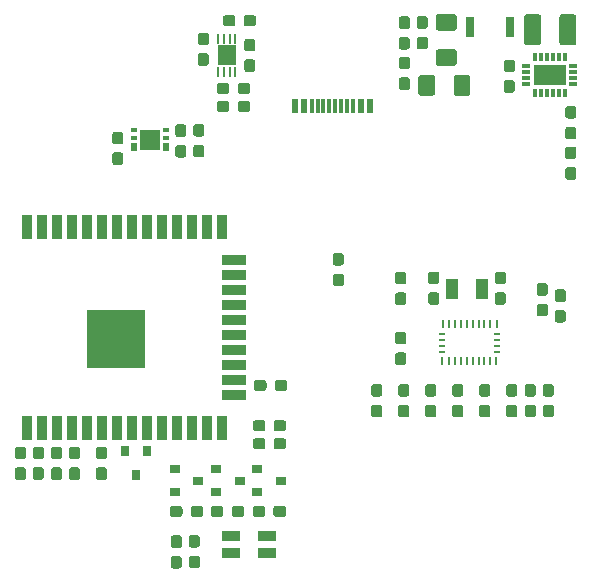
<source format=gbr>
G04 #@! TF.GenerationSoftware,KiCad,Pcbnew,(5.1.5)-2*
G04 #@! TF.CreationDate,2021-03-13T02:14:36+01:00*
G04 #@! TF.ProjectId,Versie1,56657273-6965-4312-9e6b-696361645f70,rev?*
G04 #@! TF.SameCoordinates,Original*
G04 #@! TF.FileFunction,Paste,Top*
G04 #@! TF.FilePolarity,Positive*
%FSLAX46Y46*%
G04 Gerber Fmt 4.6, Leading zero omitted, Abs format (unit mm)*
G04 Created by KiCad (PCBNEW (5.1.5)-2) date 2021-03-13 02:14:36*
%MOMM*%
%LPD*%
G04 APERTURE LIST*
%ADD10C,0.100000*%
%ADD11R,0.250000X0.675000*%
%ADD12R,0.575000X0.250000*%
%ADD13R,1.800000X1.800000*%
%ADD14R,0.500000X0.750000*%
%ADD15R,0.500000X0.400000*%
%ADD16R,0.900000X0.800000*%
%ADD17R,0.800000X0.900000*%
%ADD18R,5.000000X5.000000*%
%ADD19R,0.900000X2.000000*%
%ADD20R,2.000000X0.900000*%
%ADD21R,2.750000X1.750000*%
%ADD22R,0.800000X0.300000*%
%ADD23R,0.300000X0.800000*%
%ADD24R,0.300000X1.160000*%
%ADD25R,0.600000X1.160000*%
%ADD26R,1.500000X0.900000*%
%ADD27R,1.000000X1.800000*%
%ADD28R,0.800000X1.700000*%
%ADD29R,1.549400X1.752600*%
%ADD30R,0.254000X0.812800*%
G04 APERTURE END LIST*
D10*
G36*
X114052779Y-84030144D02*
G01*
X114075834Y-84033563D01*
X114098443Y-84039227D01*
X114120387Y-84047079D01*
X114141457Y-84057044D01*
X114161448Y-84069026D01*
X114180168Y-84082910D01*
X114197438Y-84098562D01*
X114213090Y-84115832D01*
X114226974Y-84134552D01*
X114238956Y-84154543D01*
X114248921Y-84175613D01*
X114256773Y-84197557D01*
X114262437Y-84220166D01*
X114265856Y-84243221D01*
X114267000Y-84266500D01*
X114267000Y-84841500D01*
X114265856Y-84864779D01*
X114262437Y-84887834D01*
X114256773Y-84910443D01*
X114248921Y-84932387D01*
X114238956Y-84953457D01*
X114226974Y-84973448D01*
X114213090Y-84992168D01*
X114197438Y-85009438D01*
X114180168Y-85025090D01*
X114161448Y-85038974D01*
X114141457Y-85050956D01*
X114120387Y-85060921D01*
X114098443Y-85068773D01*
X114075834Y-85074437D01*
X114052779Y-85077856D01*
X114029500Y-85079000D01*
X113554500Y-85079000D01*
X113531221Y-85077856D01*
X113508166Y-85074437D01*
X113485557Y-85068773D01*
X113463613Y-85060921D01*
X113442543Y-85050956D01*
X113422552Y-85038974D01*
X113403832Y-85025090D01*
X113386562Y-85009438D01*
X113370910Y-84992168D01*
X113357026Y-84973448D01*
X113345044Y-84953457D01*
X113335079Y-84932387D01*
X113327227Y-84910443D01*
X113321563Y-84887834D01*
X113318144Y-84864779D01*
X113317000Y-84841500D01*
X113317000Y-84266500D01*
X113318144Y-84243221D01*
X113321563Y-84220166D01*
X113327227Y-84197557D01*
X113335079Y-84175613D01*
X113345044Y-84154543D01*
X113357026Y-84134552D01*
X113370910Y-84115832D01*
X113386562Y-84098562D01*
X113403832Y-84082910D01*
X113422552Y-84069026D01*
X113442543Y-84057044D01*
X113463613Y-84047079D01*
X113485557Y-84039227D01*
X113508166Y-84033563D01*
X113531221Y-84030144D01*
X113554500Y-84029000D01*
X114029500Y-84029000D01*
X114052779Y-84030144D01*
G37*
G36*
X114052779Y-82280144D02*
G01*
X114075834Y-82283563D01*
X114098443Y-82289227D01*
X114120387Y-82297079D01*
X114141457Y-82307044D01*
X114161448Y-82319026D01*
X114180168Y-82332910D01*
X114197438Y-82348562D01*
X114213090Y-82365832D01*
X114226974Y-82384552D01*
X114238956Y-82404543D01*
X114248921Y-82425613D01*
X114256773Y-82447557D01*
X114262437Y-82470166D01*
X114265856Y-82493221D01*
X114267000Y-82516500D01*
X114267000Y-83091500D01*
X114265856Y-83114779D01*
X114262437Y-83137834D01*
X114256773Y-83160443D01*
X114248921Y-83182387D01*
X114238956Y-83203457D01*
X114226974Y-83223448D01*
X114213090Y-83242168D01*
X114197438Y-83259438D01*
X114180168Y-83275090D01*
X114161448Y-83288974D01*
X114141457Y-83300956D01*
X114120387Y-83310921D01*
X114098443Y-83318773D01*
X114075834Y-83324437D01*
X114052779Y-83327856D01*
X114029500Y-83329000D01*
X113554500Y-83329000D01*
X113531221Y-83327856D01*
X113508166Y-83324437D01*
X113485557Y-83318773D01*
X113463613Y-83310921D01*
X113442543Y-83300956D01*
X113422552Y-83288974D01*
X113403832Y-83275090D01*
X113386562Y-83259438D01*
X113370910Y-83242168D01*
X113357026Y-83223448D01*
X113345044Y-83203457D01*
X113335079Y-83182387D01*
X113327227Y-83160443D01*
X113321563Y-83137834D01*
X113318144Y-83114779D01*
X113317000Y-83091500D01*
X113317000Y-82516500D01*
X113318144Y-82493221D01*
X113321563Y-82470166D01*
X113327227Y-82447557D01*
X113335079Y-82425613D01*
X113345044Y-82404543D01*
X113357026Y-82384552D01*
X113370910Y-82365832D01*
X113386562Y-82348562D01*
X113403832Y-82332910D01*
X113422552Y-82319026D01*
X113442543Y-82307044D01*
X113463613Y-82297079D01*
X113485557Y-82289227D01*
X113508166Y-82283563D01*
X113531221Y-82280144D01*
X113554500Y-82279000D01*
X114029500Y-82279000D01*
X114052779Y-82280144D01*
G37*
G36*
X89464779Y-110397144D02*
G01*
X89487834Y-110400563D01*
X89510443Y-110406227D01*
X89532387Y-110414079D01*
X89553457Y-110424044D01*
X89573448Y-110436026D01*
X89592168Y-110449910D01*
X89609438Y-110465562D01*
X89625090Y-110482832D01*
X89638974Y-110501552D01*
X89650956Y-110521543D01*
X89660921Y-110542613D01*
X89668773Y-110564557D01*
X89674437Y-110587166D01*
X89677856Y-110610221D01*
X89679000Y-110633500D01*
X89679000Y-111108500D01*
X89677856Y-111131779D01*
X89674437Y-111154834D01*
X89668773Y-111177443D01*
X89660921Y-111199387D01*
X89650956Y-111220457D01*
X89638974Y-111240448D01*
X89625090Y-111259168D01*
X89609438Y-111276438D01*
X89592168Y-111292090D01*
X89573448Y-111305974D01*
X89553457Y-111317956D01*
X89532387Y-111327921D01*
X89510443Y-111335773D01*
X89487834Y-111341437D01*
X89464779Y-111344856D01*
X89441500Y-111346000D01*
X88866500Y-111346000D01*
X88843221Y-111344856D01*
X88820166Y-111341437D01*
X88797557Y-111335773D01*
X88775613Y-111327921D01*
X88754543Y-111317956D01*
X88734552Y-111305974D01*
X88715832Y-111292090D01*
X88698562Y-111276438D01*
X88682910Y-111259168D01*
X88669026Y-111240448D01*
X88657044Y-111220457D01*
X88647079Y-111199387D01*
X88639227Y-111177443D01*
X88633563Y-111154834D01*
X88630144Y-111131779D01*
X88629000Y-111108500D01*
X88629000Y-110633500D01*
X88630144Y-110610221D01*
X88633563Y-110587166D01*
X88639227Y-110564557D01*
X88647079Y-110542613D01*
X88657044Y-110521543D01*
X88669026Y-110501552D01*
X88682910Y-110482832D01*
X88698562Y-110465562D01*
X88715832Y-110449910D01*
X88734552Y-110436026D01*
X88754543Y-110424044D01*
X88775613Y-110414079D01*
X88797557Y-110406227D01*
X88820166Y-110400563D01*
X88843221Y-110397144D01*
X88866500Y-110396000D01*
X89441500Y-110396000D01*
X89464779Y-110397144D01*
G37*
G36*
X87714779Y-110397144D02*
G01*
X87737834Y-110400563D01*
X87760443Y-110406227D01*
X87782387Y-110414079D01*
X87803457Y-110424044D01*
X87823448Y-110436026D01*
X87842168Y-110449910D01*
X87859438Y-110465562D01*
X87875090Y-110482832D01*
X87888974Y-110501552D01*
X87900956Y-110521543D01*
X87910921Y-110542613D01*
X87918773Y-110564557D01*
X87924437Y-110587166D01*
X87927856Y-110610221D01*
X87929000Y-110633500D01*
X87929000Y-111108500D01*
X87927856Y-111131779D01*
X87924437Y-111154834D01*
X87918773Y-111177443D01*
X87910921Y-111199387D01*
X87900956Y-111220457D01*
X87888974Y-111240448D01*
X87875090Y-111259168D01*
X87859438Y-111276438D01*
X87842168Y-111292090D01*
X87823448Y-111305974D01*
X87803457Y-111317956D01*
X87782387Y-111327921D01*
X87760443Y-111335773D01*
X87737834Y-111341437D01*
X87714779Y-111344856D01*
X87691500Y-111346000D01*
X87116500Y-111346000D01*
X87093221Y-111344856D01*
X87070166Y-111341437D01*
X87047557Y-111335773D01*
X87025613Y-111327921D01*
X87004543Y-111317956D01*
X86984552Y-111305974D01*
X86965832Y-111292090D01*
X86948562Y-111276438D01*
X86932910Y-111259168D01*
X86919026Y-111240448D01*
X86907044Y-111220457D01*
X86897079Y-111199387D01*
X86889227Y-111177443D01*
X86883563Y-111154834D01*
X86880144Y-111131779D01*
X86879000Y-111108500D01*
X86879000Y-110633500D01*
X86880144Y-110610221D01*
X86883563Y-110587166D01*
X86889227Y-110564557D01*
X86897079Y-110542613D01*
X86907044Y-110521543D01*
X86919026Y-110501552D01*
X86932910Y-110482832D01*
X86948562Y-110465562D01*
X86965832Y-110449910D01*
X86984552Y-110436026D01*
X87004543Y-110424044D01*
X87025613Y-110414079D01*
X87047557Y-110406227D01*
X87070166Y-110400563D01*
X87093221Y-110397144D01*
X87116500Y-110396000D01*
X87691500Y-110396000D01*
X87714779Y-110397144D01*
G37*
G36*
X82175779Y-120352144D02*
G01*
X82198834Y-120355563D01*
X82221443Y-120361227D01*
X82243387Y-120369079D01*
X82264457Y-120379044D01*
X82284448Y-120391026D01*
X82303168Y-120404910D01*
X82320438Y-120420562D01*
X82336090Y-120437832D01*
X82349974Y-120456552D01*
X82361956Y-120476543D01*
X82371921Y-120497613D01*
X82379773Y-120519557D01*
X82385437Y-120542166D01*
X82388856Y-120565221D01*
X82390000Y-120588500D01*
X82390000Y-121163500D01*
X82388856Y-121186779D01*
X82385437Y-121209834D01*
X82379773Y-121232443D01*
X82371921Y-121254387D01*
X82361956Y-121275457D01*
X82349974Y-121295448D01*
X82336090Y-121314168D01*
X82320438Y-121331438D01*
X82303168Y-121347090D01*
X82284448Y-121360974D01*
X82264457Y-121372956D01*
X82243387Y-121382921D01*
X82221443Y-121390773D01*
X82198834Y-121396437D01*
X82175779Y-121399856D01*
X82152500Y-121401000D01*
X81677500Y-121401000D01*
X81654221Y-121399856D01*
X81631166Y-121396437D01*
X81608557Y-121390773D01*
X81586613Y-121382921D01*
X81565543Y-121372956D01*
X81545552Y-121360974D01*
X81526832Y-121347090D01*
X81509562Y-121331438D01*
X81493910Y-121314168D01*
X81480026Y-121295448D01*
X81468044Y-121275457D01*
X81458079Y-121254387D01*
X81450227Y-121232443D01*
X81444563Y-121209834D01*
X81441144Y-121186779D01*
X81440000Y-121163500D01*
X81440000Y-120588500D01*
X81441144Y-120565221D01*
X81444563Y-120542166D01*
X81450227Y-120519557D01*
X81458079Y-120497613D01*
X81468044Y-120476543D01*
X81480026Y-120456552D01*
X81493910Y-120437832D01*
X81509562Y-120420562D01*
X81526832Y-120404910D01*
X81545552Y-120391026D01*
X81565543Y-120379044D01*
X81586613Y-120369079D01*
X81608557Y-120361227D01*
X81631166Y-120355563D01*
X81654221Y-120352144D01*
X81677500Y-120351000D01*
X82152500Y-120351000D01*
X82175779Y-120352144D01*
G37*
G36*
X82175779Y-118602144D02*
G01*
X82198834Y-118605563D01*
X82221443Y-118611227D01*
X82243387Y-118619079D01*
X82264457Y-118629044D01*
X82284448Y-118641026D01*
X82303168Y-118654910D01*
X82320438Y-118670562D01*
X82336090Y-118687832D01*
X82349974Y-118706552D01*
X82361956Y-118726543D01*
X82371921Y-118747613D01*
X82379773Y-118769557D01*
X82385437Y-118792166D01*
X82388856Y-118815221D01*
X82390000Y-118838500D01*
X82390000Y-119413500D01*
X82388856Y-119436779D01*
X82385437Y-119459834D01*
X82379773Y-119482443D01*
X82371921Y-119504387D01*
X82361956Y-119525457D01*
X82349974Y-119545448D01*
X82336090Y-119564168D01*
X82320438Y-119581438D01*
X82303168Y-119597090D01*
X82284448Y-119610974D01*
X82264457Y-119622956D01*
X82243387Y-119632921D01*
X82221443Y-119640773D01*
X82198834Y-119646437D01*
X82175779Y-119649856D01*
X82152500Y-119651000D01*
X81677500Y-119651000D01*
X81654221Y-119649856D01*
X81631166Y-119646437D01*
X81608557Y-119640773D01*
X81586613Y-119632921D01*
X81565543Y-119622956D01*
X81545552Y-119610974D01*
X81526832Y-119597090D01*
X81509562Y-119581438D01*
X81493910Y-119564168D01*
X81480026Y-119545448D01*
X81468044Y-119525457D01*
X81458079Y-119504387D01*
X81450227Y-119482443D01*
X81444563Y-119459834D01*
X81441144Y-119436779D01*
X81440000Y-119413500D01*
X81440000Y-118838500D01*
X81441144Y-118815221D01*
X81444563Y-118792166D01*
X81450227Y-118769557D01*
X81458079Y-118747613D01*
X81468044Y-118726543D01*
X81480026Y-118706552D01*
X81493910Y-118687832D01*
X81509562Y-118670562D01*
X81526832Y-118654910D01*
X81545552Y-118641026D01*
X81565543Y-118629044D01*
X81586613Y-118619079D01*
X81608557Y-118611227D01*
X81631166Y-118605563D01*
X81654221Y-118602144D01*
X81677500Y-118601000D01*
X82152500Y-118601000D01*
X82175779Y-118602144D01*
G37*
G36*
X80651779Y-118630144D02*
G01*
X80674834Y-118633563D01*
X80697443Y-118639227D01*
X80719387Y-118647079D01*
X80740457Y-118657044D01*
X80760448Y-118669026D01*
X80779168Y-118682910D01*
X80796438Y-118698562D01*
X80812090Y-118715832D01*
X80825974Y-118734552D01*
X80837956Y-118754543D01*
X80847921Y-118775613D01*
X80855773Y-118797557D01*
X80861437Y-118820166D01*
X80864856Y-118843221D01*
X80866000Y-118866500D01*
X80866000Y-119441500D01*
X80864856Y-119464779D01*
X80861437Y-119487834D01*
X80855773Y-119510443D01*
X80847921Y-119532387D01*
X80837956Y-119553457D01*
X80825974Y-119573448D01*
X80812090Y-119592168D01*
X80796438Y-119609438D01*
X80779168Y-119625090D01*
X80760448Y-119638974D01*
X80740457Y-119650956D01*
X80719387Y-119660921D01*
X80697443Y-119668773D01*
X80674834Y-119674437D01*
X80651779Y-119677856D01*
X80628500Y-119679000D01*
X80153500Y-119679000D01*
X80130221Y-119677856D01*
X80107166Y-119674437D01*
X80084557Y-119668773D01*
X80062613Y-119660921D01*
X80041543Y-119650956D01*
X80021552Y-119638974D01*
X80002832Y-119625090D01*
X79985562Y-119609438D01*
X79969910Y-119592168D01*
X79956026Y-119573448D01*
X79944044Y-119553457D01*
X79934079Y-119532387D01*
X79926227Y-119510443D01*
X79920563Y-119487834D01*
X79917144Y-119464779D01*
X79916000Y-119441500D01*
X79916000Y-118866500D01*
X79917144Y-118843221D01*
X79920563Y-118820166D01*
X79926227Y-118797557D01*
X79934079Y-118775613D01*
X79944044Y-118754543D01*
X79956026Y-118734552D01*
X79969910Y-118715832D01*
X79985562Y-118698562D01*
X80002832Y-118682910D01*
X80021552Y-118669026D01*
X80041543Y-118657044D01*
X80062613Y-118647079D01*
X80084557Y-118639227D01*
X80107166Y-118633563D01*
X80130221Y-118630144D01*
X80153500Y-118629000D01*
X80628500Y-118629000D01*
X80651779Y-118630144D01*
G37*
G36*
X80651779Y-120380144D02*
G01*
X80674834Y-120383563D01*
X80697443Y-120389227D01*
X80719387Y-120397079D01*
X80740457Y-120407044D01*
X80760448Y-120419026D01*
X80779168Y-120432910D01*
X80796438Y-120448562D01*
X80812090Y-120465832D01*
X80825974Y-120484552D01*
X80837956Y-120504543D01*
X80847921Y-120525613D01*
X80855773Y-120547557D01*
X80861437Y-120570166D01*
X80864856Y-120593221D01*
X80866000Y-120616500D01*
X80866000Y-121191500D01*
X80864856Y-121214779D01*
X80861437Y-121237834D01*
X80855773Y-121260443D01*
X80847921Y-121282387D01*
X80837956Y-121303457D01*
X80825974Y-121323448D01*
X80812090Y-121342168D01*
X80796438Y-121359438D01*
X80779168Y-121375090D01*
X80760448Y-121388974D01*
X80740457Y-121400956D01*
X80719387Y-121410921D01*
X80697443Y-121418773D01*
X80674834Y-121424437D01*
X80651779Y-121427856D01*
X80628500Y-121429000D01*
X80153500Y-121429000D01*
X80130221Y-121427856D01*
X80107166Y-121424437D01*
X80084557Y-121418773D01*
X80062613Y-121410921D01*
X80041543Y-121400956D01*
X80021552Y-121388974D01*
X80002832Y-121375090D01*
X79985562Y-121359438D01*
X79969910Y-121342168D01*
X79956026Y-121323448D01*
X79944044Y-121303457D01*
X79934079Y-121282387D01*
X79926227Y-121260443D01*
X79920563Y-121237834D01*
X79917144Y-121214779D01*
X79916000Y-121191500D01*
X79916000Y-120616500D01*
X79917144Y-120593221D01*
X79920563Y-120570166D01*
X79926227Y-120547557D01*
X79934079Y-120525613D01*
X79944044Y-120504543D01*
X79956026Y-120484552D01*
X79969910Y-120465832D01*
X79985562Y-120448562D01*
X80002832Y-120432910D01*
X80021552Y-120419026D01*
X80041543Y-120407044D01*
X80062613Y-120397079D01*
X80084557Y-120389227D01*
X80107166Y-120383563D01*
X80130221Y-120380144D01*
X80153500Y-120379000D01*
X80628500Y-120379000D01*
X80651779Y-120380144D01*
G37*
D11*
X103483000Y-100751500D03*
X103983000Y-100751500D03*
X104483000Y-100751500D03*
X104983000Y-100751500D03*
X105483000Y-100751500D03*
X105983000Y-100751500D03*
X106483000Y-100751500D03*
X106983000Y-100751500D03*
X107546000Y-100751500D03*
D12*
X107546000Y-101563500D03*
X107546000Y-102063500D03*
X107546000Y-102563500D03*
X107546000Y-103063500D03*
D11*
X107496000Y-103876500D03*
X106983000Y-103876500D03*
X106483000Y-103876500D03*
X105983000Y-103876500D03*
X105483000Y-103876500D03*
X104983000Y-103876500D03*
X104483000Y-103876500D03*
X103983000Y-103876500D03*
X103483000Y-103876500D03*
X102920000Y-103876500D03*
D12*
X102920000Y-103063500D03*
X102920000Y-102563500D03*
X102920000Y-102063500D03*
X102920000Y-101563500D03*
D11*
X102983000Y-100751500D03*
D10*
G36*
X103900504Y-77447704D02*
G01*
X103924773Y-77451304D01*
X103948571Y-77457265D01*
X103971671Y-77465530D01*
X103993849Y-77476020D01*
X104014893Y-77488633D01*
X104034598Y-77503247D01*
X104052777Y-77519723D01*
X104069253Y-77537902D01*
X104083867Y-77557607D01*
X104096480Y-77578651D01*
X104106970Y-77600829D01*
X104115235Y-77623929D01*
X104121196Y-77647727D01*
X104124796Y-77671996D01*
X104126000Y-77696500D01*
X104126000Y-78621500D01*
X104124796Y-78646004D01*
X104121196Y-78670273D01*
X104115235Y-78694071D01*
X104106970Y-78717171D01*
X104096480Y-78739349D01*
X104083867Y-78760393D01*
X104069253Y-78780098D01*
X104052777Y-78798277D01*
X104034598Y-78814753D01*
X104014893Y-78829367D01*
X103993849Y-78841980D01*
X103971671Y-78852470D01*
X103948571Y-78860735D01*
X103924773Y-78866696D01*
X103900504Y-78870296D01*
X103876000Y-78871500D01*
X102626000Y-78871500D01*
X102601496Y-78870296D01*
X102577227Y-78866696D01*
X102553429Y-78860735D01*
X102530329Y-78852470D01*
X102508151Y-78841980D01*
X102487107Y-78829367D01*
X102467402Y-78814753D01*
X102449223Y-78798277D01*
X102432747Y-78780098D01*
X102418133Y-78760393D01*
X102405520Y-78739349D01*
X102395030Y-78717171D01*
X102386765Y-78694071D01*
X102380804Y-78670273D01*
X102377204Y-78646004D01*
X102376000Y-78621500D01*
X102376000Y-77696500D01*
X102377204Y-77671996D01*
X102380804Y-77647727D01*
X102386765Y-77623929D01*
X102395030Y-77600829D01*
X102405520Y-77578651D01*
X102418133Y-77557607D01*
X102432747Y-77537902D01*
X102449223Y-77519723D01*
X102467402Y-77503247D01*
X102487107Y-77488633D01*
X102508151Y-77476020D01*
X102530329Y-77465530D01*
X102553429Y-77457265D01*
X102577227Y-77451304D01*
X102601496Y-77447704D01*
X102626000Y-77446500D01*
X103876000Y-77446500D01*
X103900504Y-77447704D01*
G37*
G36*
X103900504Y-74472704D02*
G01*
X103924773Y-74476304D01*
X103948571Y-74482265D01*
X103971671Y-74490530D01*
X103993849Y-74501020D01*
X104014893Y-74513633D01*
X104034598Y-74528247D01*
X104052777Y-74544723D01*
X104069253Y-74562902D01*
X104083867Y-74582607D01*
X104096480Y-74603651D01*
X104106970Y-74625829D01*
X104115235Y-74648929D01*
X104121196Y-74672727D01*
X104124796Y-74696996D01*
X104126000Y-74721500D01*
X104126000Y-75646500D01*
X104124796Y-75671004D01*
X104121196Y-75695273D01*
X104115235Y-75719071D01*
X104106970Y-75742171D01*
X104096480Y-75764349D01*
X104083867Y-75785393D01*
X104069253Y-75805098D01*
X104052777Y-75823277D01*
X104034598Y-75839753D01*
X104014893Y-75854367D01*
X103993849Y-75866980D01*
X103971671Y-75877470D01*
X103948571Y-75885735D01*
X103924773Y-75891696D01*
X103900504Y-75895296D01*
X103876000Y-75896500D01*
X102626000Y-75896500D01*
X102601496Y-75895296D01*
X102577227Y-75891696D01*
X102553429Y-75885735D01*
X102530329Y-75877470D01*
X102508151Y-75866980D01*
X102487107Y-75854367D01*
X102467402Y-75839753D01*
X102449223Y-75823277D01*
X102432747Y-75805098D01*
X102418133Y-75785393D01*
X102405520Y-75764349D01*
X102395030Y-75742171D01*
X102386765Y-75719071D01*
X102380804Y-75695273D01*
X102377204Y-75671004D01*
X102376000Y-75646500D01*
X102376000Y-74721500D01*
X102377204Y-74696996D01*
X102380804Y-74672727D01*
X102386765Y-74648929D01*
X102395030Y-74625829D01*
X102405520Y-74603651D01*
X102418133Y-74582607D01*
X102432747Y-74562902D01*
X102449223Y-74544723D01*
X102467402Y-74528247D01*
X102487107Y-74513633D01*
X102508151Y-74501020D01*
X102530329Y-74490530D01*
X102553429Y-74482265D01*
X102577227Y-74476304D01*
X102601496Y-74472704D01*
X102626000Y-74471500D01*
X103876000Y-74471500D01*
X103900504Y-74472704D01*
G37*
G36*
X105062004Y-79644204D02*
G01*
X105086273Y-79647804D01*
X105110071Y-79653765D01*
X105133171Y-79662030D01*
X105155349Y-79672520D01*
X105176393Y-79685133D01*
X105196098Y-79699747D01*
X105214277Y-79716223D01*
X105230753Y-79734402D01*
X105245367Y-79754107D01*
X105257980Y-79775151D01*
X105268470Y-79797329D01*
X105276735Y-79820429D01*
X105282696Y-79844227D01*
X105286296Y-79868496D01*
X105287500Y-79893000D01*
X105287500Y-81143000D01*
X105286296Y-81167504D01*
X105282696Y-81191773D01*
X105276735Y-81215571D01*
X105268470Y-81238671D01*
X105257980Y-81260849D01*
X105245367Y-81281893D01*
X105230753Y-81301598D01*
X105214277Y-81319777D01*
X105196098Y-81336253D01*
X105176393Y-81350867D01*
X105155349Y-81363480D01*
X105133171Y-81373970D01*
X105110071Y-81382235D01*
X105086273Y-81388196D01*
X105062004Y-81391796D01*
X105037500Y-81393000D01*
X104112500Y-81393000D01*
X104087996Y-81391796D01*
X104063727Y-81388196D01*
X104039929Y-81382235D01*
X104016829Y-81373970D01*
X103994651Y-81363480D01*
X103973607Y-81350867D01*
X103953902Y-81336253D01*
X103935723Y-81319777D01*
X103919247Y-81301598D01*
X103904633Y-81281893D01*
X103892020Y-81260849D01*
X103881530Y-81238671D01*
X103873265Y-81215571D01*
X103867304Y-81191773D01*
X103863704Y-81167504D01*
X103862500Y-81143000D01*
X103862500Y-79893000D01*
X103863704Y-79868496D01*
X103867304Y-79844227D01*
X103873265Y-79820429D01*
X103881530Y-79797329D01*
X103892020Y-79775151D01*
X103904633Y-79754107D01*
X103919247Y-79734402D01*
X103935723Y-79716223D01*
X103953902Y-79699747D01*
X103973607Y-79685133D01*
X103994651Y-79672520D01*
X104016829Y-79662030D01*
X104039929Y-79653765D01*
X104063727Y-79647804D01*
X104087996Y-79644204D01*
X104112500Y-79643000D01*
X105037500Y-79643000D01*
X105062004Y-79644204D01*
G37*
G36*
X102087004Y-79644204D02*
G01*
X102111273Y-79647804D01*
X102135071Y-79653765D01*
X102158171Y-79662030D01*
X102180349Y-79672520D01*
X102201393Y-79685133D01*
X102221098Y-79699747D01*
X102239277Y-79716223D01*
X102255753Y-79734402D01*
X102270367Y-79754107D01*
X102282980Y-79775151D01*
X102293470Y-79797329D01*
X102301735Y-79820429D01*
X102307696Y-79844227D01*
X102311296Y-79868496D01*
X102312500Y-79893000D01*
X102312500Y-81143000D01*
X102311296Y-81167504D01*
X102307696Y-81191773D01*
X102301735Y-81215571D01*
X102293470Y-81238671D01*
X102282980Y-81260849D01*
X102270367Y-81281893D01*
X102255753Y-81301598D01*
X102239277Y-81319777D01*
X102221098Y-81336253D01*
X102201393Y-81350867D01*
X102180349Y-81363480D01*
X102158171Y-81373970D01*
X102135071Y-81382235D01*
X102111273Y-81388196D01*
X102087004Y-81391796D01*
X102062500Y-81393000D01*
X101137500Y-81393000D01*
X101112996Y-81391796D01*
X101088727Y-81388196D01*
X101064929Y-81382235D01*
X101041829Y-81373970D01*
X101019651Y-81363480D01*
X100998607Y-81350867D01*
X100978902Y-81336253D01*
X100960723Y-81319777D01*
X100944247Y-81301598D01*
X100929633Y-81281893D01*
X100917020Y-81260849D01*
X100906530Y-81238671D01*
X100898265Y-81215571D01*
X100892304Y-81191773D01*
X100888704Y-81167504D01*
X100887500Y-81143000D01*
X100887500Y-79893000D01*
X100888704Y-79868496D01*
X100892304Y-79844227D01*
X100898265Y-79820429D01*
X100906530Y-79797329D01*
X100917020Y-79775151D01*
X100929633Y-79754107D01*
X100944247Y-79734402D01*
X100960723Y-79716223D01*
X100978902Y-79699747D01*
X100998607Y-79685133D01*
X101019651Y-79672520D01*
X101041829Y-79662030D01*
X101064929Y-79653765D01*
X101088727Y-79647804D01*
X101112996Y-79644204D01*
X101137500Y-79643000D01*
X102062500Y-79643000D01*
X102087004Y-79644204D01*
G37*
D13*
X78137000Y-85113000D03*
D14*
X76787000Y-85713000D03*
D15*
X76787000Y-84938000D03*
X76787000Y-84338000D03*
X79487000Y-84338000D03*
X79487000Y-84938000D03*
D14*
X79487000Y-85713000D03*
D16*
X87265000Y-113035000D03*
X87265000Y-114935000D03*
X89265000Y-113985000D03*
X82264000Y-113980000D03*
X80264000Y-114930000D03*
X80264000Y-113030000D03*
X85772500Y-113980000D03*
X83772500Y-114930000D03*
X83772500Y-113030000D03*
D17*
X77912000Y-111522000D03*
X76012000Y-111522000D03*
X76962000Y-113522000D03*
D18*
X75245000Y-102000000D03*
D19*
X67745000Y-109500000D03*
X69015000Y-109500000D03*
X70285000Y-109500000D03*
X71555000Y-109500000D03*
X72825000Y-109500000D03*
X74095000Y-109500000D03*
X75365000Y-109500000D03*
X76635000Y-109500000D03*
X77905000Y-109500000D03*
X79175000Y-109500000D03*
X80445000Y-109500000D03*
X81715000Y-109500000D03*
X82985000Y-109500000D03*
X84255000Y-109500000D03*
D20*
X85255000Y-106715000D03*
X85255000Y-105445000D03*
X85255000Y-104175000D03*
X85255000Y-102905000D03*
X85255000Y-101635000D03*
X85255000Y-100365000D03*
X85255000Y-99095000D03*
X85255000Y-97825000D03*
X85255000Y-96555000D03*
X85255000Y-95285000D03*
D19*
X84255000Y-92500000D03*
X82985000Y-92500000D03*
X81715000Y-92500000D03*
X80445000Y-92500000D03*
X79175000Y-92500000D03*
X77905000Y-92500000D03*
X76635000Y-92500000D03*
X75365000Y-92500000D03*
X74095000Y-92500000D03*
X72825000Y-92500000D03*
X71555000Y-92500000D03*
X70285000Y-92500000D03*
X69015000Y-92500000D03*
X67745000Y-92500000D03*
D10*
G36*
X72032779Y-112873144D02*
G01*
X72055834Y-112876563D01*
X72078443Y-112882227D01*
X72100387Y-112890079D01*
X72121457Y-112900044D01*
X72141448Y-112912026D01*
X72160168Y-112925910D01*
X72177438Y-112941562D01*
X72193090Y-112958832D01*
X72206974Y-112977552D01*
X72218956Y-112997543D01*
X72228921Y-113018613D01*
X72236773Y-113040557D01*
X72242437Y-113063166D01*
X72245856Y-113086221D01*
X72247000Y-113109500D01*
X72247000Y-113684500D01*
X72245856Y-113707779D01*
X72242437Y-113730834D01*
X72236773Y-113753443D01*
X72228921Y-113775387D01*
X72218956Y-113796457D01*
X72206974Y-113816448D01*
X72193090Y-113835168D01*
X72177438Y-113852438D01*
X72160168Y-113868090D01*
X72141448Y-113881974D01*
X72121457Y-113893956D01*
X72100387Y-113903921D01*
X72078443Y-113911773D01*
X72055834Y-113917437D01*
X72032779Y-113920856D01*
X72009500Y-113922000D01*
X71534500Y-113922000D01*
X71511221Y-113920856D01*
X71488166Y-113917437D01*
X71465557Y-113911773D01*
X71443613Y-113903921D01*
X71422543Y-113893956D01*
X71402552Y-113881974D01*
X71383832Y-113868090D01*
X71366562Y-113852438D01*
X71350910Y-113835168D01*
X71337026Y-113816448D01*
X71325044Y-113796457D01*
X71315079Y-113775387D01*
X71307227Y-113753443D01*
X71301563Y-113730834D01*
X71298144Y-113707779D01*
X71297000Y-113684500D01*
X71297000Y-113109500D01*
X71298144Y-113086221D01*
X71301563Y-113063166D01*
X71307227Y-113040557D01*
X71315079Y-113018613D01*
X71325044Y-112997543D01*
X71337026Y-112977552D01*
X71350910Y-112958832D01*
X71366562Y-112941562D01*
X71383832Y-112925910D01*
X71402552Y-112912026D01*
X71422543Y-112900044D01*
X71443613Y-112890079D01*
X71465557Y-112882227D01*
X71488166Y-112876563D01*
X71511221Y-112873144D01*
X71534500Y-112872000D01*
X72009500Y-112872000D01*
X72032779Y-112873144D01*
G37*
G36*
X72032779Y-111123144D02*
G01*
X72055834Y-111126563D01*
X72078443Y-111132227D01*
X72100387Y-111140079D01*
X72121457Y-111150044D01*
X72141448Y-111162026D01*
X72160168Y-111175910D01*
X72177438Y-111191562D01*
X72193090Y-111208832D01*
X72206974Y-111227552D01*
X72218956Y-111247543D01*
X72228921Y-111268613D01*
X72236773Y-111290557D01*
X72242437Y-111313166D01*
X72245856Y-111336221D01*
X72247000Y-111359500D01*
X72247000Y-111934500D01*
X72245856Y-111957779D01*
X72242437Y-111980834D01*
X72236773Y-112003443D01*
X72228921Y-112025387D01*
X72218956Y-112046457D01*
X72206974Y-112066448D01*
X72193090Y-112085168D01*
X72177438Y-112102438D01*
X72160168Y-112118090D01*
X72141448Y-112131974D01*
X72121457Y-112143956D01*
X72100387Y-112153921D01*
X72078443Y-112161773D01*
X72055834Y-112167437D01*
X72032779Y-112170856D01*
X72009500Y-112172000D01*
X71534500Y-112172000D01*
X71511221Y-112170856D01*
X71488166Y-112167437D01*
X71465557Y-112161773D01*
X71443613Y-112153921D01*
X71422543Y-112143956D01*
X71402552Y-112131974D01*
X71383832Y-112118090D01*
X71366562Y-112102438D01*
X71350910Y-112085168D01*
X71337026Y-112066448D01*
X71325044Y-112046457D01*
X71315079Y-112025387D01*
X71307227Y-112003443D01*
X71301563Y-111980834D01*
X71298144Y-111957779D01*
X71297000Y-111934500D01*
X71297000Y-111359500D01*
X71298144Y-111336221D01*
X71301563Y-111313166D01*
X71307227Y-111290557D01*
X71315079Y-111268613D01*
X71325044Y-111247543D01*
X71337026Y-111227552D01*
X71350910Y-111208832D01*
X71366562Y-111191562D01*
X71383832Y-111175910D01*
X71402552Y-111162026D01*
X71422543Y-111150044D01*
X71443613Y-111140079D01*
X71465557Y-111132227D01*
X71488166Y-111126563D01*
X71511221Y-111123144D01*
X71534500Y-111122000D01*
X72009500Y-111122000D01*
X72032779Y-111123144D01*
G37*
G36*
X67443779Y-112873144D02*
G01*
X67466834Y-112876563D01*
X67489443Y-112882227D01*
X67511387Y-112890079D01*
X67532457Y-112900044D01*
X67552448Y-112912026D01*
X67571168Y-112925910D01*
X67588438Y-112941562D01*
X67604090Y-112958832D01*
X67617974Y-112977552D01*
X67629956Y-112997543D01*
X67639921Y-113018613D01*
X67647773Y-113040557D01*
X67653437Y-113063166D01*
X67656856Y-113086221D01*
X67658000Y-113109500D01*
X67658000Y-113684500D01*
X67656856Y-113707779D01*
X67653437Y-113730834D01*
X67647773Y-113753443D01*
X67639921Y-113775387D01*
X67629956Y-113796457D01*
X67617974Y-113816448D01*
X67604090Y-113835168D01*
X67588438Y-113852438D01*
X67571168Y-113868090D01*
X67552448Y-113881974D01*
X67532457Y-113893956D01*
X67511387Y-113903921D01*
X67489443Y-113911773D01*
X67466834Y-113917437D01*
X67443779Y-113920856D01*
X67420500Y-113922000D01*
X66945500Y-113922000D01*
X66922221Y-113920856D01*
X66899166Y-113917437D01*
X66876557Y-113911773D01*
X66854613Y-113903921D01*
X66833543Y-113893956D01*
X66813552Y-113881974D01*
X66794832Y-113868090D01*
X66777562Y-113852438D01*
X66761910Y-113835168D01*
X66748026Y-113816448D01*
X66736044Y-113796457D01*
X66726079Y-113775387D01*
X66718227Y-113753443D01*
X66712563Y-113730834D01*
X66709144Y-113707779D01*
X66708000Y-113684500D01*
X66708000Y-113109500D01*
X66709144Y-113086221D01*
X66712563Y-113063166D01*
X66718227Y-113040557D01*
X66726079Y-113018613D01*
X66736044Y-112997543D01*
X66748026Y-112977552D01*
X66761910Y-112958832D01*
X66777562Y-112941562D01*
X66794832Y-112925910D01*
X66813552Y-112912026D01*
X66833543Y-112900044D01*
X66854613Y-112890079D01*
X66876557Y-112882227D01*
X66899166Y-112876563D01*
X66922221Y-112873144D01*
X66945500Y-112872000D01*
X67420500Y-112872000D01*
X67443779Y-112873144D01*
G37*
G36*
X67443779Y-111123144D02*
G01*
X67466834Y-111126563D01*
X67489443Y-111132227D01*
X67511387Y-111140079D01*
X67532457Y-111150044D01*
X67552448Y-111162026D01*
X67571168Y-111175910D01*
X67588438Y-111191562D01*
X67604090Y-111208832D01*
X67617974Y-111227552D01*
X67629956Y-111247543D01*
X67639921Y-111268613D01*
X67647773Y-111290557D01*
X67653437Y-111313166D01*
X67656856Y-111336221D01*
X67658000Y-111359500D01*
X67658000Y-111934500D01*
X67656856Y-111957779D01*
X67653437Y-111980834D01*
X67647773Y-112003443D01*
X67639921Y-112025387D01*
X67629956Y-112046457D01*
X67617974Y-112066448D01*
X67604090Y-112085168D01*
X67588438Y-112102438D01*
X67571168Y-112118090D01*
X67552448Y-112131974D01*
X67532457Y-112143956D01*
X67511387Y-112153921D01*
X67489443Y-112161773D01*
X67466834Y-112167437D01*
X67443779Y-112170856D01*
X67420500Y-112172000D01*
X66945500Y-112172000D01*
X66922221Y-112170856D01*
X66899166Y-112167437D01*
X66876557Y-112161773D01*
X66854613Y-112153921D01*
X66833543Y-112143956D01*
X66813552Y-112131974D01*
X66794832Y-112118090D01*
X66777562Y-112102438D01*
X66761910Y-112085168D01*
X66748026Y-112066448D01*
X66736044Y-112046457D01*
X66726079Y-112025387D01*
X66718227Y-112003443D01*
X66712563Y-111980834D01*
X66709144Y-111957779D01*
X66708000Y-111934500D01*
X66708000Y-111359500D01*
X66709144Y-111336221D01*
X66712563Y-111313166D01*
X66718227Y-111290557D01*
X66726079Y-111268613D01*
X66736044Y-111247543D01*
X66748026Y-111227552D01*
X66761910Y-111208832D01*
X66777562Y-111191562D01*
X66794832Y-111175910D01*
X66813552Y-111162026D01*
X66833543Y-111150044D01*
X66854613Y-111140079D01*
X66876557Y-111132227D01*
X66899166Y-111126563D01*
X66922221Y-111123144D01*
X66945500Y-111122000D01*
X67420500Y-111122000D01*
X67443779Y-111123144D01*
G37*
G36*
X81032779Y-85582144D02*
G01*
X81055834Y-85585563D01*
X81078443Y-85591227D01*
X81100387Y-85599079D01*
X81121457Y-85609044D01*
X81141448Y-85621026D01*
X81160168Y-85634910D01*
X81177438Y-85650562D01*
X81193090Y-85667832D01*
X81206974Y-85686552D01*
X81218956Y-85706543D01*
X81228921Y-85727613D01*
X81236773Y-85749557D01*
X81242437Y-85772166D01*
X81245856Y-85795221D01*
X81247000Y-85818500D01*
X81247000Y-86393500D01*
X81245856Y-86416779D01*
X81242437Y-86439834D01*
X81236773Y-86462443D01*
X81228921Y-86484387D01*
X81218956Y-86505457D01*
X81206974Y-86525448D01*
X81193090Y-86544168D01*
X81177438Y-86561438D01*
X81160168Y-86577090D01*
X81141448Y-86590974D01*
X81121457Y-86602956D01*
X81100387Y-86612921D01*
X81078443Y-86620773D01*
X81055834Y-86626437D01*
X81032779Y-86629856D01*
X81009500Y-86631000D01*
X80534500Y-86631000D01*
X80511221Y-86629856D01*
X80488166Y-86626437D01*
X80465557Y-86620773D01*
X80443613Y-86612921D01*
X80422543Y-86602956D01*
X80402552Y-86590974D01*
X80383832Y-86577090D01*
X80366562Y-86561438D01*
X80350910Y-86544168D01*
X80337026Y-86525448D01*
X80325044Y-86505457D01*
X80315079Y-86484387D01*
X80307227Y-86462443D01*
X80301563Y-86439834D01*
X80298144Y-86416779D01*
X80297000Y-86393500D01*
X80297000Y-85818500D01*
X80298144Y-85795221D01*
X80301563Y-85772166D01*
X80307227Y-85749557D01*
X80315079Y-85727613D01*
X80325044Y-85706543D01*
X80337026Y-85686552D01*
X80350910Y-85667832D01*
X80366562Y-85650562D01*
X80383832Y-85634910D01*
X80402552Y-85621026D01*
X80422543Y-85609044D01*
X80443613Y-85599079D01*
X80465557Y-85591227D01*
X80488166Y-85585563D01*
X80511221Y-85582144D01*
X80534500Y-85581000D01*
X81009500Y-85581000D01*
X81032779Y-85582144D01*
G37*
G36*
X81032779Y-83832144D02*
G01*
X81055834Y-83835563D01*
X81078443Y-83841227D01*
X81100387Y-83849079D01*
X81121457Y-83859044D01*
X81141448Y-83871026D01*
X81160168Y-83884910D01*
X81177438Y-83900562D01*
X81193090Y-83917832D01*
X81206974Y-83936552D01*
X81218956Y-83956543D01*
X81228921Y-83977613D01*
X81236773Y-83999557D01*
X81242437Y-84022166D01*
X81245856Y-84045221D01*
X81247000Y-84068500D01*
X81247000Y-84643500D01*
X81245856Y-84666779D01*
X81242437Y-84689834D01*
X81236773Y-84712443D01*
X81228921Y-84734387D01*
X81218956Y-84755457D01*
X81206974Y-84775448D01*
X81193090Y-84794168D01*
X81177438Y-84811438D01*
X81160168Y-84827090D01*
X81141448Y-84840974D01*
X81121457Y-84852956D01*
X81100387Y-84862921D01*
X81078443Y-84870773D01*
X81055834Y-84876437D01*
X81032779Y-84879856D01*
X81009500Y-84881000D01*
X80534500Y-84881000D01*
X80511221Y-84879856D01*
X80488166Y-84876437D01*
X80465557Y-84870773D01*
X80443613Y-84862921D01*
X80422543Y-84852956D01*
X80402552Y-84840974D01*
X80383832Y-84827090D01*
X80366562Y-84811438D01*
X80350910Y-84794168D01*
X80337026Y-84775448D01*
X80325044Y-84755457D01*
X80315079Y-84734387D01*
X80307227Y-84712443D01*
X80301563Y-84689834D01*
X80298144Y-84666779D01*
X80297000Y-84643500D01*
X80297000Y-84068500D01*
X80298144Y-84045221D01*
X80301563Y-84022166D01*
X80307227Y-83999557D01*
X80315079Y-83977613D01*
X80325044Y-83956543D01*
X80337026Y-83936552D01*
X80350910Y-83917832D01*
X80366562Y-83900562D01*
X80383832Y-83884910D01*
X80402552Y-83871026D01*
X80422543Y-83859044D01*
X80443613Y-83849079D01*
X80465557Y-83841227D01*
X80488166Y-83835563D01*
X80511221Y-83832144D01*
X80534500Y-83831000D01*
X81009500Y-83831000D01*
X81032779Y-83832144D01*
G37*
G36*
X68967779Y-112859144D02*
G01*
X68990834Y-112862563D01*
X69013443Y-112868227D01*
X69035387Y-112876079D01*
X69056457Y-112886044D01*
X69076448Y-112898026D01*
X69095168Y-112911910D01*
X69112438Y-112927562D01*
X69128090Y-112944832D01*
X69141974Y-112963552D01*
X69153956Y-112983543D01*
X69163921Y-113004613D01*
X69171773Y-113026557D01*
X69177437Y-113049166D01*
X69180856Y-113072221D01*
X69182000Y-113095500D01*
X69182000Y-113670500D01*
X69180856Y-113693779D01*
X69177437Y-113716834D01*
X69171773Y-113739443D01*
X69163921Y-113761387D01*
X69153956Y-113782457D01*
X69141974Y-113802448D01*
X69128090Y-113821168D01*
X69112438Y-113838438D01*
X69095168Y-113854090D01*
X69076448Y-113867974D01*
X69056457Y-113879956D01*
X69035387Y-113889921D01*
X69013443Y-113897773D01*
X68990834Y-113903437D01*
X68967779Y-113906856D01*
X68944500Y-113908000D01*
X68469500Y-113908000D01*
X68446221Y-113906856D01*
X68423166Y-113903437D01*
X68400557Y-113897773D01*
X68378613Y-113889921D01*
X68357543Y-113879956D01*
X68337552Y-113867974D01*
X68318832Y-113854090D01*
X68301562Y-113838438D01*
X68285910Y-113821168D01*
X68272026Y-113802448D01*
X68260044Y-113782457D01*
X68250079Y-113761387D01*
X68242227Y-113739443D01*
X68236563Y-113716834D01*
X68233144Y-113693779D01*
X68232000Y-113670500D01*
X68232000Y-113095500D01*
X68233144Y-113072221D01*
X68236563Y-113049166D01*
X68242227Y-113026557D01*
X68250079Y-113004613D01*
X68260044Y-112983543D01*
X68272026Y-112963552D01*
X68285910Y-112944832D01*
X68301562Y-112927562D01*
X68318832Y-112911910D01*
X68337552Y-112898026D01*
X68357543Y-112886044D01*
X68378613Y-112876079D01*
X68400557Y-112868227D01*
X68423166Y-112862563D01*
X68446221Y-112859144D01*
X68469500Y-112858000D01*
X68944500Y-112858000D01*
X68967779Y-112859144D01*
G37*
G36*
X68967779Y-111109144D02*
G01*
X68990834Y-111112563D01*
X69013443Y-111118227D01*
X69035387Y-111126079D01*
X69056457Y-111136044D01*
X69076448Y-111148026D01*
X69095168Y-111161910D01*
X69112438Y-111177562D01*
X69128090Y-111194832D01*
X69141974Y-111213552D01*
X69153956Y-111233543D01*
X69163921Y-111254613D01*
X69171773Y-111276557D01*
X69177437Y-111299166D01*
X69180856Y-111322221D01*
X69182000Y-111345500D01*
X69182000Y-111920500D01*
X69180856Y-111943779D01*
X69177437Y-111966834D01*
X69171773Y-111989443D01*
X69163921Y-112011387D01*
X69153956Y-112032457D01*
X69141974Y-112052448D01*
X69128090Y-112071168D01*
X69112438Y-112088438D01*
X69095168Y-112104090D01*
X69076448Y-112117974D01*
X69056457Y-112129956D01*
X69035387Y-112139921D01*
X69013443Y-112147773D01*
X68990834Y-112153437D01*
X68967779Y-112156856D01*
X68944500Y-112158000D01*
X68469500Y-112158000D01*
X68446221Y-112156856D01*
X68423166Y-112153437D01*
X68400557Y-112147773D01*
X68378613Y-112139921D01*
X68357543Y-112129956D01*
X68337552Y-112117974D01*
X68318832Y-112104090D01*
X68301562Y-112088438D01*
X68285910Y-112071168D01*
X68272026Y-112052448D01*
X68260044Y-112032457D01*
X68250079Y-112011387D01*
X68242227Y-111989443D01*
X68236563Y-111966834D01*
X68233144Y-111943779D01*
X68232000Y-111920500D01*
X68232000Y-111345500D01*
X68233144Y-111322221D01*
X68236563Y-111299166D01*
X68242227Y-111276557D01*
X68250079Y-111254613D01*
X68260044Y-111233543D01*
X68272026Y-111213552D01*
X68285910Y-111194832D01*
X68301562Y-111177562D01*
X68318832Y-111161910D01*
X68337552Y-111148026D01*
X68357543Y-111136044D01*
X68378613Y-111126079D01*
X68400557Y-111118227D01*
X68423166Y-111112563D01*
X68446221Y-111109144D01*
X68469500Y-111108000D01*
X68944500Y-111108000D01*
X68967779Y-111109144D01*
G37*
G36*
X104477779Y-107569644D02*
G01*
X104500834Y-107573063D01*
X104523443Y-107578727D01*
X104545387Y-107586579D01*
X104566457Y-107596544D01*
X104586448Y-107608526D01*
X104605168Y-107622410D01*
X104622438Y-107638062D01*
X104638090Y-107655332D01*
X104651974Y-107674052D01*
X104663956Y-107694043D01*
X104673921Y-107715113D01*
X104681773Y-107737057D01*
X104687437Y-107759666D01*
X104690856Y-107782721D01*
X104692000Y-107806000D01*
X104692000Y-108381000D01*
X104690856Y-108404279D01*
X104687437Y-108427334D01*
X104681773Y-108449943D01*
X104673921Y-108471887D01*
X104663956Y-108492957D01*
X104651974Y-108512948D01*
X104638090Y-108531668D01*
X104622438Y-108548938D01*
X104605168Y-108564590D01*
X104586448Y-108578474D01*
X104566457Y-108590456D01*
X104545387Y-108600421D01*
X104523443Y-108608273D01*
X104500834Y-108613937D01*
X104477779Y-108617356D01*
X104454500Y-108618500D01*
X103979500Y-108618500D01*
X103956221Y-108617356D01*
X103933166Y-108613937D01*
X103910557Y-108608273D01*
X103888613Y-108600421D01*
X103867543Y-108590456D01*
X103847552Y-108578474D01*
X103828832Y-108564590D01*
X103811562Y-108548938D01*
X103795910Y-108531668D01*
X103782026Y-108512948D01*
X103770044Y-108492957D01*
X103760079Y-108471887D01*
X103752227Y-108449943D01*
X103746563Y-108427334D01*
X103743144Y-108404279D01*
X103742000Y-108381000D01*
X103742000Y-107806000D01*
X103743144Y-107782721D01*
X103746563Y-107759666D01*
X103752227Y-107737057D01*
X103760079Y-107715113D01*
X103770044Y-107694043D01*
X103782026Y-107674052D01*
X103795910Y-107655332D01*
X103811562Y-107638062D01*
X103828832Y-107622410D01*
X103847552Y-107608526D01*
X103867543Y-107596544D01*
X103888613Y-107586579D01*
X103910557Y-107578727D01*
X103933166Y-107573063D01*
X103956221Y-107569644D01*
X103979500Y-107568500D01*
X104454500Y-107568500D01*
X104477779Y-107569644D01*
G37*
G36*
X104477779Y-105819644D02*
G01*
X104500834Y-105823063D01*
X104523443Y-105828727D01*
X104545387Y-105836579D01*
X104566457Y-105846544D01*
X104586448Y-105858526D01*
X104605168Y-105872410D01*
X104622438Y-105888062D01*
X104638090Y-105905332D01*
X104651974Y-105924052D01*
X104663956Y-105944043D01*
X104673921Y-105965113D01*
X104681773Y-105987057D01*
X104687437Y-106009666D01*
X104690856Y-106032721D01*
X104692000Y-106056000D01*
X104692000Y-106631000D01*
X104690856Y-106654279D01*
X104687437Y-106677334D01*
X104681773Y-106699943D01*
X104673921Y-106721887D01*
X104663956Y-106742957D01*
X104651974Y-106762948D01*
X104638090Y-106781668D01*
X104622438Y-106798938D01*
X104605168Y-106814590D01*
X104586448Y-106828474D01*
X104566457Y-106840456D01*
X104545387Y-106850421D01*
X104523443Y-106858273D01*
X104500834Y-106863937D01*
X104477779Y-106867356D01*
X104454500Y-106868500D01*
X103979500Y-106868500D01*
X103956221Y-106867356D01*
X103933166Y-106863937D01*
X103910557Y-106858273D01*
X103888613Y-106850421D01*
X103867543Y-106840456D01*
X103847552Y-106828474D01*
X103828832Y-106814590D01*
X103811562Y-106798938D01*
X103795910Y-106781668D01*
X103782026Y-106762948D01*
X103770044Y-106742957D01*
X103760079Y-106721887D01*
X103752227Y-106699943D01*
X103746563Y-106677334D01*
X103743144Y-106654279D01*
X103742000Y-106631000D01*
X103742000Y-106056000D01*
X103743144Y-106032721D01*
X103746563Y-106009666D01*
X103752227Y-105987057D01*
X103760079Y-105965113D01*
X103770044Y-105944043D01*
X103782026Y-105924052D01*
X103795910Y-105905332D01*
X103811562Y-105888062D01*
X103828832Y-105872410D01*
X103847552Y-105858526D01*
X103867543Y-105846544D01*
X103888613Y-105836579D01*
X103910557Y-105828727D01*
X103933166Y-105823063D01*
X103956221Y-105819644D01*
X103979500Y-105818500D01*
X104454500Y-105818500D01*
X104477779Y-105819644D01*
G37*
G36*
X99651779Y-98058644D02*
G01*
X99674834Y-98062063D01*
X99697443Y-98067727D01*
X99719387Y-98075579D01*
X99740457Y-98085544D01*
X99760448Y-98097526D01*
X99779168Y-98111410D01*
X99796438Y-98127062D01*
X99812090Y-98144332D01*
X99825974Y-98163052D01*
X99837956Y-98183043D01*
X99847921Y-98204113D01*
X99855773Y-98226057D01*
X99861437Y-98248666D01*
X99864856Y-98271721D01*
X99866000Y-98295000D01*
X99866000Y-98870000D01*
X99864856Y-98893279D01*
X99861437Y-98916334D01*
X99855773Y-98938943D01*
X99847921Y-98960887D01*
X99837956Y-98981957D01*
X99825974Y-99001948D01*
X99812090Y-99020668D01*
X99796438Y-99037938D01*
X99779168Y-99053590D01*
X99760448Y-99067474D01*
X99740457Y-99079456D01*
X99719387Y-99089421D01*
X99697443Y-99097273D01*
X99674834Y-99102937D01*
X99651779Y-99106356D01*
X99628500Y-99107500D01*
X99153500Y-99107500D01*
X99130221Y-99106356D01*
X99107166Y-99102937D01*
X99084557Y-99097273D01*
X99062613Y-99089421D01*
X99041543Y-99079456D01*
X99021552Y-99067474D01*
X99002832Y-99053590D01*
X98985562Y-99037938D01*
X98969910Y-99020668D01*
X98956026Y-99001948D01*
X98944044Y-98981957D01*
X98934079Y-98960887D01*
X98926227Y-98938943D01*
X98920563Y-98916334D01*
X98917144Y-98893279D01*
X98916000Y-98870000D01*
X98916000Y-98295000D01*
X98917144Y-98271721D01*
X98920563Y-98248666D01*
X98926227Y-98226057D01*
X98934079Y-98204113D01*
X98944044Y-98183043D01*
X98956026Y-98163052D01*
X98969910Y-98144332D01*
X98985562Y-98127062D01*
X99002832Y-98111410D01*
X99021552Y-98097526D01*
X99041543Y-98085544D01*
X99062613Y-98075579D01*
X99084557Y-98067727D01*
X99107166Y-98062063D01*
X99130221Y-98058644D01*
X99153500Y-98057500D01*
X99628500Y-98057500D01*
X99651779Y-98058644D01*
G37*
G36*
X99651779Y-96308644D02*
G01*
X99674834Y-96312063D01*
X99697443Y-96317727D01*
X99719387Y-96325579D01*
X99740457Y-96335544D01*
X99760448Y-96347526D01*
X99779168Y-96361410D01*
X99796438Y-96377062D01*
X99812090Y-96394332D01*
X99825974Y-96413052D01*
X99837956Y-96433043D01*
X99847921Y-96454113D01*
X99855773Y-96476057D01*
X99861437Y-96498666D01*
X99864856Y-96521721D01*
X99866000Y-96545000D01*
X99866000Y-97120000D01*
X99864856Y-97143279D01*
X99861437Y-97166334D01*
X99855773Y-97188943D01*
X99847921Y-97210887D01*
X99837956Y-97231957D01*
X99825974Y-97251948D01*
X99812090Y-97270668D01*
X99796438Y-97287938D01*
X99779168Y-97303590D01*
X99760448Y-97317474D01*
X99740457Y-97329456D01*
X99719387Y-97339421D01*
X99697443Y-97347273D01*
X99674834Y-97352937D01*
X99651779Y-97356356D01*
X99628500Y-97357500D01*
X99153500Y-97357500D01*
X99130221Y-97356356D01*
X99107166Y-97352937D01*
X99084557Y-97347273D01*
X99062613Y-97339421D01*
X99041543Y-97329456D01*
X99021552Y-97317474D01*
X99002832Y-97303590D01*
X98985562Y-97287938D01*
X98969910Y-97270668D01*
X98956026Y-97251948D01*
X98944044Y-97231957D01*
X98934079Y-97210887D01*
X98926227Y-97188943D01*
X98920563Y-97166334D01*
X98917144Y-97143279D01*
X98916000Y-97120000D01*
X98916000Y-96545000D01*
X98917144Y-96521721D01*
X98920563Y-96498666D01*
X98926227Y-96476057D01*
X98934079Y-96454113D01*
X98944044Y-96433043D01*
X98956026Y-96413052D01*
X98969910Y-96394332D01*
X98985562Y-96377062D01*
X99002832Y-96361410D01*
X99021552Y-96347526D01*
X99041543Y-96335544D01*
X99062613Y-96325579D01*
X99084557Y-96317727D01*
X99107166Y-96312063D01*
X99130221Y-96308644D01*
X99153500Y-96307500D01*
X99628500Y-96307500D01*
X99651779Y-96308644D01*
G37*
G36*
X102191779Y-105819644D02*
G01*
X102214834Y-105823063D01*
X102237443Y-105828727D01*
X102259387Y-105836579D01*
X102280457Y-105846544D01*
X102300448Y-105858526D01*
X102319168Y-105872410D01*
X102336438Y-105888062D01*
X102352090Y-105905332D01*
X102365974Y-105924052D01*
X102377956Y-105944043D01*
X102387921Y-105965113D01*
X102395773Y-105987057D01*
X102401437Y-106009666D01*
X102404856Y-106032721D01*
X102406000Y-106056000D01*
X102406000Y-106631000D01*
X102404856Y-106654279D01*
X102401437Y-106677334D01*
X102395773Y-106699943D01*
X102387921Y-106721887D01*
X102377956Y-106742957D01*
X102365974Y-106762948D01*
X102352090Y-106781668D01*
X102336438Y-106798938D01*
X102319168Y-106814590D01*
X102300448Y-106828474D01*
X102280457Y-106840456D01*
X102259387Y-106850421D01*
X102237443Y-106858273D01*
X102214834Y-106863937D01*
X102191779Y-106867356D01*
X102168500Y-106868500D01*
X101693500Y-106868500D01*
X101670221Y-106867356D01*
X101647166Y-106863937D01*
X101624557Y-106858273D01*
X101602613Y-106850421D01*
X101581543Y-106840456D01*
X101561552Y-106828474D01*
X101542832Y-106814590D01*
X101525562Y-106798938D01*
X101509910Y-106781668D01*
X101496026Y-106762948D01*
X101484044Y-106742957D01*
X101474079Y-106721887D01*
X101466227Y-106699943D01*
X101460563Y-106677334D01*
X101457144Y-106654279D01*
X101456000Y-106631000D01*
X101456000Y-106056000D01*
X101457144Y-106032721D01*
X101460563Y-106009666D01*
X101466227Y-105987057D01*
X101474079Y-105965113D01*
X101484044Y-105944043D01*
X101496026Y-105924052D01*
X101509910Y-105905332D01*
X101525562Y-105888062D01*
X101542832Y-105872410D01*
X101561552Y-105858526D01*
X101581543Y-105846544D01*
X101602613Y-105836579D01*
X101624557Y-105828727D01*
X101647166Y-105823063D01*
X101670221Y-105819644D01*
X101693500Y-105818500D01*
X102168500Y-105818500D01*
X102191779Y-105819644D01*
G37*
G36*
X102191779Y-107569644D02*
G01*
X102214834Y-107573063D01*
X102237443Y-107578727D01*
X102259387Y-107586579D01*
X102280457Y-107596544D01*
X102300448Y-107608526D01*
X102319168Y-107622410D01*
X102336438Y-107638062D01*
X102352090Y-107655332D01*
X102365974Y-107674052D01*
X102377956Y-107694043D01*
X102387921Y-107715113D01*
X102395773Y-107737057D01*
X102401437Y-107759666D01*
X102404856Y-107782721D01*
X102406000Y-107806000D01*
X102406000Y-108381000D01*
X102404856Y-108404279D01*
X102401437Y-108427334D01*
X102395773Y-108449943D01*
X102387921Y-108471887D01*
X102377956Y-108492957D01*
X102365974Y-108512948D01*
X102352090Y-108531668D01*
X102336438Y-108548938D01*
X102319168Y-108564590D01*
X102300448Y-108578474D01*
X102280457Y-108590456D01*
X102259387Y-108600421D01*
X102237443Y-108608273D01*
X102214834Y-108613937D01*
X102191779Y-108617356D01*
X102168500Y-108618500D01*
X101693500Y-108618500D01*
X101670221Y-108617356D01*
X101647166Y-108613937D01*
X101624557Y-108608273D01*
X101602613Y-108600421D01*
X101581543Y-108590456D01*
X101561552Y-108578474D01*
X101542832Y-108564590D01*
X101525562Y-108548938D01*
X101509910Y-108531668D01*
X101496026Y-108512948D01*
X101484044Y-108492957D01*
X101474079Y-108471887D01*
X101466227Y-108449943D01*
X101460563Y-108427334D01*
X101457144Y-108404279D01*
X101456000Y-108381000D01*
X101456000Y-107806000D01*
X101457144Y-107782721D01*
X101460563Y-107759666D01*
X101466227Y-107737057D01*
X101474079Y-107715113D01*
X101484044Y-107694043D01*
X101496026Y-107674052D01*
X101509910Y-107655332D01*
X101525562Y-107638062D01*
X101542832Y-107622410D01*
X101561552Y-107608526D01*
X101581543Y-107596544D01*
X101602613Y-107586579D01*
X101624557Y-107578727D01*
X101647166Y-107573063D01*
X101670221Y-107569644D01*
X101693500Y-107568500D01*
X102168500Y-107568500D01*
X102191779Y-107569644D01*
G37*
G36*
X102445779Y-96294644D02*
G01*
X102468834Y-96298063D01*
X102491443Y-96303727D01*
X102513387Y-96311579D01*
X102534457Y-96321544D01*
X102554448Y-96333526D01*
X102573168Y-96347410D01*
X102590438Y-96363062D01*
X102606090Y-96380332D01*
X102619974Y-96399052D01*
X102631956Y-96419043D01*
X102641921Y-96440113D01*
X102649773Y-96462057D01*
X102655437Y-96484666D01*
X102658856Y-96507721D01*
X102660000Y-96531000D01*
X102660000Y-97106000D01*
X102658856Y-97129279D01*
X102655437Y-97152334D01*
X102649773Y-97174943D01*
X102641921Y-97196887D01*
X102631956Y-97217957D01*
X102619974Y-97237948D01*
X102606090Y-97256668D01*
X102590438Y-97273938D01*
X102573168Y-97289590D01*
X102554448Y-97303474D01*
X102534457Y-97315456D01*
X102513387Y-97325421D01*
X102491443Y-97333273D01*
X102468834Y-97338937D01*
X102445779Y-97342356D01*
X102422500Y-97343500D01*
X101947500Y-97343500D01*
X101924221Y-97342356D01*
X101901166Y-97338937D01*
X101878557Y-97333273D01*
X101856613Y-97325421D01*
X101835543Y-97315456D01*
X101815552Y-97303474D01*
X101796832Y-97289590D01*
X101779562Y-97273938D01*
X101763910Y-97256668D01*
X101750026Y-97237948D01*
X101738044Y-97217957D01*
X101728079Y-97196887D01*
X101720227Y-97174943D01*
X101714563Y-97152334D01*
X101711144Y-97129279D01*
X101710000Y-97106000D01*
X101710000Y-96531000D01*
X101711144Y-96507721D01*
X101714563Y-96484666D01*
X101720227Y-96462057D01*
X101728079Y-96440113D01*
X101738044Y-96419043D01*
X101750026Y-96399052D01*
X101763910Y-96380332D01*
X101779562Y-96363062D01*
X101796832Y-96347410D01*
X101815552Y-96333526D01*
X101835543Y-96321544D01*
X101856613Y-96311579D01*
X101878557Y-96303727D01*
X101901166Y-96298063D01*
X101924221Y-96294644D01*
X101947500Y-96293500D01*
X102422500Y-96293500D01*
X102445779Y-96294644D01*
G37*
G36*
X102445779Y-98044644D02*
G01*
X102468834Y-98048063D01*
X102491443Y-98053727D01*
X102513387Y-98061579D01*
X102534457Y-98071544D01*
X102554448Y-98083526D01*
X102573168Y-98097410D01*
X102590438Y-98113062D01*
X102606090Y-98130332D01*
X102619974Y-98149052D01*
X102631956Y-98169043D01*
X102641921Y-98190113D01*
X102649773Y-98212057D01*
X102655437Y-98234666D01*
X102658856Y-98257721D01*
X102660000Y-98281000D01*
X102660000Y-98856000D01*
X102658856Y-98879279D01*
X102655437Y-98902334D01*
X102649773Y-98924943D01*
X102641921Y-98946887D01*
X102631956Y-98967957D01*
X102619974Y-98987948D01*
X102606090Y-99006668D01*
X102590438Y-99023938D01*
X102573168Y-99039590D01*
X102554448Y-99053474D01*
X102534457Y-99065456D01*
X102513387Y-99075421D01*
X102491443Y-99083273D01*
X102468834Y-99088937D01*
X102445779Y-99092356D01*
X102422500Y-99093500D01*
X101947500Y-99093500D01*
X101924221Y-99092356D01*
X101901166Y-99088937D01*
X101878557Y-99083273D01*
X101856613Y-99075421D01*
X101835543Y-99065456D01*
X101815552Y-99053474D01*
X101796832Y-99039590D01*
X101779562Y-99023938D01*
X101763910Y-99006668D01*
X101750026Y-98987948D01*
X101738044Y-98967957D01*
X101728079Y-98946887D01*
X101720227Y-98924943D01*
X101714563Y-98902334D01*
X101711144Y-98879279D01*
X101710000Y-98856000D01*
X101710000Y-98281000D01*
X101711144Y-98257721D01*
X101714563Y-98234666D01*
X101720227Y-98212057D01*
X101728079Y-98190113D01*
X101738044Y-98169043D01*
X101750026Y-98149052D01*
X101763910Y-98130332D01*
X101779562Y-98113062D01*
X101796832Y-98097410D01*
X101815552Y-98083526D01*
X101835543Y-98071544D01*
X101856613Y-98061579D01*
X101878557Y-98053727D01*
X101901166Y-98048063D01*
X101924221Y-98044644D01*
X101947500Y-98043500D01*
X102422500Y-98043500D01*
X102445779Y-98044644D01*
G37*
G36*
X108083779Y-96294644D02*
G01*
X108106834Y-96298063D01*
X108129443Y-96303727D01*
X108151387Y-96311579D01*
X108172457Y-96321544D01*
X108192448Y-96333526D01*
X108211168Y-96347410D01*
X108228438Y-96363062D01*
X108244090Y-96380332D01*
X108257974Y-96399052D01*
X108269956Y-96419043D01*
X108279921Y-96440113D01*
X108287773Y-96462057D01*
X108293437Y-96484666D01*
X108296856Y-96507721D01*
X108298000Y-96531000D01*
X108298000Y-97106000D01*
X108296856Y-97129279D01*
X108293437Y-97152334D01*
X108287773Y-97174943D01*
X108279921Y-97196887D01*
X108269956Y-97217957D01*
X108257974Y-97237948D01*
X108244090Y-97256668D01*
X108228438Y-97273938D01*
X108211168Y-97289590D01*
X108192448Y-97303474D01*
X108172457Y-97315456D01*
X108151387Y-97325421D01*
X108129443Y-97333273D01*
X108106834Y-97338937D01*
X108083779Y-97342356D01*
X108060500Y-97343500D01*
X107585500Y-97343500D01*
X107562221Y-97342356D01*
X107539166Y-97338937D01*
X107516557Y-97333273D01*
X107494613Y-97325421D01*
X107473543Y-97315456D01*
X107453552Y-97303474D01*
X107434832Y-97289590D01*
X107417562Y-97273938D01*
X107401910Y-97256668D01*
X107388026Y-97237948D01*
X107376044Y-97217957D01*
X107366079Y-97196887D01*
X107358227Y-97174943D01*
X107352563Y-97152334D01*
X107349144Y-97129279D01*
X107348000Y-97106000D01*
X107348000Y-96531000D01*
X107349144Y-96507721D01*
X107352563Y-96484666D01*
X107358227Y-96462057D01*
X107366079Y-96440113D01*
X107376044Y-96419043D01*
X107388026Y-96399052D01*
X107401910Y-96380332D01*
X107417562Y-96363062D01*
X107434832Y-96347410D01*
X107453552Y-96333526D01*
X107473543Y-96321544D01*
X107494613Y-96311579D01*
X107516557Y-96303727D01*
X107539166Y-96298063D01*
X107562221Y-96294644D01*
X107585500Y-96293500D01*
X108060500Y-96293500D01*
X108083779Y-96294644D01*
G37*
G36*
X108083779Y-98044644D02*
G01*
X108106834Y-98048063D01*
X108129443Y-98053727D01*
X108151387Y-98061579D01*
X108172457Y-98071544D01*
X108192448Y-98083526D01*
X108211168Y-98097410D01*
X108228438Y-98113062D01*
X108244090Y-98130332D01*
X108257974Y-98149052D01*
X108269956Y-98169043D01*
X108279921Y-98190113D01*
X108287773Y-98212057D01*
X108293437Y-98234666D01*
X108296856Y-98257721D01*
X108298000Y-98281000D01*
X108298000Y-98856000D01*
X108296856Y-98879279D01*
X108293437Y-98902334D01*
X108287773Y-98924943D01*
X108279921Y-98946887D01*
X108269956Y-98967957D01*
X108257974Y-98987948D01*
X108244090Y-99006668D01*
X108228438Y-99023938D01*
X108211168Y-99039590D01*
X108192448Y-99053474D01*
X108172457Y-99065456D01*
X108151387Y-99075421D01*
X108129443Y-99083273D01*
X108106834Y-99088937D01*
X108083779Y-99092356D01*
X108060500Y-99093500D01*
X107585500Y-99093500D01*
X107562221Y-99092356D01*
X107539166Y-99088937D01*
X107516557Y-99083273D01*
X107494613Y-99075421D01*
X107473543Y-99065456D01*
X107453552Y-99053474D01*
X107434832Y-99039590D01*
X107417562Y-99023938D01*
X107401910Y-99006668D01*
X107388026Y-98987948D01*
X107376044Y-98967957D01*
X107366079Y-98946887D01*
X107358227Y-98924943D01*
X107352563Y-98902334D01*
X107349144Y-98879279D01*
X107348000Y-98856000D01*
X107348000Y-98281000D01*
X107349144Y-98257721D01*
X107352563Y-98234666D01*
X107358227Y-98212057D01*
X107366079Y-98190113D01*
X107376044Y-98169043D01*
X107388026Y-98149052D01*
X107401910Y-98130332D01*
X107417562Y-98113062D01*
X107434832Y-98097410D01*
X107453552Y-98083526D01*
X107473543Y-98071544D01*
X107494613Y-98061579D01*
X107516557Y-98053727D01*
X107539166Y-98048063D01*
X107562221Y-98044644D01*
X107585500Y-98043500D01*
X108060500Y-98043500D01*
X108083779Y-98044644D01*
G37*
G36*
X70508779Y-112873144D02*
G01*
X70531834Y-112876563D01*
X70554443Y-112882227D01*
X70576387Y-112890079D01*
X70597457Y-112900044D01*
X70617448Y-112912026D01*
X70636168Y-112925910D01*
X70653438Y-112941562D01*
X70669090Y-112958832D01*
X70682974Y-112977552D01*
X70694956Y-112997543D01*
X70704921Y-113018613D01*
X70712773Y-113040557D01*
X70718437Y-113063166D01*
X70721856Y-113086221D01*
X70723000Y-113109500D01*
X70723000Y-113684500D01*
X70721856Y-113707779D01*
X70718437Y-113730834D01*
X70712773Y-113753443D01*
X70704921Y-113775387D01*
X70694956Y-113796457D01*
X70682974Y-113816448D01*
X70669090Y-113835168D01*
X70653438Y-113852438D01*
X70636168Y-113868090D01*
X70617448Y-113881974D01*
X70597457Y-113893956D01*
X70576387Y-113903921D01*
X70554443Y-113911773D01*
X70531834Y-113917437D01*
X70508779Y-113920856D01*
X70485500Y-113922000D01*
X70010500Y-113922000D01*
X69987221Y-113920856D01*
X69964166Y-113917437D01*
X69941557Y-113911773D01*
X69919613Y-113903921D01*
X69898543Y-113893956D01*
X69878552Y-113881974D01*
X69859832Y-113868090D01*
X69842562Y-113852438D01*
X69826910Y-113835168D01*
X69813026Y-113816448D01*
X69801044Y-113796457D01*
X69791079Y-113775387D01*
X69783227Y-113753443D01*
X69777563Y-113730834D01*
X69774144Y-113707779D01*
X69773000Y-113684500D01*
X69773000Y-113109500D01*
X69774144Y-113086221D01*
X69777563Y-113063166D01*
X69783227Y-113040557D01*
X69791079Y-113018613D01*
X69801044Y-112997543D01*
X69813026Y-112977552D01*
X69826910Y-112958832D01*
X69842562Y-112941562D01*
X69859832Y-112925910D01*
X69878552Y-112912026D01*
X69898543Y-112900044D01*
X69919613Y-112890079D01*
X69941557Y-112882227D01*
X69964166Y-112876563D01*
X69987221Y-112873144D01*
X70010500Y-112872000D01*
X70485500Y-112872000D01*
X70508779Y-112873144D01*
G37*
G36*
X70508779Y-111123144D02*
G01*
X70531834Y-111126563D01*
X70554443Y-111132227D01*
X70576387Y-111140079D01*
X70597457Y-111150044D01*
X70617448Y-111162026D01*
X70636168Y-111175910D01*
X70653438Y-111191562D01*
X70669090Y-111208832D01*
X70682974Y-111227552D01*
X70694956Y-111247543D01*
X70704921Y-111268613D01*
X70712773Y-111290557D01*
X70718437Y-111313166D01*
X70721856Y-111336221D01*
X70723000Y-111359500D01*
X70723000Y-111934500D01*
X70721856Y-111957779D01*
X70718437Y-111980834D01*
X70712773Y-112003443D01*
X70704921Y-112025387D01*
X70694956Y-112046457D01*
X70682974Y-112066448D01*
X70669090Y-112085168D01*
X70653438Y-112102438D01*
X70636168Y-112118090D01*
X70617448Y-112131974D01*
X70597457Y-112143956D01*
X70576387Y-112153921D01*
X70554443Y-112161773D01*
X70531834Y-112167437D01*
X70508779Y-112170856D01*
X70485500Y-112172000D01*
X70010500Y-112172000D01*
X69987221Y-112170856D01*
X69964166Y-112167437D01*
X69941557Y-112161773D01*
X69919613Y-112153921D01*
X69898543Y-112143956D01*
X69878552Y-112131974D01*
X69859832Y-112118090D01*
X69842562Y-112102438D01*
X69826910Y-112085168D01*
X69813026Y-112066448D01*
X69801044Y-112046457D01*
X69791079Y-112025387D01*
X69783227Y-112003443D01*
X69777563Y-111980834D01*
X69774144Y-111957779D01*
X69773000Y-111934500D01*
X69773000Y-111359500D01*
X69774144Y-111336221D01*
X69777563Y-111313166D01*
X69783227Y-111290557D01*
X69791079Y-111268613D01*
X69801044Y-111247543D01*
X69813026Y-111227552D01*
X69826910Y-111208832D01*
X69842562Y-111191562D01*
X69859832Y-111175910D01*
X69878552Y-111162026D01*
X69898543Y-111150044D01*
X69919613Y-111140079D01*
X69941557Y-111132227D01*
X69964166Y-111126563D01*
X69987221Y-111123144D01*
X70010500Y-111122000D01*
X70485500Y-111122000D01*
X70508779Y-111123144D01*
G37*
G36*
X89464779Y-108873144D02*
G01*
X89487834Y-108876563D01*
X89510443Y-108882227D01*
X89532387Y-108890079D01*
X89553457Y-108900044D01*
X89573448Y-108912026D01*
X89592168Y-108925910D01*
X89609438Y-108941562D01*
X89625090Y-108958832D01*
X89638974Y-108977552D01*
X89650956Y-108997543D01*
X89660921Y-109018613D01*
X89668773Y-109040557D01*
X89674437Y-109063166D01*
X89677856Y-109086221D01*
X89679000Y-109109500D01*
X89679000Y-109584500D01*
X89677856Y-109607779D01*
X89674437Y-109630834D01*
X89668773Y-109653443D01*
X89660921Y-109675387D01*
X89650956Y-109696457D01*
X89638974Y-109716448D01*
X89625090Y-109735168D01*
X89609438Y-109752438D01*
X89592168Y-109768090D01*
X89573448Y-109781974D01*
X89553457Y-109793956D01*
X89532387Y-109803921D01*
X89510443Y-109811773D01*
X89487834Y-109817437D01*
X89464779Y-109820856D01*
X89441500Y-109822000D01*
X88866500Y-109822000D01*
X88843221Y-109820856D01*
X88820166Y-109817437D01*
X88797557Y-109811773D01*
X88775613Y-109803921D01*
X88754543Y-109793956D01*
X88734552Y-109781974D01*
X88715832Y-109768090D01*
X88698562Y-109752438D01*
X88682910Y-109735168D01*
X88669026Y-109716448D01*
X88657044Y-109696457D01*
X88647079Y-109675387D01*
X88639227Y-109653443D01*
X88633563Y-109630834D01*
X88630144Y-109607779D01*
X88629000Y-109584500D01*
X88629000Y-109109500D01*
X88630144Y-109086221D01*
X88633563Y-109063166D01*
X88639227Y-109040557D01*
X88647079Y-109018613D01*
X88657044Y-108997543D01*
X88669026Y-108977552D01*
X88682910Y-108958832D01*
X88698562Y-108941562D01*
X88715832Y-108925910D01*
X88734552Y-108912026D01*
X88754543Y-108900044D01*
X88775613Y-108890079D01*
X88797557Y-108882227D01*
X88820166Y-108876563D01*
X88843221Y-108873144D01*
X88866500Y-108872000D01*
X89441500Y-108872000D01*
X89464779Y-108873144D01*
G37*
G36*
X87714779Y-108873144D02*
G01*
X87737834Y-108876563D01*
X87760443Y-108882227D01*
X87782387Y-108890079D01*
X87803457Y-108900044D01*
X87823448Y-108912026D01*
X87842168Y-108925910D01*
X87859438Y-108941562D01*
X87875090Y-108958832D01*
X87888974Y-108977552D01*
X87900956Y-108997543D01*
X87910921Y-109018613D01*
X87918773Y-109040557D01*
X87924437Y-109063166D01*
X87927856Y-109086221D01*
X87929000Y-109109500D01*
X87929000Y-109584500D01*
X87927856Y-109607779D01*
X87924437Y-109630834D01*
X87918773Y-109653443D01*
X87910921Y-109675387D01*
X87900956Y-109696457D01*
X87888974Y-109716448D01*
X87875090Y-109735168D01*
X87859438Y-109752438D01*
X87842168Y-109768090D01*
X87823448Y-109781974D01*
X87803457Y-109793956D01*
X87782387Y-109803921D01*
X87760443Y-109811773D01*
X87737834Y-109817437D01*
X87714779Y-109820856D01*
X87691500Y-109822000D01*
X87116500Y-109822000D01*
X87093221Y-109820856D01*
X87070166Y-109817437D01*
X87047557Y-109811773D01*
X87025613Y-109803921D01*
X87004543Y-109793956D01*
X86984552Y-109781974D01*
X86965832Y-109768090D01*
X86948562Y-109752438D01*
X86932910Y-109735168D01*
X86919026Y-109716448D01*
X86907044Y-109696457D01*
X86897079Y-109675387D01*
X86889227Y-109653443D01*
X86883563Y-109630834D01*
X86880144Y-109607779D01*
X86879000Y-109584500D01*
X86879000Y-109109500D01*
X86880144Y-109086221D01*
X86883563Y-109063166D01*
X86889227Y-109040557D01*
X86897079Y-109018613D01*
X86907044Y-108997543D01*
X86919026Y-108977552D01*
X86932910Y-108958832D01*
X86948562Y-108941562D01*
X86965832Y-108925910D01*
X86984552Y-108912026D01*
X87004543Y-108900044D01*
X87025613Y-108890079D01*
X87047557Y-108882227D01*
X87070166Y-108876563D01*
X87093221Y-108873144D01*
X87116500Y-108872000D01*
X87691500Y-108872000D01*
X87714779Y-108873144D01*
G37*
G36*
X89563779Y-105444144D02*
G01*
X89586834Y-105447563D01*
X89609443Y-105453227D01*
X89631387Y-105461079D01*
X89652457Y-105471044D01*
X89672448Y-105483026D01*
X89691168Y-105496910D01*
X89708438Y-105512562D01*
X89724090Y-105529832D01*
X89737974Y-105548552D01*
X89749956Y-105568543D01*
X89759921Y-105589613D01*
X89767773Y-105611557D01*
X89773437Y-105634166D01*
X89776856Y-105657221D01*
X89778000Y-105680500D01*
X89778000Y-106155500D01*
X89776856Y-106178779D01*
X89773437Y-106201834D01*
X89767773Y-106224443D01*
X89759921Y-106246387D01*
X89749956Y-106267457D01*
X89737974Y-106287448D01*
X89724090Y-106306168D01*
X89708438Y-106323438D01*
X89691168Y-106339090D01*
X89672448Y-106352974D01*
X89652457Y-106364956D01*
X89631387Y-106374921D01*
X89609443Y-106382773D01*
X89586834Y-106388437D01*
X89563779Y-106391856D01*
X89540500Y-106393000D01*
X88965500Y-106393000D01*
X88942221Y-106391856D01*
X88919166Y-106388437D01*
X88896557Y-106382773D01*
X88874613Y-106374921D01*
X88853543Y-106364956D01*
X88833552Y-106352974D01*
X88814832Y-106339090D01*
X88797562Y-106323438D01*
X88781910Y-106306168D01*
X88768026Y-106287448D01*
X88756044Y-106267457D01*
X88746079Y-106246387D01*
X88738227Y-106224443D01*
X88732563Y-106201834D01*
X88729144Y-106178779D01*
X88728000Y-106155500D01*
X88728000Y-105680500D01*
X88729144Y-105657221D01*
X88732563Y-105634166D01*
X88738227Y-105611557D01*
X88746079Y-105589613D01*
X88756044Y-105568543D01*
X88768026Y-105548552D01*
X88781910Y-105529832D01*
X88797562Y-105512562D01*
X88814832Y-105496910D01*
X88833552Y-105483026D01*
X88853543Y-105471044D01*
X88874613Y-105461079D01*
X88896557Y-105453227D01*
X88919166Y-105447563D01*
X88942221Y-105444144D01*
X88965500Y-105443000D01*
X89540500Y-105443000D01*
X89563779Y-105444144D01*
G37*
G36*
X87813779Y-105444144D02*
G01*
X87836834Y-105447563D01*
X87859443Y-105453227D01*
X87881387Y-105461079D01*
X87902457Y-105471044D01*
X87922448Y-105483026D01*
X87941168Y-105496910D01*
X87958438Y-105512562D01*
X87974090Y-105529832D01*
X87987974Y-105548552D01*
X87999956Y-105568543D01*
X88009921Y-105589613D01*
X88017773Y-105611557D01*
X88023437Y-105634166D01*
X88026856Y-105657221D01*
X88028000Y-105680500D01*
X88028000Y-106155500D01*
X88026856Y-106178779D01*
X88023437Y-106201834D01*
X88017773Y-106224443D01*
X88009921Y-106246387D01*
X87999956Y-106267457D01*
X87987974Y-106287448D01*
X87974090Y-106306168D01*
X87958438Y-106323438D01*
X87941168Y-106339090D01*
X87922448Y-106352974D01*
X87902457Y-106364956D01*
X87881387Y-106374921D01*
X87859443Y-106382773D01*
X87836834Y-106388437D01*
X87813779Y-106391856D01*
X87790500Y-106393000D01*
X87215500Y-106393000D01*
X87192221Y-106391856D01*
X87169166Y-106388437D01*
X87146557Y-106382773D01*
X87124613Y-106374921D01*
X87103543Y-106364956D01*
X87083552Y-106352974D01*
X87064832Y-106339090D01*
X87047562Y-106323438D01*
X87031910Y-106306168D01*
X87018026Y-106287448D01*
X87006044Y-106267457D01*
X86996079Y-106246387D01*
X86988227Y-106224443D01*
X86982563Y-106201834D01*
X86979144Y-106178779D01*
X86978000Y-106155500D01*
X86978000Y-105680500D01*
X86979144Y-105657221D01*
X86982563Y-105634166D01*
X86988227Y-105611557D01*
X86996079Y-105589613D01*
X87006044Y-105568543D01*
X87018026Y-105548552D01*
X87031910Y-105529832D01*
X87047562Y-105512562D01*
X87064832Y-105496910D01*
X87083552Y-105483026D01*
X87103543Y-105471044D01*
X87124613Y-105461079D01*
X87146557Y-105453227D01*
X87169166Y-105447563D01*
X87192221Y-105444144D01*
X87215500Y-105443000D01*
X87790500Y-105443000D01*
X87813779Y-105444144D01*
G37*
G36*
X94367779Y-94726144D02*
G01*
X94390834Y-94729563D01*
X94413443Y-94735227D01*
X94435387Y-94743079D01*
X94456457Y-94753044D01*
X94476448Y-94765026D01*
X94495168Y-94778910D01*
X94512438Y-94794562D01*
X94528090Y-94811832D01*
X94541974Y-94830552D01*
X94553956Y-94850543D01*
X94563921Y-94871613D01*
X94571773Y-94893557D01*
X94577437Y-94916166D01*
X94580856Y-94939221D01*
X94582000Y-94962500D01*
X94582000Y-95537500D01*
X94580856Y-95560779D01*
X94577437Y-95583834D01*
X94571773Y-95606443D01*
X94563921Y-95628387D01*
X94553956Y-95649457D01*
X94541974Y-95669448D01*
X94528090Y-95688168D01*
X94512438Y-95705438D01*
X94495168Y-95721090D01*
X94476448Y-95734974D01*
X94456457Y-95746956D01*
X94435387Y-95756921D01*
X94413443Y-95764773D01*
X94390834Y-95770437D01*
X94367779Y-95773856D01*
X94344500Y-95775000D01*
X93869500Y-95775000D01*
X93846221Y-95773856D01*
X93823166Y-95770437D01*
X93800557Y-95764773D01*
X93778613Y-95756921D01*
X93757543Y-95746956D01*
X93737552Y-95734974D01*
X93718832Y-95721090D01*
X93701562Y-95705438D01*
X93685910Y-95688168D01*
X93672026Y-95669448D01*
X93660044Y-95649457D01*
X93650079Y-95628387D01*
X93642227Y-95606443D01*
X93636563Y-95583834D01*
X93633144Y-95560779D01*
X93632000Y-95537500D01*
X93632000Y-94962500D01*
X93633144Y-94939221D01*
X93636563Y-94916166D01*
X93642227Y-94893557D01*
X93650079Y-94871613D01*
X93660044Y-94850543D01*
X93672026Y-94830552D01*
X93685910Y-94811832D01*
X93701562Y-94794562D01*
X93718832Y-94778910D01*
X93737552Y-94765026D01*
X93757543Y-94753044D01*
X93778613Y-94743079D01*
X93800557Y-94735227D01*
X93823166Y-94729563D01*
X93846221Y-94726144D01*
X93869500Y-94725000D01*
X94344500Y-94725000D01*
X94367779Y-94726144D01*
G37*
G36*
X94367779Y-96476144D02*
G01*
X94390834Y-96479563D01*
X94413443Y-96485227D01*
X94435387Y-96493079D01*
X94456457Y-96503044D01*
X94476448Y-96515026D01*
X94495168Y-96528910D01*
X94512438Y-96544562D01*
X94528090Y-96561832D01*
X94541974Y-96580552D01*
X94553956Y-96600543D01*
X94563921Y-96621613D01*
X94571773Y-96643557D01*
X94577437Y-96666166D01*
X94580856Y-96689221D01*
X94582000Y-96712500D01*
X94582000Y-97287500D01*
X94580856Y-97310779D01*
X94577437Y-97333834D01*
X94571773Y-97356443D01*
X94563921Y-97378387D01*
X94553956Y-97399457D01*
X94541974Y-97419448D01*
X94528090Y-97438168D01*
X94512438Y-97455438D01*
X94495168Y-97471090D01*
X94476448Y-97484974D01*
X94456457Y-97496956D01*
X94435387Y-97506921D01*
X94413443Y-97514773D01*
X94390834Y-97520437D01*
X94367779Y-97523856D01*
X94344500Y-97525000D01*
X93869500Y-97525000D01*
X93846221Y-97523856D01*
X93823166Y-97520437D01*
X93800557Y-97514773D01*
X93778613Y-97506921D01*
X93757543Y-97496956D01*
X93737552Y-97484974D01*
X93718832Y-97471090D01*
X93701562Y-97455438D01*
X93685910Y-97438168D01*
X93672026Y-97419448D01*
X93660044Y-97399457D01*
X93650079Y-97378387D01*
X93642227Y-97356443D01*
X93636563Y-97333834D01*
X93633144Y-97310779D01*
X93632000Y-97287500D01*
X93632000Y-96712500D01*
X93633144Y-96689221D01*
X93636563Y-96666166D01*
X93642227Y-96643557D01*
X93650079Y-96621613D01*
X93660044Y-96600543D01*
X93672026Y-96580552D01*
X93685910Y-96561832D01*
X93701562Y-96544562D01*
X93718832Y-96528910D01*
X93737552Y-96515026D01*
X93757543Y-96503044D01*
X93778613Y-96493079D01*
X93800557Y-96485227D01*
X93823166Y-96479563D01*
X93846221Y-96476144D01*
X93869500Y-96475000D01*
X94344500Y-96475000D01*
X94367779Y-96476144D01*
G37*
G36*
X82556779Y-83804144D02*
G01*
X82579834Y-83807563D01*
X82602443Y-83813227D01*
X82624387Y-83821079D01*
X82645457Y-83831044D01*
X82665448Y-83843026D01*
X82684168Y-83856910D01*
X82701438Y-83872562D01*
X82717090Y-83889832D01*
X82730974Y-83908552D01*
X82742956Y-83928543D01*
X82752921Y-83949613D01*
X82760773Y-83971557D01*
X82766437Y-83994166D01*
X82769856Y-84017221D01*
X82771000Y-84040500D01*
X82771000Y-84615500D01*
X82769856Y-84638779D01*
X82766437Y-84661834D01*
X82760773Y-84684443D01*
X82752921Y-84706387D01*
X82742956Y-84727457D01*
X82730974Y-84747448D01*
X82717090Y-84766168D01*
X82701438Y-84783438D01*
X82684168Y-84799090D01*
X82665448Y-84812974D01*
X82645457Y-84824956D01*
X82624387Y-84834921D01*
X82602443Y-84842773D01*
X82579834Y-84848437D01*
X82556779Y-84851856D01*
X82533500Y-84853000D01*
X82058500Y-84853000D01*
X82035221Y-84851856D01*
X82012166Y-84848437D01*
X81989557Y-84842773D01*
X81967613Y-84834921D01*
X81946543Y-84824956D01*
X81926552Y-84812974D01*
X81907832Y-84799090D01*
X81890562Y-84783438D01*
X81874910Y-84766168D01*
X81861026Y-84747448D01*
X81849044Y-84727457D01*
X81839079Y-84706387D01*
X81831227Y-84684443D01*
X81825563Y-84661834D01*
X81822144Y-84638779D01*
X81821000Y-84615500D01*
X81821000Y-84040500D01*
X81822144Y-84017221D01*
X81825563Y-83994166D01*
X81831227Y-83971557D01*
X81839079Y-83949613D01*
X81849044Y-83928543D01*
X81861026Y-83908552D01*
X81874910Y-83889832D01*
X81890562Y-83872562D01*
X81907832Y-83856910D01*
X81926552Y-83843026D01*
X81946543Y-83831044D01*
X81967613Y-83821079D01*
X81989557Y-83813227D01*
X82012166Y-83807563D01*
X82035221Y-83804144D01*
X82058500Y-83803000D01*
X82533500Y-83803000D01*
X82556779Y-83804144D01*
G37*
G36*
X82556779Y-85554144D02*
G01*
X82579834Y-85557563D01*
X82602443Y-85563227D01*
X82624387Y-85571079D01*
X82645457Y-85581044D01*
X82665448Y-85593026D01*
X82684168Y-85606910D01*
X82701438Y-85622562D01*
X82717090Y-85639832D01*
X82730974Y-85658552D01*
X82742956Y-85678543D01*
X82752921Y-85699613D01*
X82760773Y-85721557D01*
X82766437Y-85744166D01*
X82769856Y-85767221D01*
X82771000Y-85790500D01*
X82771000Y-86365500D01*
X82769856Y-86388779D01*
X82766437Y-86411834D01*
X82760773Y-86434443D01*
X82752921Y-86456387D01*
X82742956Y-86477457D01*
X82730974Y-86497448D01*
X82717090Y-86516168D01*
X82701438Y-86533438D01*
X82684168Y-86549090D01*
X82665448Y-86562974D01*
X82645457Y-86574956D01*
X82624387Y-86584921D01*
X82602443Y-86592773D01*
X82579834Y-86598437D01*
X82556779Y-86601856D01*
X82533500Y-86603000D01*
X82058500Y-86603000D01*
X82035221Y-86601856D01*
X82012166Y-86598437D01*
X81989557Y-86592773D01*
X81967613Y-86584921D01*
X81946543Y-86574956D01*
X81926552Y-86562974D01*
X81907832Y-86549090D01*
X81890562Y-86533438D01*
X81874910Y-86516168D01*
X81861026Y-86497448D01*
X81849044Y-86477457D01*
X81839079Y-86456387D01*
X81831227Y-86434443D01*
X81825563Y-86411834D01*
X81822144Y-86388779D01*
X81821000Y-86365500D01*
X81821000Y-85790500D01*
X81822144Y-85767221D01*
X81825563Y-85744166D01*
X81831227Y-85721557D01*
X81839079Y-85699613D01*
X81849044Y-85678543D01*
X81861026Y-85658552D01*
X81874910Y-85639832D01*
X81890562Y-85622562D01*
X81907832Y-85606910D01*
X81926552Y-85593026D01*
X81946543Y-85581044D01*
X81967613Y-85571079D01*
X81989557Y-85563227D01*
X82012166Y-85557563D01*
X82035221Y-85554144D01*
X82058500Y-85553000D01*
X82533500Y-85553000D01*
X82556779Y-85554144D01*
G37*
G36*
X99905779Y-107569644D02*
G01*
X99928834Y-107573063D01*
X99951443Y-107578727D01*
X99973387Y-107586579D01*
X99994457Y-107596544D01*
X100014448Y-107608526D01*
X100033168Y-107622410D01*
X100050438Y-107638062D01*
X100066090Y-107655332D01*
X100079974Y-107674052D01*
X100091956Y-107694043D01*
X100101921Y-107715113D01*
X100109773Y-107737057D01*
X100115437Y-107759666D01*
X100118856Y-107782721D01*
X100120000Y-107806000D01*
X100120000Y-108381000D01*
X100118856Y-108404279D01*
X100115437Y-108427334D01*
X100109773Y-108449943D01*
X100101921Y-108471887D01*
X100091956Y-108492957D01*
X100079974Y-108512948D01*
X100066090Y-108531668D01*
X100050438Y-108548938D01*
X100033168Y-108564590D01*
X100014448Y-108578474D01*
X99994457Y-108590456D01*
X99973387Y-108600421D01*
X99951443Y-108608273D01*
X99928834Y-108613937D01*
X99905779Y-108617356D01*
X99882500Y-108618500D01*
X99407500Y-108618500D01*
X99384221Y-108617356D01*
X99361166Y-108613937D01*
X99338557Y-108608273D01*
X99316613Y-108600421D01*
X99295543Y-108590456D01*
X99275552Y-108578474D01*
X99256832Y-108564590D01*
X99239562Y-108548938D01*
X99223910Y-108531668D01*
X99210026Y-108512948D01*
X99198044Y-108492957D01*
X99188079Y-108471887D01*
X99180227Y-108449943D01*
X99174563Y-108427334D01*
X99171144Y-108404279D01*
X99170000Y-108381000D01*
X99170000Y-107806000D01*
X99171144Y-107782721D01*
X99174563Y-107759666D01*
X99180227Y-107737057D01*
X99188079Y-107715113D01*
X99198044Y-107694043D01*
X99210026Y-107674052D01*
X99223910Y-107655332D01*
X99239562Y-107638062D01*
X99256832Y-107622410D01*
X99275552Y-107608526D01*
X99295543Y-107596544D01*
X99316613Y-107586579D01*
X99338557Y-107578727D01*
X99361166Y-107573063D01*
X99384221Y-107569644D01*
X99407500Y-107568500D01*
X99882500Y-107568500D01*
X99905779Y-107569644D01*
G37*
G36*
X99905779Y-105819644D02*
G01*
X99928834Y-105823063D01*
X99951443Y-105828727D01*
X99973387Y-105836579D01*
X99994457Y-105846544D01*
X100014448Y-105858526D01*
X100033168Y-105872410D01*
X100050438Y-105888062D01*
X100066090Y-105905332D01*
X100079974Y-105924052D01*
X100091956Y-105944043D01*
X100101921Y-105965113D01*
X100109773Y-105987057D01*
X100115437Y-106009666D01*
X100118856Y-106032721D01*
X100120000Y-106056000D01*
X100120000Y-106631000D01*
X100118856Y-106654279D01*
X100115437Y-106677334D01*
X100109773Y-106699943D01*
X100101921Y-106721887D01*
X100091956Y-106742957D01*
X100079974Y-106762948D01*
X100066090Y-106781668D01*
X100050438Y-106798938D01*
X100033168Y-106814590D01*
X100014448Y-106828474D01*
X99994457Y-106840456D01*
X99973387Y-106850421D01*
X99951443Y-106858273D01*
X99928834Y-106863937D01*
X99905779Y-106867356D01*
X99882500Y-106868500D01*
X99407500Y-106868500D01*
X99384221Y-106867356D01*
X99361166Y-106863937D01*
X99338557Y-106858273D01*
X99316613Y-106850421D01*
X99295543Y-106840456D01*
X99275552Y-106828474D01*
X99256832Y-106814590D01*
X99239562Y-106798938D01*
X99223910Y-106781668D01*
X99210026Y-106762948D01*
X99198044Y-106742957D01*
X99188079Y-106721887D01*
X99180227Y-106699943D01*
X99174563Y-106677334D01*
X99171144Y-106654279D01*
X99170000Y-106631000D01*
X99170000Y-106056000D01*
X99171144Y-106032721D01*
X99174563Y-106009666D01*
X99180227Y-105987057D01*
X99188079Y-105965113D01*
X99198044Y-105944043D01*
X99210026Y-105924052D01*
X99223910Y-105905332D01*
X99239562Y-105888062D01*
X99256832Y-105872410D01*
X99275552Y-105858526D01*
X99295543Y-105846544D01*
X99316613Y-105836579D01*
X99338557Y-105828727D01*
X99361166Y-105823063D01*
X99384221Y-105819644D01*
X99407500Y-105818500D01*
X99882500Y-105818500D01*
X99905779Y-105819644D01*
G37*
G36*
X75698779Y-86203144D02*
G01*
X75721834Y-86206563D01*
X75744443Y-86212227D01*
X75766387Y-86220079D01*
X75787457Y-86230044D01*
X75807448Y-86242026D01*
X75826168Y-86255910D01*
X75843438Y-86271562D01*
X75859090Y-86288832D01*
X75872974Y-86307552D01*
X75884956Y-86327543D01*
X75894921Y-86348613D01*
X75902773Y-86370557D01*
X75908437Y-86393166D01*
X75911856Y-86416221D01*
X75913000Y-86439500D01*
X75913000Y-87014500D01*
X75911856Y-87037779D01*
X75908437Y-87060834D01*
X75902773Y-87083443D01*
X75894921Y-87105387D01*
X75884956Y-87126457D01*
X75872974Y-87146448D01*
X75859090Y-87165168D01*
X75843438Y-87182438D01*
X75826168Y-87198090D01*
X75807448Y-87211974D01*
X75787457Y-87223956D01*
X75766387Y-87233921D01*
X75744443Y-87241773D01*
X75721834Y-87247437D01*
X75698779Y-87250856D01*
X75675500Y-87252000D01*
X75200500Y-87252000D01*
X75177221Y-87250856D01*
X75154166Y-87247437D01*
X75131557Y-87241773D01*
X75109613Y-87233921D01*
X75088543Y-87223956D01*
X75068552Y-87211974D01*
X75049832Y-87198090D01*
X75032562Y-87182438D01*
X75016910Y-87165168D01*
X75003026Y-87146448D01*
X74991044Y-87126457D01*
X74981079Y-87105387D01*
X74973227Y-87083443D01*
X74967563Y-87060834D01*
X74964144Y-87037779D01*
X74963000Y-87014500D01*
X74963000Y-86439500D01*
X74964144Y-86416221D01*
X74967563Y-86393166D01*
X74973227Y-86370557D01*
X74981079Y-86348613D01*
X74991044Y-86327543D01*
X75003026Y-86307552D01*
X75016910Y-86288832D01*
X75032562Y-86271562D01*
X75049832Y-86255910D01*
X75068552Y-86242026D01*
X75088543Y-86230044D01*
X75109613Y-86220079D01*
X75131557Y-86212227D01*
X75154166Y-86206563D01*
X75177221Y-86203144D01*
X75200500Y-86202000D01*
X75675500Y-86202000D01*
X75698779Y-86203144D01*
G37*
G36*
X75698779Y-84453144D02*
G01*
X75721834Y-84456563D01*
X75744443Y-84462227D01*
X75766387Y-84470079D01*
X75787457Y-84480044D01*
X75807448Y-84492026D01*
X75826168Y-84505910D01*
X75843438Y-84521562D01*
X75859090Y-84538832D01*
X75872974Y-84557552D01*
X75884956Y-84577543D01*
X75894921Y-84598613D01*
X75902773Y-84620557D01*
X75908437Y-84643166D01*
X75911856Y-84666221D01*
X75913000Y-84689500D01*
X75913000Y-85264500D01*
X75911856Y-85287779D01*
X75908437Y-85310834D01*
X75902773Y-85333443D01*
X75894921Y-85355387D01*
X75884956Y-85376457D01*
X75872974Y-85396448D01*
X75859090Y-85415168D01*
X75843438Y-85432438D01*
X75826168Y-85448090D01*
X75807448Y-85461974D01*
X75787457Y-85473956D01*
X75766387Y-85483921D01*
X75744443Y-85491773D01*
X75721834Y-85497437D01*
X75698779Y-85500856D01*
X75675500Y-85502000D01*
X75200500Y-85502000D01*
X75177221Y-85500856D01*
X75154166Y-85497437D01*
X75131557Y-85491773D01*
X75109613Y-85483921D01*
X75088543Y-85473956D01*
X75068552Y-85461974D01*
X75049832Y-85448090D01*
X75032562Y-85432438D01*
X75016910Y-85415168D01*
X75003026Y-85396448D01*
X74991044Y-85376457D01*
X74981079Y-85355387D01*
X74973227Y-85333443D01*
X74967563Y-85310834D01*
X74964144Y-85287779D01*
X74963000Y-85264500D01*
X74963000Y-84689500D01*
X74964144Y-84666221D01*
X74967563Y-84643166D01*
X74973227Y-84620557D01*
X74981079Y-84598613D01*
X74991044Y-84577543D01*
X75003026Y-84557552D01*
X75016910Y-84538832D01*
X75032562Y-84521562D01*
X75049832Y-84505910D01*
X75068552Y-84492026D01*
X75088543Y-84480044D01*
X75109613Y-84470079D01*
X75131557Y-84462227D01*
X75154166Y-84456563D01*
X75177221Y-84453144D01*
X75200500Y-84452000D01*
X75675500Y-84452000D01*
X75698779Y-84453144D01*
G37*
G36*
X97619779Y-107569644D02*
G01*
X97642834Y-107573063D01*
X97665443Y-107578727D01*
X97687387Y-107586579D01*
X97708457Y-107596544D01*
X97728448Y-107608526D01*
X97747168Y-107622410D01*
X97764438Y-107638062D01*
X97780090Y-107655332D01*
X97793974Y-107674052D01*
X97805956Y-107694043D01*
X97815921Y-107715113D01*
X97823773Y-107737057D01*
X97829437Y-107759666D01*
X97832856Y-107782721D01*
X97834000Y-107806000D01*
X97834000Y-108381000D01*
X97832856Y-108404279D01*
X97829437Y-108427334D01*
X97823773Y-108449943D01*
X97815921Y-108471887D01*
X97805956Y-108492957D01*
X97793974Y-108512948D01*
X97780090Y-108531668D01*
X97764438Y-108548938D01*
X97747168Y-108564590D01*
X97728448Y-108578474D01*
X97708457Y-108590456D01*
X97687387Y-108600421D01*
X97665443Y-108608273D01*
X97642834Y-108613937D01*
X97619779Y-108617356D01*
X97596500Y-108618500D01*
X97121500Y-108618500D01*
X97098221Y-108617356D01*
X97075166Y-108613937D01*
X97052557Y-108608273D01*
X97030613Y-108600421D01*
X97009543Y-108590456D01*
X96989552Y-108578474D01*
X96970832Y-108564590D01*
X96953562Y-108548938D01*
X96937910Y-108531668D01*
X96924026Y-108512948D01*
X96912044Y-108492957D01*
X96902079Y-108471887D01*
X96894227Y-108449943D01*
X96888563Y-108427334D01*
X96885144Y-108404279D01*
X96884000Y-108381000D01*
X96884000Y-107806000D01*
X96885144Y-107782721D01*
X96888563Y-107759666D01*
X96894227Y-107737057D01*
X96902079Y-107715113D01*
X96912044Y-107694043D01*
X96924026Y-107674052D01*
X96937910Y-107655332D01*
X96953562Y-107638062D01*
X96970832Y-107622410D01*
X96989552Y-107608526D01*
X97009543Y-107596544D01*
X97030613Y-107586579D01*
X97052557Y-107578727D01*
X97075166Y-107573063D01*
X97098221Y-107569644D01*
X97121500Y-107568500D01*
X97596500Y-107568500D01*
X97619779Y-107569644D01*
G37*
G36*
X97619779Y-105819644D02*
G01*
X97642834Y-105823063D01*
X97665443Y-105828727D01*
X97687387Y-105836579D01*
X97708457Y-105846544D01*
X97728448Y-105858526D01*
X97747168Y-105872410D01*
X97764438Y-105888062D01*
X97780090Y-105905332D01*
X97793974Y-105924052D01*
X97805956Y-105944043D01*
X97815921Y-105965113D01*
X97823773Y-105987057D01*
X97829437Y-106009666D01*
X97832856Y-106032721D01*
X97834000Y-106056000D01*
X97834000Y-106631000D01*
X97832856Y-106654279D01*
X97829437Y-106677334D01*
X97823773Y-106699943D01*
X97815921Y-106721887D01*
X97805956Y-106742957D01*
X97793974Y-106762948D01*
X97780090Y-106781668D01*
X97764438Y-106798938D01*
X97747168Y-106814590D01*
X97728448Y-106828474D01*
X97708457Y-106840456D01*
X97687387Y-106850421D01*
X97665443Y-106858273D01*
X97642834Y-106863937D01*
X97619779Y-106867356D01*
X97596500Y-106868500D01*
X97121500Y-106868500D01*
X97098221Y-106867356D01*
X97075166Y-106863937D01*
X97052557Y-106858273D01*
X97030613Y-106850421D01*
X97009543Y-106840456D01*
X96989552Y-106828474D01*
X96970832Y-106814590D01*
X96953562Y-106798938D01*
X96937910Y-106781668D01*
X96924026Y-106762948D01*
X96912044Y-106742957D01*
X96902079Y-106721887D01*
X96894227Y-106699943D01*
X96888563Y-106677334D01*
X96885144Y-106654279D01*
X96884000Y-106631000D01*
X96884000Y-106056000D01*
X96885144Y-106032721D01*
X96888563Y-106009666D01*
X96894227Y-105987057D01*
X96902079Y-105965113D01*
X96912044Y-105944043D01*
X96924026Y-105924052D01*
X96937910Y-105905332D01*
X96953562Y-105888062D01*
X96970832Y-105872410D01*
X96989552Y-105858526D01*
X97009543Y-105846544D01*
X97030613Y-105836579D01*
X97052557Y-105828727D01*
X97075166Y-105823063D01*
X97098221Y-105819644D01*
X97121500Y-105818500D01*
X97596500Y-105818500D01*
X97619779Y-105819644D01*
G37*
G36*
X99955779Y-74688144D02*
G01*
X99978834Y-74691563D01*
X100001443Y-74697227D01*
X100023387Y-74705079D01*
X100044457Y-74715044D01*
X100064448Y-74727026D01*
X100083168Y-74740910D01*
X100100438Y-74756562D01*
X100116090Y-74773832D01*
X100129974Y-74792552D01*
X100141956Y-74812543D01*
X100151921Y-74833613D01*
X100159773Y-74855557D01*
X100165437Y-74878166D01*
X100168856Y-74901221D01*
X100170000Y-74924500D01*
X100170000Y-75499500D01*
X100168856Y-75522779D01*
X100165437Y-75545834D01*
X100159773Y-75568443D01*
X100151921Y-75590387D01*
X100141956Y-75611457D01*
X100129974Y-75631448D01*
X100116090Y-75650168D01*
X100100438Y-75667438D01*
X100083168Y-75683090D01*
X100064448Y-75696974D01*
X100044457Y-75708956D01*
X100023387Y-75718921D01*
X100001443Y-75726773D01*
X99978834Y-75732437D01*
X99955779Y-75735856D01*
X99932500Y-75737000D01*
X99457500Y-75737000D01*
X99434221Y-75735856D01*
X99411166Y-75732437D01*
X99388557Y-75726773D01*
X99366613Y-75718921D01*
X99345543Y-75708956D01*
X99325552Y-75696974D01*
X99306832Y-75683090D01*
X99289562Y-75667438D01*
X99273910Y-75650168D01*
X99260026Y-75631448D01*
X99248044Y-75611457D01*
X99238079Y-75590387D01*
X99230227Y-75568443D01*
X99224563Y-75545834D01*
X99221144Y-75522779D01*
X99220000Y-75499500D01*
X99220000Y-74924500D01*
X99221144Y-74901221D01*
X99224563Y-74878166D01*
X99230227Y-74855557D01*
X99238079Y-74833613D01*
X99248044Y-74812543D01*
X99260026Y-74792552D01*
X99273910Y-74773832D01*
X99289562Y-74756562D01*
X99306832Y-74740910D01*
X99325552Y-74727026D01*
X99345543Y-74715044D01*
X99366613Y-74705079D01*
X99388557Y-74697227D01*
X99411166Y-74691563D01*
X99434221Y-74688144D01*
X99457500Y-74687000D01*
X99932500Y-74687000D01*
X99955779Y-74688144D01*
G37*
G36*
X99955779Y-76438144D02*
G01*
X99978834Y-76441563D01*
X100001443Y-76447227D01*
X100023387Y-76455079D01*
X100044457Y-76465044D01*
X100064448Y-76477026D01*
X100083168Y-76490910D01*
X100100438Y-76506562D01*
X100116090Y-76523832D01*
X100129974Y-76542552D01*
X100141956Y-76562543D01*
X100151921Y-76583613D01*
X100159773Y-76605557D01*
X100165437Y-76628166D01*
X100168856Y-76651221D01*
X100170000Y-76674500D01*
X100170000Y-77249500D01*
X100168856Y-77272779D01*
X100165437Y-77295834D01*
X100159773Y-77318443D01*
X100151921Y-77340387D01*
X100141956Y-77361457D01*
X100129974Y-77381448D01*
X100116090Y-77400168D01*
X100100438Y-77417438D01*
X100083168Y-77433090D01*
X100064448Y-77446974D01*
X100044457Y-77458956D01*
X100023387Y-77468921D01*
X100001443Y-77476773D01*
X99978834Y-77482437D01*
X99955779Y-77485856D01*
X99932500Y-77487000D01*
X99457500Y-77487000D01*
X99434221Y-77485856D01*
X99411166Y-77482437D01*
X99388557Y-77476773D01*
X99366613Y-77468921D01*
X99345543Y-77458956D01*
X99325552Y-77446974D01*
X99306832Y-77433090D01*
X99289562Y-77417438D01*
X99273910Y-77400168D01*
X99260026Y-77381448D01*
X99248044Y-77361457D01*
X99238079Y-77340387D01*
X99230227Y-77318443D01*
X99224563Y-77295834D01*
X99221144Y-77272779D01*
X99220000Y-77249500D01*
X99220000Y-76674500D01*
X99221144Y-76651221D01*
X99224563Y-76628166D01*
X99230227Y-76605557D01*
X99238079Y-76583613D01*
X99248044Y-76562543D01*
X99260026Y-76542552D01*
X99273910Y-76523832D01*
X99289562Y-76506562D01*
X99306832Y-76490910D01*
X99325552Y-76477026D01*
X99345543Y-76465044D01*
X99366613Y-76455079D01*
X99388557Y-76447227D01*
X99411166Y-76441563D01*
X99434221Y-76438144D01*
X99457500Y-76437000D01*
X99932500Y-76437000D01*
X99955779Y-76438144D01*
G37*
G36*
X99651779Y-103138644D02*
G01*
X99674834Y-103142063D01*
X99697443Y-103147727D01*
X99719387Y-103155579D01*
X99740457Y-103165544D01*
X99760448Y-103177526D01*
X99779168Y-103191410D01*
X99796438Y-103207062D01*
X99812090Y-103224332D01*
X99825974Y-103243052D01*
X99837956Y-103263043D01*
X99847921Y-103284113D01*
X99855773Y-103306057D01*
X99861437Y-103328666D01*
X99864856Y-103351721D01*
X99866000Y-103375000D01*
X99866000Y-103950000D01*
X99864856Y-103973279D01*
X99861437Y-103996334D01*
X99855773Y-104018943D01*
X99847921Y-104040887D01*
X99837956Y-104061957D01*
X99825974Y-104081948D01*
X99812090Y-104100668D01*
X99796438Y-104117938D01*
X99779168Y-104133590D01*
X99760448Y-104147474D01*
X99740457Y-104159456D01*
X99719387Y-104169421D01*
X99697443Y-104177273D01*
X99674834Y-104182937D01*
X99651779Y-104186356D01*
X99628500Y-104187500D01*
X99153500Y-104187500D01*
X99130221Y-104186356D01*
X99107166Y-104182937D01*
X99084557Y-104177273D01*
X99062613Y-104169421D01*
X99041543Y-104159456D01*
X99021552Y-104147474D01*
X99002832Y-104133590D01*
X98985562Y-104117938D01*
X98969910Y-104100668D01*
X98956026Y-104081948D01*
X98944044Y-104061957D01*
X98934079Y-104040887D01*
X98926227Y-104018943D01*
X98920563Y-103996334D01*
X98917144Y-103973279D01*
X98916000Y-103950000D01*
X98916000Y-103375000D01*
X98917144Y-103351721D01*
X98920563Y-103328666D01*
X98926227Y-103306057D01*
X98934079Y-103284113D01*
X98944044Y-103263043D01*
X98956026Y-103243052D01*
X98969910Y-103224332D01*
X98985562Y-103207062D01*
X99002832Y-103191410D01*
X99021552Y-103177526D01*
X99041543Y-103165544D01*
X99062613Y-103155579D01*
X99084557Y-103147727D01*
X99107166Y-103142063D01*
X99130221Y-103138644D01*
X99153500Y-103137500D01*
X99628500Y-103137500D01*
X99651779Y-103138644D01*
G37*
G36*
X99651779Y-101388644D02*
G01*
X99674834Y-101392063D01*
X99697443Y-101397727D01*
X99719387Y-101405579D01*
X99740457Y-101415544D01*
X99760448Y-101427526D01*
X99779168Y-101441410D01*
X99796438Y-101457062D01*
X99812090Y-101474332D01*
X99825974Y-101493052D01*
X99837956Y-101513043D01*
X99847921Y-101534113D01*
X99855773Y-101556057D01*
X99861437Y-101578666D01*
X99864856Y-101601721D01*
X99866000Y-101625000D01*
X99866000Y-102200000D01*
X99864856Y-102223279D01*
X99861437Y-102246334D01*
X99855773Y-102268943D01*
X99847921Y-102290887D01*
X99837956Y-102311957D01*
X99825974Y-102331948D01*
X99812090Y-102350668D01*
X99796438Y-102367938D01*
X99779168Y-102383590D01*
X99760448Y-102397474D01*
X99740457Y-102409456D01*
X99719387Y-102419421D01*
X99697443Y-102427273D01*
X99674834Y-102432937D01*
X99651779Y-102436356D01*
X99628500Y-102437500D01*
X99153500Y-102437500D01*
X99130221Y-102436356D01*
X99107166Y-102432937D01*
X99084557Y-102427273D01*
X99062613Y-102419421D01*
X99041543Y-102409456D01*
X99021552Y-102397474D01*
X99002832Y-102383590D01*
X98985562Y-102367938D01*
X98969910Y-102350668D01*
X98956026Y-102331948D01*
X98944044Y-102311957D01*
X98934079Y-102290887D01*
X98926227Y-102268943D01*
X98920563Y-102246334D01*
X98917144Y-102223279D01*
X98916000Y-102200000D01*
X98916000Y-101625000D01*
X98917144Y-101601721D01*
X98920563Y-101578666D01*
X98926227Y-101556057D01*
X98934079Y-101534113D01*
X98944044Y-101513043D01*
X98956026Y-101493052D01*
X98969910Y-101474332D01*
X98985562Y-101457062D01*
X99002832Y-101441410D01*
X99021552Y-101427526D01*
X99041543Y-101415544D01*
X99062613Y-101405579D01*
X99084557Y-101397727D01*
X99107166Y-101392063D01*
X99130221Y-101388644D01*
X99153500Y-101387500D01*
X99628500Y-101387500D01*
X99651779Y-101388644D01*
G37*
G36*
X106763779Y-105819644D02*
G01*
X106786834Y-105823063D01*
X106809443Y-105828727D01*
X106831387Y-105836579D01*
X106852457Y-105846544D01*
X106872448Y-105858526D01*
X106891168Y-105872410D01*
X106908438Y-105888062D01*
X106924090Y-105905332D01*
X106937974Y-105924052D01*
X106949956Y-105944043D01*
X106959921Y-105965113D01*
X106967773Y-105987057D01*
X106973437Y-106009666D01*
X106976856Y-106032721D01*
X106978000Y-106056000D01*
X106978000Y-106631000D01*
X106976856Y-106654279D01*
X106973437Y-106677334D01*
X106967773Y-106699943D01*
X106959921Y-106721887D01*
X106949956Y-106742957D01*
X106937974Y-106762948D01*
X106924090Y-106781668D01*
X106908438Y-106798938D01*
X106891168Y-106814590D01*
X106872448Y-106828474D01*
X106852457Y-106840456D01*
X106831387Y-106850421D01*
X106809443Y-106858273D01*
X106786834Y-106863937D01*
X106763779Y-106867356D01*
X106740500Y-106868500D01*
X106265500Y-106868500D01*
X106242221Y-106867356D01*
X106219166Y-106863937D01*
X106196557Y-106858273D01*
X106174613Y-106850421D01*
X106153543Y-106840456D01*
X106133552Y-106828474D01*
X106114832Y-106814590D01*
X106097562Y-106798938D01*
X106081910Y-106781668D01*
X106068026Y-106762948D01*
X106056044Y-106742957D01*
X106046079Y-106721887D01*
X106038227Y-106699943D01*
X106032563Y-106677334D01*
X106029144Y-106654279D01*
X106028000Y-106631000D01*
X106028000Y-106056000D01*
X106029144Y-106032721D01*
X106032563Y-106009666D01*
X106038227Y-105987057D01*
X106046079Y-105965113D01*
X106056044Y-105944043D01*
X106068026Y-105924052D01*
X106081910Y-105905332D01*
X106097562Y-105888062D01*
X106114832Y-105872410D01*
X106133552Y-105858526D01*
X106153543Y-105846544D01*
X106174613Y-105836579D01*
X106196557Y-105828727D01*
X106219166Y-105823063D01*
X106242221Y-105819644D01*
X106265500Y-105818500D01*
X106740500Y-105818500D01*
X106763779Y-105819644D01*
G37*
G36*
X106763779Y-107569644D02*
G01*
X106786834Y-107573063D01*
X106809443Y-107578727D01*
X106831387Y-107586579D01*
X106852457Y-107596544D01*
X106872448Y-107608526D01*
X106891168Y-107622410D01*
X106908438Y-107638062D01*
X106924090Y-107655332D01*
X106937974Y-107674052D01*
X106949956Y-107694043D01*
X106959921Y-107715113D01*
X106967773Y-107737057D01*
X106973437Y-107759666D01*
X106976856Y-107782721D01*
X106978000Y-107806000D01*
X106978000Y-108381000D01*
X106976856Y-108404279D01*
X106973437Y-108427334D01*
X106967773Y-108449943D01*
X106959921Y-108471887D01*
X106949956Y-108492957D01*
X106937974Y-108512948D01*
X106924090Y-108531668D01*
X106908438Y-108548938D01*
X106891168Y-108564590D01*
X106872448Y-108578474D01*
X106852457Y-108590456D01*
X106831387Y-108600421D01*
X106809443Y-108608273D01*
X106786834Y-108613937D01*
X106763779Y-108617356D01*
X106740500Y-108618500D01*
X106265500Y-108618500D01*
X106242221Y-108617356D01*
X106219166Y-108613937D01*
X106196557Y-108608273D01*
X106174613Y-108600421D01*
X106153543Y-108590456D01*
X106133552Y-108578474D01*
X106114832Y-108564590D01*
X106097562Y-108548938D01*
X106081910Y-108531668D01*
X106068026Y-108512948D01*
X106056044Y-108492957D01*
X106046079Y-108471887D01*
X106038227Y-108449943D01*
X106032563Y-108427334D01*
X106029144Y-108404279D01*
X106028000Y-108381000D01*
X106028000Y-107806000D01*
X106029144Y-107782721D01*
X106032563Y-107759666D01*
X106038227Y-107737057D01*
X106046079Y-107715113D01*
X106056044Y-107694043D01*
X106068026Y-107674052D01*
X106081910Y-107655332D01*
X106097562Y-107638062D01*
X106114832Y-107622410D01*
X106133552Y-107608526D01*
X106153543Y-107596544D01*
X106174613Y-107586579D01*
X106196557Y-107578727D01*
X106219166Y-107573063D01*
X106242221Y-107569644D01*
X106265500Y-107568500D01*
X106740500Y-107568500D01*
X106763779Y-107569644D01*
G37*
G36*
X101479779Y-76424144D02*
G01*
X101502834Y-76427563D01*
X101525443Y-76433227D01*
X101547387Y-76441079D01*
X101568457Y-76451044D01*
X101588448Y-76463026D01*
X101607168Y-76476910D01*
X101624438Y-76492562D01*
X101640090Y-76509832D01*
X101653974Y-76528552D01*
X101665956Y-76548543D01*
X101675921Y-76569613D01*
X101683773Y-76591557D01*
X101689437Y-76614166D01*
X101692856Y-76637221D01*
X101694000Y-76660500D01*
X101694000Y-77235500D01*
X101692856Y-77258779D01*
X101689437Y-77281834D01*
X101683773Y-77304443D01*
X101675921Y-77326387D01*
X101665956Y-77347457D01*
X101653974Y-77367448D01*
X101640090Y-77386168D01*
X101624438Y-77403438D01*
X101607168Y-77419090D01*
X101588448Y-77432974D01*
X101568457Y-77444956D01*
X101547387Y-77454921D01*
X101525443Y-77462773D01*
X101502834Y-77468437D01*
X101479779Y-77471856D01*
X101456500Y-77473000D01*
X100981500Y-77473000D01*
X100958221Y-77471856D01*
X100935166Y-77468437D01*
X100912557Y-77462773D01*
X100890613Y-77454921D01*
X100869543Y-77444956D01*
X100849552Y-77432974D01*
X100830832Y-77419090D01*
X100813562Y-77403438D01*
X100797910Y-77386168D01*
X100784026Y-77367448D01*
X100772044Y-77347457D01*
X100762079Y-77326387D01*
X100754227Y-77304443D01*
X100748563Y-77281834D01*
X100745144Y-77258779D01*
X100744000Y-77235500D01*
X100744000Y-76660500D01*
X100745144Y-76637221D01*
X100748563Y-76614166D01*
X100754227Y-76591557D01*
X100762079Y-76569613D01*
X100772044Y-76548543D01*
X100784026Y-76528552D01*
X100797910Y-76509832D01*
X100813562Y-76492562D01*
X100830832Y-76476910D01*
X100849552Y-76463026D01*
X100869543Y-76451044D01*
X100890613Y-76441079D01*
X100912557Y-76433227D01*
X100935166Y-76427563D01*
X100958221Y-76424144D01*
X100981500Y-76423000D01*
X101456500Y-76423000D01*
X101479779Y-76424144D01*
G37*
G36*
X101479779Y-74674144D02*
G01*
X101502834Y-74677563D01*
X101525443Y-74683227D01*
X101547387Y-74691079D01*
X101568457Y-74701044D01*
X101588448Y-74713026D01*
X101607168Y-74726910D01*
X101624438Y-74742562D01*
X101640090Y-74759832D01*
X101653974Y-74778552D01*
X101665956Y-74798543D01*
X101675921Y-74819613D01*
X101683773Y-74841557D01*
X101689437Y-74864166D01*
X101692856Y-74887221D01*
X101694000Y-74910500D01*
X101694000Y-75485500D01*
X101692856Y-75508779D01*
X101689437Y-75531834D01*
X101683773Y-75554443D01*
X101675921Y-75576387D01*
X101665956Y-75597457D01*
X101653974Y-75617448D01*
X101640090Y-75636168D01*
X101624438Y-75653438D01*
X101607168Y-75669090D01*
X101588448Y-75682974D01*
X101568457Y-75694956D01*
X101547387Y-75704921D01*
X101525443Y-75712773D01*
X101502834Y-75718437D01*
X101479779Y-75721856D01*
X101456500Y-75723000D01*
X100981500Y-75723000D01*
X100958221Y-75721856D01*
X100935166Y-75718437D01*
X100912557Y-75712773D01*
X100890613Y-75704921D01*
X100869543Y-75694956D01*
X100849552Y-75682974D01*
X100830832Y-75669090D01*
X100813562Y-75653438D01*
X100797910Y-75636168D01*
X100784026Y-75617448D01*
X100772044Y-75597457D01*
X100762079Y-75576387D01*
X100754227Y-75554443D01*
X100748563Y-75531834D01*
X100745144Y-75508779D01*
X100744000Y-75485500D01*
X100744000Y-74910500D01*
X100745144Y-74887221D01*
X100748563Y-74864166D01*
X100754227Y-74841557D01*
X100762079Y-74819613D01*
X100772044Y-74798543D01*
X100784026Y-74778552D01*
X100797910Y-74759832D01*
X100813562Y-74742562D01*
X100830832Y-74726910D01*
X100849552Y-74713026D01*
X100869543Y-74701044D01*
X100890613Y-74691079D01*
X100912557Y-74683227D01*
X100935166Y-74677563D01*
X100958221Y-74674144D01*
X100981500Y-74673000D01*
X101456500Y-74673000D01*
X101479779Y-74674144D01*
G37*
G36*
X99955779Y-78103144D02*
G01*
X99978834Y-78106563D01*
X100001443Y-78112227D01*
X100023387Y-78120079D01*
X100044457Y-78130044D01*
X100064448Y-78142026D01*
X100083168Y-78155910D01*
X100100438Y-78171562D01*
X100116090Y-78188832D01*
X100129974Y-78207552D01*
X100141956Y-78227543D01*
X100151921Y-78248613D01*
X100159773Y-78270557D01*
X100165437Y-78293166D01*
X100168856Y-78316221D01*
X100170000Y-78339500D01*
X100170000Y-78914500D01*
X100168856Y-78937779D01*
X100165437Y-78960834D01*
X100159773Y-78983443D01*
X100151921Y-79005387D01*
X100141956Y-79026457D01*
X100129974Y-79046448D01*
X100116090Y-79065168D01*
X100100438Y-79082438D01*
X100083168Y-79098090D01*
X100064448Y-79111974D01*
X100044457Y-79123956D01*
X100023387Y-79133921D01*
X100001443Y-79141773D01*
X99978834Y-79147437D01*
X99955779Y-79150856D01*
X99932500Y-79152000D01*
X99457500Y-79152000D01*
X99434221Y-79150856D01*
X99411166Y-79147437D01*
X99388557Y-79141773D01*
X99366613Y-79133921D01*
X99345543Y-79123956D01*
X99325552Y-79111974D01*
X99306832Y-79098090D01*
X99289562Y-79082438D01*
X99273910Y-79065168D01*
X99260026Y-79046448D01*
X99248044Y-79026457D01*
X99238079Y-79005387D01*
X99230227Y-78983443D01*
X99224563Y-78960834D01*
X99221144Y-78937779D01*
X99220000Y-78914500D01*
X99220000Y-78339500D01*
X99221144Y-78316221D01*
X99224563Y-78293166D01*
X99230227Y-78270557D01*
X99238079Y-78248613D01*
X99248044Y-78227543D01*
X99260026Y-78207552D01*
X99273910Y-78188832D01*
X99289562Y-78171562D01*
X99306832Y-78155910D01*
X99325552Y-78142026D01*
X99345543Y-78130044D01*
X99366613Y-78120079D01*
X99388557Y-78112227D01*
X99411166Y-78106563D01*
X99434221Y-78103144D01*
X99457500Y-78102000D01*
X99932500Y-78102000D01*
X99955779Y-78103144D01*
G37*
G36*
X99955779Y-79853144D02*
G01*
X99978834Y-79856563D01*
X100001443Y-79862227D01*
X100023387Y-79870079D01*
X100044457Y-79880044D01*
X100064448Y-79892026D01*
X100083168Y-79905910D01*
X100100438Y-79921562D01*
X100116090Y-79938832D01*
X100129974Y-79957552D01*
X100141956Y-79977543D01*
X100151921Y-79998613D01*
X100159773Y-80020557D01*
X100165437Y-80043166D01*
X100168856Y-80066221D01*
X100170000Y-80089500D01*
X100170000Y-80664500D01*
X100168856Y-80687779D01*
X100165437Y-80710834D01*
X100159773Y-80733443D01*
X100151921Y-80755387D01*
X100141956Y-80776457D01*
X100129974Y-80796448D01*
X100116090Y-80815168D01*
X100100438Y-80832438D01*
X100083168Y-80848090D01*
X100064448Y-80861974D01*
X100044457Y-80873956D01*
X100023387Y-80883921D01*
X100001443Y-80891773D01*
X99978834Y-80897437D01*
X99955779Y-80900856D01*
X99932500Y-80902000D01*
X99457500Y-80902000D01*
X99434221Y-80900856D01*
X99411166Y-80897437D01*
X99388557Y-80891773D01*
X99366613Y-80883921D01*
X99345543Y-80873956D01*
X99325552Y-80861974D01*
X99306832Y-80848090D01*
X99289562Y-80832438D01*
X99273910Y-80815168D01*
X99260026Y-80796448D01*
X99248044Y-80776457D01*
X99238079Y-80755387D01*
X99230227Y-80733443D01*
X99224563Y-80710834D01*
X99221144Y-80687779D01*
X99220000Y-80664500D01*
X99220000Y-80089500D01*
X99221144Y-80066221D01*
X99224563Y-80043166D01*
X99230227Y-80020557D01*
X99238079Y-79998613D01*
X99248044Y-79977543D01*
X99260026Y-79957552D01*
X99273910Y-79938832D01*
X99289562Y-79921562D01*
X99306832Y-79905910D01*
X99325552Y-79892026D01*
X99345543Y-79880044D01*
X99366613Y-79870079D01*
X99388557Y-79862227D01*
X99411166Y-79856563D01*
X99434221Y-79853144D01*
X99457500Y-79852000D01*
X99932500Y-79852000D01*
X99955779Y-79853144D01*
G37*
G36*
X109049779Y-107569644D02*
G01*
X109072834Y-107573063D01*
X109095443Y-107578727D01*
X109117387Y-107586579D01*
X109138457Y-107596544D01*
X109158448Y-107608526D01*
X109177168Y-107622410D01*
X109194438Y-107638062D01*
X109210090Y-107655332D01*
X109223974Y-107674052D01*
X109235956Y-107694043D01*
X109245921Y-107715113D01*
X109253773Y-107737057D01*
X109259437Y-107759666D01*
X109262856Y-107782721D01*
X109264000Y-107806000D01*
X109264000Y-108381000D01*
X109262856Y-108404279D01*
X109259437Y-108427334D01*
X109253773Y-108449943D01*
X109245921Y-108471887D01*
X109235956Y-108492957D01*
X109223974Y-108512948D01*
X109210090Y-108531668D01*
X109194438Y-108548938D01*
X109177168Y-108564590D01*
X109158448Y-108578474D01*
X109138457Y-108590456D01*
X109117387Y-108600421D01*
X109095443Y-108608273D01*
X109072834Y-108613937D01*
X109049779Y-108617356D01*
X109026500Y-108618500D01*
X108551500Y-108618500D01*
X108528221Y-108617356D01*
X108505166Y-108613937D01*
X108482557Y-108608273D01*
X108460613Y-108600421D01*
X108439543Y-108590456D01*
X108419552Y-108578474D01*
X108400832Y-108564590D01*
X108383562Y-108548938D01*
X108367910Y-108531668D01*
X108354026Y-108512948D01*
X108342044Y-108492957D01*
X108332079Y-108471887D01*
X108324227Y-108449943D01*
X108318563Y-108427334D01*
X108315144Y-108404279D01*
X108314000Y-108381000D01*
X108314000Y-107806000D01*
X108315144Y-107782721D01*
X108318563Y-107759666D01*
X108324227Y-107737057D01*
X108332079Y-107715113D01*
X108342044Y-107694043D01*
X108354026Y-107674052D01*
X108367910Y-107655332D01*
X108383562Y-107638062D01*
X108400832Y-107622410D01*
X108419552Y-107608526D01*
X108439543Y-107596544D01*
X108460613Y-107586579D01*
X108482557Y-107578727D01*
X108505166Y-107573063D01*
X108528221Y-107569644D01*
X108551500Y-107568500D01*
X109026500Y-107568500D01*
X109049779Y-107569644D01*
G37*
G36*
X109049779Y-105819644D02*
G01*
X109072834Y-105823063D01*
X109095443Y-105828727D01*
X109117387Y-105836579D01*
X109138457Y-105846544D01*
X109158448Y-105858526D01*
X109177168Y-105872410D01*
X109194438Y-105888062D01*
X109210090Y-105905332D01*
X109223974Y-105924052D01*
X109235956Y-105944043D01*
X109245921Y-105965113D01*
X109253773Y-105987057D01*
X109259437Y-106009666D01*
X109262856Y-106032721D01*
X109264000Y-106056000D01*
X109264000Y-106631000D01*
X109262856Y-106654279D01*
X109259437Y-106677334D01*
X109253773Y-106699943D01*
X109245921Y-106721887D01*
X109235956Y-106742957D01*
X109223974Y-106762948D01*
X109210090Y-106781668D01*
X109194438Y-106798938D01*
X109177168Y-106814590D01*
X109158448Y-106828474D01*
X109138457Y-106840456D01*
X109117387Y-106850421D01*
X109095443Y-106858273D01*
X109072834Y-106863937D01*
X109049779Y-106867356D01*
X109026500Y-106868500D01*
X108551500Y-106868500D01*
X108528221Y-106867356D01*
X108505166Y-106863937D01*
X108482557Y-106858273D01*
X108460613Y-106850421D01*
X108439543Y-106840456D01*
X108419552Y-106828474D01*
X108400832Y-106814590D01*
X108383562Y-106798938D01*
X108367910Y-106781668D01*
X108354026Y-106762948D01*
X108342044Y-106742957D01*
X108332079Y-106721887D01*
X108324227Y-106699943D01*
X108318563Y-106677334D01*
X108315144Y-106654279D01*
X108314000Y-106631000D01*
X108314000Y-106056000D01*
X108315144Y-106032721D01*
X108318563Y-106009666D01*
X108324227Y-105987057D01*
X108332079Y-105965113D01*
X108342044Y-105944043D01*
X108354026Y-105924052D01*
X108367910Y-105905332D01*
X108383562Y-105888062D01*
X108400832Y-105872410D01*
X108419552Y-105858526D01*
X108439543Y-105846544D01*
X108460613Y-105836579D01*
X108482557Y-105828727D01*
X108505166Y-105823063D01*
X108528221Y-105819644D01*
X108551500Y-105818500D01*
X109026500Y-105818500D01*
X109049779Y-105819644D01*
G37*
G36*
X110623779Y-107569644D02*
G01*
X110646834Y-107573063D01*
X110669443Y-107578727D01*
X110691387Y-107586579D01*
X110712457Y-107596544D01*
X110732448Y-107608526D01*
X110751168Y-107622410D01*
X110768438Y-107638062D01*
X110784090Y-107655332D01*
X110797974Y-107674052D01*
X110809956Y-107694043D01*
X110819921Y-107715113D01*
X110827773Y-107737057D01*
X110833437Y-107759666D01*
X110836856Y-107782721D01*
X110838000Y-107806000D01*
X110838000Y-108381000D01*
X110836856Y-108404279D01*
X110833437Y-108427334D01*
X110827773Y-108449943D01*
X110819921Y-108471887D01*
X110809956Y-108492957D01*
X110797974Y-108512948D01*
X110784090Y-108531668D01*
X110768438Y-108548938D01*
X110751168Y-108564590D01*
X110732448Y-108578474D01*
X110712457Y-108590456D01*
X110691387Y-108600421D01*
X110669443Y-108608273D01*
X110646834Y-108613937D01*
X110623779Y-108617356D01*
X110600500Y-108618500D01*
X110125500Y-108618500D01*
X110102221Y-108617356D01*
X110079166Y-108613937D01*
X110056557Y-108608273D01*
X110034613Y-108600421D01*
X110013543Y-108590456D01*
X109993552Y-108578474D01*
X109974832Y-108564590D01*
X109957562Y-108548938D01*
X109941910Y-108531668D01*
X109928026Y-108512948D01*
X109916044Y-108492957D01*
X109906079Y-108471887D01*
X109898227Y-108449943D01*
X109892563Y-108427334D01*
X109889144Y-108404279D01*
X109888000Y-108381000D01*
X109888000Y-107806000D01*
X109889144Y-107782721D01*
X109892563Y-107759666D01*
X109898227Y-107737057D01*
X109906079Y-107715113D01*
X109916044Y-107694043D01*
X109928026Y-107674052D01*
X109941910Y-107655332D01*
X109957562Y-107638062D01*
X109974832Y-107622410D01*
X109993552Y-107608526D01*
X110013543Y-107596544D01*
X110034613Y-107586579D01*
X110056557Y-107578727D01*
X110079166Y-107573063D01*
X110102221Y-107569644D01*
X110125500Y-107568500D01*
X110600500Y-107568500D01*
X110623779Y-107569644D01*
G37*
G36*
X110623779Y-105819644D02*
G01*
X110646834Y-105823063D01*
X110669443Y-105828727D01*
X110691387Y-105836579D01*
X110712457Y-105846544D01*
X110732448Y-105858526D01*
X110751168Y-105872410D01*
X110768438Y-105888062D01*
X110784090Y-105905332D01*
X110797974Y-105924052D01*
X110809956Y-105944043D01*
X110819921Y-105965113D01*
X110827773Y-105987057D01*
X110833437Y-106009666D01*
X110836856Y-106032721D01*
X110838000Y-106056000D01*
X110838000Y-106631000D01*
X110836856Y-106654279D01*
X110833437Y-106677334D01*
X110827773Y-106699943D01*
X110819921Y-106721887D01*
X110809956Y-106742957D01*
X110797974Y-106762948D01*
X110784090Y-106781668D01*
X110768438Y-106798938D01*
X110751168Y-106814590D01*
X110732448Y-106828474D01*
X110712457Y-106840456D01*
X110691387Y-106850421D01*
X110669443Y-106858273D01*
X110646834Y-106863937D01*
X110623779Y-106867356D01*
X110600500Y-106868500D01*
X110125500Y-106868500D01*
X110102221Y-106867356D01*
X110079166Y-106863937D01*
X110056557Y-106858273D01*
X110034613Y-106850421D01*
X110013543Y-106840456D01*
X109993552Y-106828474D01*
X109974832Y-106814590D01*
X109957562Y-106798938D01*
X109941910Y-106781668D01*
X109928026Y-106762948D01*
X109916044Y-106742957D01*
X109906079Y-106721887D01*
X109898227Y-106699943D01*
X109892563Y-106677334D01*
X109889144Y-106654279D01*
X109888000Y-106631000D01*
X109888000Y-106056000D01*
X109889144Y-106032721D01*
X109892563Y-106009666D01*
X109898227Y-105987057D01*
X109906079Y-105965113D01*
X109916044Y-105944043D01*
X109928026Y-105924052D01*
X109941910Y-105905332D01*
X109957562Y-105888062D01*
X109974832Y-105872410D01*
X109993552Y-105858526D01*
X110013543Y-105846544D01*
X110034613Y-105836579D01*
X110056557Y-105828727D01*
X110079166Y-105823063D01*
X110102221Y-105819644D01*
X110125500Y-105818500D01*
X110600500Y-105818500D01*
X110623779Y-105819644D01*
G37*
G36*
X112147779Y-107569644D02*
G01*
X112170834Y-107573063D01*
X112193443Y-107578727D01*
X112215387Y-107586579D01*
X112236457Y-107596544D01*
X112256448Y-107608526D01*
X112275168Y-107622410D01*
X112292438Y-107638062D01*
X112308090Y-107655332D01*
X112321974Y-107674052D01*
X112333956Y-107694043D01*
X112343921Y-107715113D01*
X112351773Y-107737057D01*
X112357437Y-107759666D01*
X112360856Y-107782721D01*
X112362000Y-107806000D01*
X112362000Y-108381000D01*
X112360856Y-108404279D01*
X112357437Y-108427334D01*
X112351773Y-108449943D01*
X112343921Y-108471887D01*
X112333956Y-108492957D01*
X112321974Y-108512948D01*
X112308090Y-108531668D01*
X112292438Y-108548938D01*
X112275168Y-108564590D01*
X112256448Y-108578474D01*
X112236457Y-108590456D01*
X112215387Y-108600421D01*
X112193443Y-108608273D01*
X112170834Y-108613937D01*
X112147779Y-108617356D01*
X112124500Y-108618500D01*
X111649500Y-108618500D01*
X111626221Y-108617356D01*
X111603166Y-108613937D01*
X111580557Y-108608273D01*
X111558613Y-108600421D01*
X111537543Y-108590456D01*
X111517552Y-108578474D01*
X111498832Y-108564590D01*
X111481562Y-108548938D01*
X111465910Y-108531668D01*
X111452026Y-108512948D01*
X111440044Y-108492957D01*
X111430079Y-108471887D01*
X111422227Y-108449943D01*
X111416563Y-108427334D01*
X111413144Y-108404279D01*
X111412000Y-108381000D01*
X111412000Y-107806000D01*
X111413144Y-107782721D01*
X111416563Y-107759666D01*
X111422227Y-107737057D01*
X111430079Y-107715113D01*
X111440044Y-107694043D01*
X111452026Y-107674052D01*
X111465910Y-107655332D01*
X111481562Y-107638062D01*
X111498832Y-107622410D01*
X111517552Y-107608526D01*
X111537543Y-107596544D01*
X111558613Y-107586579D01*
X111580557Y-107578727D01*
X111603166Y-107573063D01*
X111626221Y-107569644D01*
X111649500Y-107568500D01*
X112124500Y-107568500D01*
X112147779Y-107569644D01*
G37*
G36*
X112147779Y-105819644D02*
G01*
X112170834Y-105823063D01*
X112193443Y-105828727D01*
X112215387Y-105836579D01*
X112236457Y-105846544D01*
X112256448Y-105858526D01*
X112275168Y-105872410D01*
X112292438Y-105888062D01*
X112308090Y-105905332D01*
X112321974Y-105924052D01*
X112333956Y-105944043D01*
X112343921Y-105965113D01*
X112351773Y-105987057D01*
X112357437Y-106009666D01*
X112360856Y-106032721D01*
X112362000Y-106056000D01*
X112362000Y-106631000D01*
X112360856Y-106654279D01*
X112357437Y-106677334D01*
X112351773Y-106699943D01*
X112343921Y-106721887D01*
X112333956Y-106742957D01*
X112321974Y-106762948D01*
X112308090Y-106781668D01*
X112292438Y-106798938D01*
X112275168Y-106814590D01*
X112256448Y-106828474D01*
X112236457Y-106840456D01*
X112215387Y-106850421D01*
X112193443Y-106858273D01*
X112170834Y-106863937D01*
X112147779Y-106867356D01*
X112124500Y-106868500D01*
X111649500Y-106868500D01*
X111626221Y-106867356D01*
X111603166Y-106863937D01*
X111580557Y-106858273D01*
X111558613Y-106850421D01*
X111537543Y-106840456D01*
X111517552Y-106828474D01*
X111498832Y-106814590D01*
X111481562Y-106798938D01*
X111465910Y-106781668D01*
X111452026Y-106762948D01*
X111440044Y-106742957D01*
X111430079Y-106721887D01*
X111422227Y-106699943D01*
X111416563Y-106677334D01*
X111413144Y-106654279D01*
X111412000Y-106631000D01*
X111412000Y-106056000D01*
X111413144Y-106032721D01*
X111416563Y-106009666D01*
X111422227Y-105987057D01*
X111430079Y-105965113D01*
X111440044Y-105944043D01*
X111452026Y-105924052D01*
X111465910Y-105905332D01*
X111481562Y-105888062D01*
X111498832Y-105872410D01*
X111517552Y-105858526D01*
X111537543Y-105846544D01*
X111558613Y-105836579D01*
X111580557Y-105828727D01*
X111603166Y-105823063D01*
X111626221Y-105819644D01*
X111649500Y-105818500D01*
X112124500Y-105818500D01*
X112147779Y-105819644D01*
G37*
G36*
X111639779Y-97280144D02*
G01*
X111662834Y-97283563D01*
X111685443Y-97289227D01*
X111707387Y-97297079D01*
X111728457Y-97307044D01*
X111748448Y-97319026D01*
X111767168Y-97332910D01*
X111784438Y-97348562D01*
X111800090Y-97365832D01*
X111813974Y-97384552D01*
X111825956Y-97404543D01*
X111835921Y-97425613D01*
X111843773Y-97447557D01*
X111849437Y-97470166D01*
X111852856Y-97493221D01*
X111854000Y-97516500D01*
X111854000Y-98091500D01*
X111852856Y-98114779D01*
X111849437Y-98137834D01*
X111843773Y-98160443D01*
X111835921Y-98182387D01*
X111825956Y-98203457D01*
X111813974Y-98223448D01*
X111800090Y-98242168D01*
X111784438Y-98259438D01*
X111767168Y-98275090D01*
X111748448Y-98288974D01*
X111728457Y-98300956D01*
X111707387Y-98310921D01*
X111685443Y-98318773D01*
X111662834Y-98324437D01*
X111639779Y-98327856D01*
X111616500Y-98329000D01*
X111141500Y-98329000D01*
X111118221Y-98327856D01*
X111095166Y-98324437D01*
X111072557Y-98318773D01*
X111050613Y-98310921D01*
X111029543Y-98300956D01*
X111009552Y-98288974D01*
X110990832Y-98275090D01*
X110973562Y-98259438D01*
X110957910Y-98242168D01*
X110944026Y-98223448D01*
X110932044Y-98203457D01*
X110922079Y-98182387D01*
X110914227Y-98160443D01*
X110908563Y-98137834D01*
X110905144Y-98114779D01*
X110904000Y-98091500D01*
X110904000Y-97516500D01*
X110905144Y-97493221D01*
X110908563Y-97470166D01*
X110914227Y-97447557D01*
X110922079Y-97425613D01*
X110932044Y-97404543D01*
X110944026Y-97384552D01*
X110957910Y-97365832D01*
X110973562Y-97348562D01*
X110990832Y-97332910D01*
X111009552Y-97319026D01*
X111029543Y-97307044D01*
X111050613Y-97297079D01*
X111072557Y-97289227D01*
X111095166Y-97283563D01*
X111118221Y-97280144D01*
X111141500Y-97279000D01*
X111616500Y-97279000D01*
X111639779Y-97280144D01*
G37*
G36*
X111639779Y-99030144D02*
G01*
X111662834Y-99033563D01*
X111685443Y-99039227D01*
X111707387Y-99047079D01*
X111728457Y-99057044D01*
X111748448Y-99069026D01*
X111767168Y-99082910D01*
X111784438Y-99098562D01*
X111800090Y-99115832D01*
X111813974Y-99134552D01*
X111825956Y-99154543D01*
X111835921Y-99175613D01*
X111843773Y-99197557D01*
X111849437Y-99220166D01*
X111852856Y-99243221D01*
X111854000Y-99266500D01*
X111854000Y-99841500D01*
X111852856Y-99864779D01*
X111849437Y-99887834D01*
X111843773Y-99910443D01*
X111835921Y-99932387D01*
X111825956Y-99953457D01*
X111813974Y-99973448D01*
X111800090Y-99992168D01*
X111784438Y-100009438D01*
X111767168Y-100025090D01*
X111748448Y-100038974D01*
X111728457Y-100050956D01*
X111707387Y-100060921D01*
X111685443Y-100068773D01*
X111662834Y-100074437D01*
X111639779Y-100077856D01*
X111616500Y-100079000D01*
X111141500Y-100079000D01*
X111118221Y-100077856D01*
X111095166Y-100074437D01*
X111072557Y-100068773D01*
X111050613Y-100060921D01*
X111029543Y-100050956D01*
X111009552Y-100038974D01*
X110990832Y-100025090D01*
X110973562Y-100009438D01*
X110957910Y-99992168D01*
X110944026Y-99973448D01*
X110932044Y-99953457D01*
X110922079Y-99932387D01*
X110914227Y-99910443D01*
X110908563Y-99887834D01*
X110905144Y-99864779D01*
X110904000Y-99841500D01*
X110904000Y-99266500D01*
X110905144Y-99243221D01*
X110908563Y-99220166D01*
X110914227Y-99197557D01*
X110922079Y-99175613D01*
X110932044Y-99154543D01*
X110944026Y-99134552D01*
X110957910Y-99115832D01*
X110973562Y-99098562D01*
X110990832Y-99082910D01*
X111009552Y-99069026D01*
X111029543Y-99057044D01*
X111050613Y-99047079D01*
X111072557Y-99039227D01*
X111095166Y-99033563D01*
X111118221Y-99030144D01*
X111141500Y-99029000D01*
X111616500Y-99029000D01*
X111639779Y-99030144D01*
G37*
G36*
X113163779Y-97802144D02*
G01*
X113186834Y-97805563D01*
X113209443Y-97811227D01*
X113231387Y-97819079D01*
X113252457Y-97829044D01*
X113272448Y-97841026D01*
X113291168Y-97854910D01*
X113308438Y-97870562D01*
X113324090Y-97887832D01*
X113337974Y-97906552D01*
X113349956Y-97926543D01*
X113359921Y-97947613D01*
X113367773Y-97969557D01*
X113373437Y-97992166D01*
X113376856Y-98015221D01*
X113378000Y-98038500D01*
X113378000Y-98613500D01*
X113376856Y-98636779D01*
X113373437Y-98659834D01*
X113367773Y-98682443D01*
X113359921Y-98704387D01*
X113349956Y-98725457D01*
X113337974Y-98745448D01*
X113324090Y-98764168D01*
X113308438Y-98781438D01*
X113291168Y-98797090D01*
X113272448Y-98810974D01*
X113252457Y-98822956D01*
X113231387Y-98832921D01*
X113209443Y-98840773D01*
X113186834Y-98846437D01*
X113163779Y-98849856D01*
X113140500Y-98851000D01*
X112665500Y-98851000D01*
X112642221Y-98849856D01*
X112619166Y-98846437D01*
X112596557Y-98840773D01*
X112574613Y-98832921D01*
X112553543Y-98822956D01*
X112533552Y-98810974D01*
X112514832Y-98797090D01*
X112497562Y-98781438D01*
X112481910Y-98764168D01*
X112468026Y-98745448D01*
X112456044Y-98725457D01*
X112446079Y-98704387D01*
X112438227Y-98682443D01*
X112432563Y-98659834D01*
X112429144Y-98636779D01*
X112428000Y-98613500D01*
X112428000Y-98038500D01*
X112429144Y-98015221D01*
X112432563Y-97992166D01*
X112438227Y-97969557D01*
X112446079Y-97947613D01*
X112456044Y-97926543D01*
X112468026Y-97906552D01*
X112481910Y-97887832D01*
X112497562Y-97870562D01*
X112514832Y-97854910D01*
X112533552Y-97841026D01*
X112553543Y-97829044D01*
X112574613Y-97819079D01*
X112596557Y-97811227D01*
X112619166Y-97805563D01*
X112642221Y-97802144D01*
X112665500Y-97801000D01*
X113140500Y-97801000D01*
X113163779Y-97802144D01*
G37*
G36*
X113163779Y-99552144D02*
G01*
X113186834Y-99555563D01*
X113209443Y-99561227D01*
X113231387Y-99569079D01*
X113252457Y-99579044D01*
X113272448Y-99591026D01*
X113291168Y-99604910D01*
X113308438Y-99620562D01*
X113324090Y-99637832D01*
X113337974Y-99656552D01*
X113349956Y-99676543D01*
X113359921Y-99697613D01*
X113367773Y-99719557D01*
X113373437Y-99742166D01*
X113376856Y-99765221D01*
X113378000Y-99788500D01*
X113378000Y-100363500D01*
X113376856Y-100386779D01*
X113373437Y-100409834D01*
X113367773Y-100432443D01*
X113359921Y-100454387D01*
X113349956Y-100475457D01*
X113337974Y-100495448D01*
X113324090Y-100514168D01*
X113308438Y-100531438D01*
X113291168Y-100547090D01*
X113272448Y-100560974D01*
X113252457Y-100572956D01*
X113231387Y-100582921D01*
X113209443Y-100590773D01*
X113186834Y-100596437D01*
X113163779Y-100599856D01*
X113140500Y-100601000D01*
X112665500Y-100601000D01*
X112642221Y-100599856D01*
X112619166Y-100596437D01*
X112596557Y-100590773D01*
X112574613Y-100582921D01*
X112553543Y-100572956D01*
X112533552Y-100560974D01*
X112514832Y-100547090D01*
X112497562Y-100531438D01*
X112481910Y-100514168D01*
X112468026Y-100495448D01*
X112456044Y-100475457D01*
X112446079Y-100454387D01*
X112438227Y-100432443D01*
X112432563Y-100409834D01*
X112429144Y-100386779D01*
X112428000Y-100363500D01*
X112428000Y-99788500D01*
X112429144Y-99765221D01*
X112432563Y-99742166D01*
X112438227Y-99719557D01*
X112446079Y-99697613D01*
X112456044Y-99676543D01*
X112468026Y-99656552D01*
X112481910Y-99637832D01*
X112497562Y-99620562D01*
X112514832Y-99604910D01*
X112533552Y-99591026D01*
X112553543Y-99579044D01*
X112574613Y-99569079D01*
X112596557Y-99561227D01*
X112619166Y-99555563D01*
X112642221Y-99552144D01*
X112665500Y-99551000D01*
X113140500Y-99551000D01*
X113163779Y-99552144D01*
G37*
G36*
X87700779Y-116112144D02*
G01*
X87723834Y-116115563D01*
X87746443Y-116121227D01*
X87768387Y-116129079D01*
X87789457Y-116139044D01*
X87809448Y-116151026D01*
X87828168Y-116164910D01*
X87845438Y-116180562D01*
X87861090Y-116197832D01*
X87874974Y-116216552D01*
X87886956Y-116236543D01*
X87896921Y-116257613D01*
X87904773Y-116279557D01*
X87910437Y-116302166D01*
X87913856Y-116325221D01*
X87915000Y-116348500D01*
X87915000Y-116823500D01*
X87913856Y-116846779D01*
X87910437Y-116869834D01*
X87904773Y-116892443D01*
X87896921Y-116914387D01*
X87886956Y-116935457D01*
X87874974Y-116955448D01*
X87861090Y-116974168D01*
X87845438Y-116991438D01*
X87828168Y-117007090D01*
X87809448Y-117020974D01*
X87789457Y-117032956D01*
X87768387Y-117042921D01*
X87746443Y-117050773D01*
X87723834Y-117056437D01*
X87700779Y-117059856D01*
X87677500Y-117061000D01*
X87102500Y-117061000D01*
X87079221Y-117059856D01*
X87056166Y-117056437D01*
X87033557Y-117050773D01*
X87011613Y-117042921D01*
X86990543Y-117032956D01*
X86970552Y-117020974D01*
X86951832Y-117007090D01*
X86934562Y-116991438D01*
X86918910Y-116974168D01*
X86905026Y-116955448D01*
X86893044Y-116935457D01*
X86883079Y-116914387D01*
X86875227Y-116892443D01*
X86869563Y-116869834D01*
X86866144Y-116846779D01*
X86865000Y-116823500D01*
X86865000Y-116348500D01*
X86866144Y-116325221D01*
X86869563Y-116302166D01*
X86875227Y-116279557D01*
X86883079Y-116257613D01*
X86893044Y-116236543D01*
X86905026Y-116216552D01*
X86918910Y-116197832D01*
X86934562Y-116180562D01*
X86951832Y-116164910D01*
X86970552Y-116151026D01*
X86990543Y-116139044D01*
X87011613Y-116129079D01*
X87033557Y-116121227D01*
X87056166Y-116115563D01*
X87079221Y-116112144D01*
X87102500Y-116111000D01*
X87677500Y-116111000D01*
X87700779Y-116112144D01*
G37*
G36*
X89450779Y-116112144D02*
G01*
X89473834Y-116115563D01*
X89496443Y-116121227D01*
X89518387Y-116129079D01*
X89539457Y-116139044D01*
X89559448Y-116151026D01*
X89578168Y-116164910D01*
X89595438Y-116180562D01*
X89611090Y-116197832D01*
X89624974Y-116216552D01*
X89636956Y-116236543D01*
X89646921Y-116257613D01*
X89654773Y-116279557D01*
X89660437Y-116302166D01*
X89663856Y-116325221D01*
X89665000Y-116348500D01*
X89665000Y-116823500D01*
X89663856Y-116846779D01*
X89660437Y-116869834D01*
X89654773Y-116892443D01*
X89646921Y-116914387D01*
X89636956Y-116935457D01*
X89624974Y-116955448D01*
X89611090Y-116974168D01*
X89595438Y-116991438D01*
X89578168Y-117007090D01*
X89559448Y-117020974D01*
X89539457Y-117032956D01*
X89518387Y-117042921D01*
X89496443Y-117050773D01*
X89473834Y-117056437D01*
X89450779Y-117059856D01*
X89427500Y-117061000D01*
X88852500Y-117061000D01*
X88829221Y-117059856D01*
X88806166Y-117056437D01*
X88783557Y-117050773D01*
X88761613Y-117042921D01*
X88740543Y-117032956D01*
X88720552Y-117020974D01*
X88701832Y-117007090D01*
X88684562Y-116991438D01*
X88668910Y-116974168D01*
X88655026Y-116955448D01*
X88643044Y-116935457D01*
X88633079Y-116914387D01*
X88625227Y-116892443D01*
X88619563Y-116869834D01*
X88616144Y-116846779D01*
X88615000Y-116823500D01*
X88615000Y-116348500D01*
X88616144Y-116325221D01*
X88619563Y-116302166D01*
X88625227Y-116279557D01*
X88633079Y-116257613D01*
X88643044Y-116236543D01*
X88655026Y-116216552D01*
X88668910Y-116197832D01*
X88684562Y-116180562D01*
X88701832Y-116164910D01*
X88720552Y-116151026D01*
X88740543Y-116139044D01*
X88761613Y-116129079D01*
X88783557Y-116121227D01*
X88806166Y-116115563D01*
X88829221Y-116112144D01*
X88852500Y-116111000D01*
X89427500Y-116111000D01*
X89450779Y-116112144D01*
G37*
G36*
X80701779Y-116112144D02*
G01*
X80724834Y-116115563D01*
X80747443Y-116121227D01*
X80769387Y-116129079D01*
X80790457Y-116139044D01*
X80810448Y-116151026D01*
X80829168Y-116164910D01*
X80846438Y-116180562D01*
X80862090Y-116197832D01*
X80875974Y-116216552D01*
X80887956Y-116236543D01*
X80897921Y-116257613D01*
X80905773Y-116279557D01*
X80911437Y-116302166D01*
X80914856Y-116325221D01*
X80916000Y-116348500D01*
X80916000Y-116823500D01*
X80914856Y-116846779D01*
X80911437Y-116869834D01*
X80905773Y-116892443D01*
X80897921Y-116914387D01*
X80887956Y-116935457D01*
X80875974Y-116955448D01*
X80862090Y-116974168D01*
X80846438Y-116991438D01*
X80829168Y-117007090D01*
X80810448Y-117020974D01*
X80790457Y-117032956D01*
X80769387Y-117042921D01*
X80747443Y-117050773D01*
X80724834Y-117056437D01*
X80701779Y-117059856D01*
X80678500Y-117061000D01*
X80103500Y-117061000D01*
X80080221Y-117059856D01*
X80057166Y-117056437D01*
X80034557Y-117050773D01*
X80012613Y-117042921D01*
X79991543Y-117032956D01*
X79971552Y-117020974D01*
X79952832Y-117007090D01*
X79935562Y-116991438D01*
X79919910Y-116974168D01*
X79906026Y-116955448D01*
X79894044Y-116935457D01*
X79884079Y-116914387D01*
X79876227Y-116892443D01*
X79870563Y-116869834D01*
X79867144Y-116846779D01*
X79866000Y-116823500D01*
X79866000Y-116348500D01*
X79867144Y-116325221D01*
X79870563Y-116302166D01*
X79876227Y-116279557D01*
X79884079Y-116257613D01*
X79894044Y-116236543D01*
X79906026Y-116216552D01*
X79919910Y-116197832D01*
X79935562Y-116180562D01*
X79952832Y-116164910D01*
X79971552Y-116151026D01*
X79991543Y-116139044D01*
X80012613Y-116129079D01*
X80034557Y-116121227D01*
X80057166Y-116115563D01*
X80080221Y-116112144D01*
X80103500Y-116111000D01*
X80678500Y-116111000D01*
X80701779Y-116112144D01*
G37*
G36*
X82451779Y-116112144D02*
G01*
X82474834Y-116115563D01*
X82497443Y-116121227D01*
X82519387Y-116129079D01*
X82540457Y-116139044D01*
X82560448Y-116151026D01*
X82579168Y-116164910D01*
X82596438Y-116180562D01*
X82612090Y-116197832D01*
X82625974Y-116216552D01*
X82637956Y-116236543D01*
X82647921Y-116257613D01*
X82655773Y-116279557D01*
X82661437Y-116302166D01*
X82664856Y-116325221D01*
X82666000Y-116348500D01*
X82666000Y-116823500D01*
X82664856Y-116846779D01*
X82661437Y-116869834D01*
X82655773Y-116892443D01*
X82647921Y-116914387D01*
X82637956Y-116935457D01*
X82625974Y-116955448D01*
X82612090Y-116974168D01*
X82596438Y-116991438D01*
X82579168Y-117007090D01*
X82560448Y-117020974D01*
X82540457Y-117032956D01*
X82519387Y-117042921D01*
X82497443Y-117050773D01*
X82474834Y-117056437D01*
X82451779Y-117059856D01*
X82428500Y-117061000D01*
X81853500Y-117061000D01*
X81830221Y-117059856D01*
X81807166Y-117056437D01*
X81784557Y-117050773D01*
X81762613Y-117042921D01*
X81741543Y-117032956D01*
X81721552Y-117020974D01*
X81702832Y-117007090D01*
X81685562Y-116991438D01*
X81669910Y-116974168D01*
X81656026Y-116955448D01*
X81644044Y-116935457D01*
X81634079Y-116914387D01*
X81626227Y-116892443D01*
X81620563Y-116869834D01*
X81617144Y-116846779D01*
X81616000Y-116823500D01*
X81616000Y-116348500D01*
X81617144Y-116325221D01*
X81620563Y-116302166D01*
X81626227Y-116279557D01*
X81634079Y-116257613D01*
X81644044Y-116236543D01*
X81656026Y-116216552D01*
X81669910Y-116197832D01*
X81685562Y-116180562D01*
X81702832Y-116164910D01*
X81721552Y-116151026D01*
X81741543Y-116139044D01*
X81762613Y-116129079D01*
X81784557Y-116121227D01*
X81807166Y-116115563D01*
X81830221Y-116112144D01*
X81853500Y-116111000D01*
X82428500Y-116111000D01*
X82451779Y-116112144D01*
G37*
G36*
X84158779Y-116112144D02*
G01*
X84181834Y-116115563D01*
X84204443Y-116121227D01*
X84226387Y-116129079D01*
X84247457Y-116139044D01*
X84267448Y-116151026D01*
X84286168Y-116164910D01*
X84303438Y-116180562D01*
X84319090Y-116197832D01*
X84332974Y-116216552D01*
X84344956Y-116236543D01*
X84354921Y-116257613D01*
X84362773Y-116279557D01*
X84368437Y-116302166D01*
X84371856Y-116325221D01*
X84373000Y-116348500D01*
X84373000Y-116823500D01*
X84371856Y-116846779D01*
X84368437Y-116869834D01*
X84362773Y-116892443D01*
X84354921Y-116914387D01*
X84344956Y-116935457D01*
X84332974Y-116955448D01*
X84319090Y-116974168D01*
X84303438Y-116991438D01*
X84286168Y-117007090D01*
X84267448Y-117020974D01*
X84247457Y-117032956D01*
X84226387Y-117042921D01*
X84204443Y-117050773D01*
X84181834Y-117056437D01*
X84158779Y-117059856D01*
X84135500Y-117061000D01*
X83560500Y-117061000D01*
X83537221Y-117059856D01*
X83514166Y-117056437D01*
X83491557Y-117050773D01*
X83469613Y-117042921D01*
X83448543Y-117032956D01*
X83428552Y-117020974D01*
X83409832Y-117007090D01*
X83392562Y-116991438D01*
X83376910Y-116974168D01*
X83363026Y-116955448D01*
X83351044Y-116935457D01*
X83341079Y-116914387D01*
X83333227Y-116892443D01*
X83327563Y-116869834D01*
X83324144Y-116846779D01*
X83323000Y-116823500D01*
X83323000Y-116348500D01*
X83324144Y-116325221D01*
X83327563Y-116302166D01*
X83333227Y-116279557D01*
X83341079Y-116257613D01*
X83351044Y-116236543D01*
X83363026Y-116216552D01*
X83376910Y-116197832D01*
X83392562Y-116180562D01*
X83409832Y-116164910D01*
X83428552Y-116151026D01*
X83448543Y-116139044D01*
X83469613Y-116129079D01*
X83491557Y-116121227D01*
X83514166Y-116115563D01*
X83537221Y-116112144D01*
X83560500Y-116111000D01*
X84135500Y-116111000D01*
X84158779Y-116112144D01*
G37*
G36*
X85908779Y-116112144D02*
G01*
X85931834Y-116115563D01*
X85954443Y-116121227D01*
X85976387Y-116129079D01*
X85997457Y-116139044D01*
X86017448Y-116151026D01*
X86036168Y-116164910D01*
X86053438Y-116180562D01*
X86069090Y-116197832D01*
X86082974Y-116216552D01*
X86094956Y-116236543D01*
X86104921Y-116257613D01*
X86112773Y-116279557D01*
X86118437Y-116302166D01*
X86121856Y-116325221D01*
X86123000Y-116348500D01*
X86123000Y-116823500D01*
X86121856Y-116846779D01*
X86118437Y-116869834D01*
X86112773Y-116892443D01*
X86104921Y-116914387D01*
X86094956Y-116935457D01*
X86082974Y-116955448D01*
X86069090Y-116974168D01*
X86053438Y-116991438D01*
X86036168Y-117007090D01*
X86017448Y-117020974D01*
X85997457Y-117032956D01*
X85976387Y-117042921D01*
X85954443Y-117050773D01*
X85931834Y-117056437D01*
X85908779Y-117059856D01*
X85885500Y-117061000D01*
X85310500Y-117061000D01*
X85287221Y-117059856D01*
X85264166Y-117056437D01*
X85241557Y-117050773D01*
X85219613Y-117042921D01*
X85198543Y-117032956D01*
X85178552Y-117020974D01*
X85159832Y-117007090D01*
X85142562Y-116991438D01*
X85126910Y-116974168D01*
X85113026Y-116955448D01*
X85101044Y-116935457D01*
X85091079Y-116914387D01*
X85083227Y-116892443D01*
X85077563Y-116869834D01*
X85074144Y-116846779D01*
X85073000Y-116823500D01*
X85073000Y-116348500D01*
X85074144Y-116325221D01*
X85077563Y-116302166D01*
X85083227Y-116279557D01*
X85091079Y-116257613D01*
X85101044Y-116236543D01*
X85113026Y-116216552D01*
X85126910Y-116197832D01*
X85142562Y-116180562D01*
X85159832Y-116164910D01*
X85178552Y-116151026D01*
X85198543Y-116139044D01*
X85219613Y-116129079D01*
X85241557Y-116121227D01*
X85264166Y-116115563D01*
X85287221Y-116112144D01*
X85310500Y-116111000D01*
X85885500Y-116111000D01*
X85908779Y-116112144D01*
G37*
G36*
X74301779Y-111123144D02*
G01*
X74324834Y-111126563D01*
X74347443Y-111132227D01*
X74369387Y-111140079D01*
X74390457Y-111150044D01*
X74410448Y-111162026D01*
X74429168Y-111175910D01*
X74446438Y-111191562D01*
X74462090Y-111208832D01*
X74475974Y-111227552D01*
X74487956Y-111247543D01*
X74497921Y-111268613D01*
X74505773Y-111290557D01*
X74511437Y-111313166D01*
X74514856Y-111336221D01*
X74516000Y-111359500D01*
X74516000Y-111934500D01*
X74514856Y-111957779D01*
X74511437Y-111980834D01*
X74505773Y-112003443D01*
X74497921Y-112025387D01*
X74487956Y-112046457D01*
X74475974Y-112066448D01*
X74462090Y-112085168D01*
X74446438Y-112102438D01*
X74429168Y-112118090D01*
X74410448Y-112131974D01*
X74390457Y-112143956D01*
X74369387Y-112153921D01*
X74347443Y-112161773D01*
X74324834Y-112167437D01*
X74301779Y-112170856D01*
X74278500Y-112172000D01*
X73803500Y-112172000D01*
X73780221Y-112170856D01*
X73757166Y-112167437D01*
X73734557Y-112161773D01*
X73712613Y-112153921D01*
X73691543Y-112143956D01*
X73671552Y-112131974D01*
X73652832Y-112118090D01*
X73635562Y-112102438D01*
X73619910Y-112085168D01*
X73606026Y-112066448D01*
X73594044Y-112046457D01*
X73584079Y-112025387D01*
X73576227Y-112003443D01*
X73570563Y-111980834D01*
X73567144Y-111957779D01*
X73566000Y-111934500D01*
X73566000Y-111359500D01*
X73567144Y-111336221D01*
X73570563Y-111313166D01*
X73576227Y-111290557D01*
X73584079Y-111268613D01*
X73594044Y-111247543D01*
X73606026Y-111227552D01*
X73619910Y-111208832D01*
X73635562Y-111191562D01*
X73652832Y-111175910D01*
X73671552Y-111162026D01*
X73691543Y-111150044D01*
X73712613Y-111140079D01*
X73734557Y-111132227D01*
X73757166Y-111126563D01*
X73780221Y-111123144D01*
X73803500Y-111122000D01*
X74278500Y-111122000D01*
X74301779Y-111123144D01*
G37*
G36*
X74301779Y-112873144D02*
G01*
X74324834Y-112876563D01*
X74347443Y-112882227D01*
X74369387Y-112890079D01*
X74390457Y-112900044D01*
X74410448Y-112912026D01*
X74429168Y-112925910D01*
X74446438Y-112941562D01*
X74462090Y-112958832D01*
X74475974Y-112977552D01*
X74487956Y-112997543D01*
X74497921Y-113018613D01*
X74505773Y-113040557D01*
X74511437Y-113063166D01*
X74514856Y-113086221D01*
X74516000Y-113109500D01*
X74516000Y-113684500D01*
X74514856Y-113707779D01*
X74511437Y-113730834D01*
X74505773Y-113753443D01*
X74497921Y-113775387D01*
X74487956Y-113796457D01*
X74475974Y-113816448D01*
X74462090Y-113835168D01*
X74446438Y-113852438D01*
X74429168Y-113868090D01*
X74410448Y-113881974D01*
X74390457Y-113893956D01*
X74369387Y-113903921D01*
X74347443Y-113911773D01*
X74324834Y-113917437D01*
X74301779Y-113920856D01*
X74278500Y-113922000D01*
X73803500Y-113922000D01*
X73780221Y-113920856D01*
X73757166Y-113917437D01*
X73734557Y-113911773D01*
X73712613Y-113903921D01*
X73691543Y-113893956D01*
X73671552Y-113881974D01*
X73652832Y-113868090D01*
X73635562Y-113852438D01*
X73619910Y-113835168D01*
X73606026Y-113816448D01*
X73594044Y-113796457D01*
X73584079Y-113775387D01*
X73576227Y-113753443D01*
X73570563Y-113730834D01*
X73567144Y-113707779D01*
X73566000Y-113684500D01*
X73566000Y-113109500D01*
X73567144Y-113086221D01*
X73570563Y-113063166D01*
X73576227Y-113040557D01*
X73584079Y-113018613D01*
X73594044Y-112997543D01*
X73606026Y-112977552D01*
X73619910Y-112958832D01*
X73635562Y-112941562D01*
X73652832Y-112925910D01*
X73671552Y-112912026D01*
X73691543Y-112900044D01*
X73712613Y-112890079D01*
X73734557Y-112882227D01*
X73757166Y-112876563D01*
X73780221Y-112873144D01*
X73803500Y-112872000D01*
X74278500Y-112872000D01*
X74301779Y-112873144D01*
G37*
G36*
X108845779Y-80093144D02*
G01*
X108868834Y-80096563D01*
X108891443Y-80102227D01*
X108913387Y-80110079D01*
X108934457Y-80120044D01*
X108954448Y-80132026D01*
X108973168Y-80145910D01*
X108990438Y-80161562D01*
X109006090Y-80178832D01*
X109019974Y-80197552D01*
X109031956Y-80217543D01*
X109041921Y-80238613D01*
X109049773Y-80260557D01*
X109055437Y-80283166D01*
X109058856Y-80306221D01*
X109060000Y-80329500D01*
X109060000Y-80904500D01*
X109058856Y-80927779D01*
X109055437Y-80950834D01*
X109049773Y-80973443D01*
X109041921Y-80995387D01*
X109031956Y-81016457D01*
X109019974Y-81036448D01*
X109006090Y-81055168D01*
X108990438Y-81072438D01*
X108973168Y-81088090D01*
X108954448Y-81101974D01*
X108934457Y-81113956D01*
X108913387Y-81123921D01*
X108891443Y-81131773D01*
X108868834Y-81137437D01*
X108845779Y-81140856D01*
X108822500Y-81142000D01*
X108347500Y-81142000D01*
X108324221Y-81140856D01*
X108301166Y-81137437D01*
X108278557Y-81131773D01*
X108256613Y-81123921D01*
X108235543Y-81113956D01*
X108215552Y-81101974D01*
X108196832Y-81088090D01*
X108179562Y-81072438D01*
X108163910Y-81055168D01*
X108150026Y-81036448D01*
X108138044Y-81016457D01*
X108128079Y-80995387D01*
X108120227Y-80973443D01*
X108114563Y-80950834D01*
X108111144Y-80927779D01*
X108110000Y-80904500D01*
X108110000Y-80329500D01*
X108111144Y-80306221D01*
X108114563Y-80283166D01*
X108120227Y-80260557D01*
X108128079Y-80238613D01*
X108138044Y-80217543D01*
X108150026Y-80197552D01*
X108163910Y-80178832D01*
X108179562Y-80161562D01*
X108196832Y-80145910D01*
X108215552Y-80132026D01*
X108235543Y-80120044D01*
X108256613Y-80110079D01*
X108278557Y-80102227D01*
X108301166Y-80096563D01*
X108324221Y-80093144D01*
X108347500Y-80092000D01*
X108822500Y-80092000D01*
X108845779Y-80093144D01*
G37*
G36*
X108845779Y-78343144D02*
G01*
X108868834Y-78346563D01*
X108891443Y-78352227D01*
X108913387Y-78360079D01*
X108934457Y-78370044D01*
X108954448Y-78382026D01*
X108973168Y-78395910D01*
X108990438Y-78411562D01*
X109006090Y-78428832D01*
X109019974Y-78447552D01*
X109031956Y-78467543D01*
X109041921Y-78488613D01*
X109049773Y-78510557D01*
X109055437Y-78533166D01*
X109058856Y-78556221D01*
X109060000Y-78579500D01*
X109060000Y-79154500D01*
X109058856Y-79177779D01*
X109055437Y-79200834D01*
X109049773Y-79223443D01*
X109041921Y-79245387D01*
X109031956Y-79266457D01*
X109019974Y-79286448D01*
X109006090Y-79305168D01*
X108990438Y-79322438D01*
X108973168Y-79338090D01*
X108954448Y-79351974D01*
X108934457Y-79363956D01*
X108913387Y-79373921D01*
X108891443Y-79381773D01*
X108868834Y-79387437D01*
X108845779Y-79390856D01*
X108822500Y-79392000D01*
X108347500Y-79392000D01*
X108324221Y-79390856D01*
X108301166Y-79387437D01*
X108278557Y-79381773D01*
X108256613Y-79373921D01*
X108235543Y-79363956D01*
X108215552Y-79351974D01*
X108196832Y-79338090D01*
X108179562Y-79322438D01*
X108163910Y-79305168D01*
X108150026Y-79286448D01*
X108138044Y-79266457D01*
X108128079Y-79245387D01*
X108120227Y-79223443D01*
X108114563Y-79200834D01*
X108111144Y-79177779D01*
X108110000Y-79154500D01*
X108110000Y-78579500D01*
X108111144Y-78556221D01*
X108114563Y-78533166D01*
X108120227Y-78510557D01*
X108128079Y-78488613D01*
X108138044Y-78467543D01*
X108150026Y-78447552D01*
X108163910Y-78428832D01*
X108179562Y-78411562D01*
X108196832Y-78395910D01*
X108215552Y-78382026D01*
X108235543Y-78370044D01*
X108256613Y-78360079D01*
X108278557Y-78352227D01*
X108301166Y-78346563D01*
X108324221Y-78343144D01*
X108347500Y-78342000D01*
X108822500Y-78342000D01*
X108845779Y-78343144D01*
G37*
G36*
X114052779Y-85709144D02*
G01*
X114075834Y-85712563D01*
X114098443Y-85718227D01*
X114120387Y-85726079D01*
X114141457Y-85736044D01*
X114161448Y-85748026D01*
X114180168Y-85761910D01*
X114197438Y-85777562D01*
X114213090Y-85794832D01*
X114226974Y-85813552D01*
X114238956Y-85833543D01*
X114248921Y-85854613D01*
X114256773Y-85876557D01*
X114262437Y-85899166D01*
X114265856Y-85922221D01*
X114267000Y-85945500D01*
X114267000Y-86520500D01*
X114265856Y-86543779D01*
X114262437Y-86566834D01*
X114256773Y-86589443D01*
X114248921Y-86611387D01*
X114238956Y-86632457D01*
X114226974Y-86652448D01*
X114213090Y-86671168D01*
X114197438Y-86688438D01*
X114180168Y-86704090D01*
X114161448Y-86717974D01*
X114141457Y-86729956D01*
X114120387Y-86739921D01*
X114098443Y-86747773D01*
X114075834Y-86753437D01*
X114052779Y-86756856D01*
X114029500Y-86758000D01*
X113554500Y-86758000D01*
X113531221Y-86756856D01*
X113508166Y-86753437D01*
X113485557Y-86747773D01*
X113463613Y-86739921D01*
X113442543Y-86729956D01*
X113422552Y-86717974D01*
X113403832Y-86704090D01*
X113386562Y-86688438D01*
X113370910Y-86671168D01*
X113357026Y-86652448D01*
X113345044Y-86632457D01*
X113335079Y-86611387D01*
X113327227Y-86589443D01*
X113321563Y-86566834D01*
X113318144Y-86543779D01*
X113317000Y-86520500D01*
X113317000Y-85945500D01*
X113318144Y-85922221D01*
X113321563Y-85899166D01*
X113327227Y-85876557D01*
X113335079Y-85854613D01*
X113345044Y-85833543D01*
X113357026Y-85813552D01*
X113370910Y-85794832D01*
X113386562Y-85777562D01*
X113403832Y-85761910D01*
X113422552Y-85748026D01*
X113442543Y-85736044D01*
X113463613Y-85726079D01*
X113485557Y-85718227D01*
X113508166Y-85712563D01*
X113531221Y-85709144D01*
X113554500Y-85708000D01*
X114029500Y-85708000D01*
X114052779Y-85709144D01*
G37*
G36*
X114052779Y-87459144D02*
G01*
X114075834Y-87462563D01*
X114098443Y-87468227D01*
X114120387Y-87476079D01*
X114141457Y-87486044D01*
X114161448Y-87498026D01*
X114180168Y-87511910D01*
X114197438Y-87527562D01*
X114213090Y-87544832D01*
X114226974Y-87563552D01*
X114238956Y-87583543D01*
X114248921Y-87604613D01*
X114256773Y-87626557D01*
X114262437Y-87649166D01*
X114265856Y-87672221D01*
X114267000Y-87695500D01*
X114267000Y-88270500D01*
X114265856Y-88293779D01*
X114262437Y-88316834D01*
X114256773Y-88339443D01*
X114248921Y-88361387D01*
X114238956Y-88382457D01*
X114226974Y-88402448D01*
X114213090Y-88421168D01*
X114197438Y-88438438D01*
X114180168Y-88454090D01*
X114161448Y-88467974D01*
X114141457Y-88479956D01*
X114120387Y-88489921D01*
X114098443Y-88497773D01*
X114075834Y-88503437D01*
X114052779Y-88506856D01*
X114029500Y-88508000D01*
X113554500Y-88508000D01*
X113531221Y-88506856D01*
X113508166Y-88503437D01*
X113485557Y-88497773D01*
X113463613Y-88489921D01*
X113442543Y-88479956D01*
X113422552Y-88467974D01*
X113403832Y-88454090D01*
X113386562Y-88438438D01*
X113370910Y-88421168D01*
X113357026Y-88402448D01*
X113345044Y-88382457D01*
X113335079Y-88361387D01*
X113327227Y-88339443D01*
X113321563Y-88316834D01*
X113318144Y-88293779D01*
X113317000Y-88270500D01*
X113317000Y-87695500D01*
X113318144Y-87672221D01*
X113321563Y-87649166D01*
X113327227Y-87626557D01*
X113335079Y-87604613D01*
X113345044Y-87583543D01*
X113357026Y-87563552D01*
X113370910Y-87544832D01*
X113386562Y-87527562D01*
X113403832Y-87511910D01*
X113422552Y-87498026D01*
X113442543Y-87486044D01*
X113463613Y-87476079D01*
X113485557Y-87468227D01*
X113508166Y-87462563D01*
X113531221Y-87459144D01*
X113554500Y-87458000D01*
X114029500Y-87458000D01*
X114052779Y-87459144D01*
G37*
D21*
X112014000Y-79629000D03*
D22*
X114014000Y-78879000D03*
X114014000Y-79379000D03*
X114014000Y-79879000D03*
X114014000Y-80379000D03*
D23*
X113264000Y-81129000D03*
X112764000Y-81129000D03*
X112264000Y-81129000D03*
X111764000Y-81129000D03*
X111264000Y-81129000D03*
X110764000Y-81129000D03*
D22*
X110014000Y-80379000D03*
X110014000Y-79879000D03*
X110014000Y-79379000D03*
X110014000Y-78879000D03*
D23*
X110764000Y-78129000D03*
X111264000Y-78129000D03*
X111764000Y-78129000D03*
X112264000Y-78129000D03*
X112764000Y-78129000D03*
X113264000Y-78129000D03*
D24*
X94349000Y-82266000D03*
X93849000Y-82266000D03*
X93349000Y-82266000D03*
X95349000Y-82266000D03*
X94849000Y-82266000D03*
X92349000Y-82266000D03*
X92849000Y-82266000D03*
X91849000Y-82266000D03*
D25*
X95999000Y-82266000D03*
X95999000Y-82266000D03*
X96799000Y-82266000D03*
X96799000Y-82266000D03*
X91199000Y-82266000D03*
X90399000Y-82266000D03*
X91199000Y-82266000D03*
X90399000Y-82266000D03*
D10*
G36*
X111050004Y-74495204D02*
G01*
X111074273Y-74498804D01*
X111098071Y-74504765D01*
X111121171Y-74513030D01*
X111143349Y-74523520D01*
X111164393Y-74536133D01*
X111184098Y-74550747D01*
X111202277Y-74567223D01*
X111218753Y-74585402D01*
X111233367Y-74605107D01*
X111245980Y-74626151D01*
X111256470Y-74648329D01*
X111264735Y-74671429D01*
X111270696Y-74695227D01*
X111274296Y-74719496D01*
X111275500Y-74744000D01*
X111275500Y-76894000D01*
X111274296Y-76918504D01*
X111270696Y-76942773D01*
X111264735Y-76966571D01*
X111256470Y-76989671D01*
X111245980Y-77011849D01*
X111233367Y-77032893D01*
X111218753Y-77052598D01*
X111202277Y-77070777D01*
X111184098Y-77087253D01*
X111164393Y-77101867D01*
X111143349Y-77114480D01*
X111121171Y-77124970D01*
X111098071Y-77133235D01*
X111074273Y-77139196D01*
X111050004Y-77142796D01*
X111025500Y-77144000D01*
X110100500Y-77144000D01*
X110075996Y-77142796D01*
X110051727Y-77139196D01*
X110027929Y-77133235D01*
X110004829Y-77124970D01*
X109982651Y-77114480D01*
X109961607Y-77101867D01*
X109941902Y-77087253D01*
X109923723Y-77070777D01*
X109907247Y-77052598D01*
X109892633Y-77032893D01*
X109880020Y-77011849D01*
X109869530Y-76989671D01*
X109861265Y-76966571D01*
X109855304Y-76942773D01*
X109851704Y-76918504D01*
X109850500Y-76894000D01*
X109850500Y-74744000D01*
X109851704Y-74719496D01*
X109855304Y-74695227D01*
X109861265Y-74671429D01*
X109869530Y-74648329D01*
X109880020Y-74626151D01*
X109892633Y-74605107D01*
X109907247Y-74585402D01*
X109923723Y-74567223D01*
X109941902Y-74550747D01*
X109961607Y-74536133D01*
X109982651Y-74523520D01*
X110004829Y-74513030D01*
X110027929Y-74504765D01*
X110051727Y-74498804D01*
X110075996Y-74495204D01*
X110100500Y-74494000D01*
X111025500Y-74494000D01*
X111050004Y-74495204D01*
G37*
G36*
X114025004Y-74495204D02*
G01*
X114049273Y-74498804D01*
X114073071Y-74504765D01*
X114096171Y-74513030D01*
X114118349Y-74523520D01*
X114139393Y-74536133D01*
X114159098Y-74550747D01*
X114177277Y-74567223D01*
X114193753Y-74585402D01*
X114208367Y-74605107D01*
X114220980Y-74626151D01*
X114231470Y-74648329D01*
X114239735Y-74671429D01*
X114245696Y-74695227D01*
X114249296Y-74719496D01*
X114250500Y-74744000D01*
X114250500Y-76894000D01*
X114249296Y-76918504D01*
X114245696Y-76942773D01*
X114239735Y-76966571D01*
X114231470Y-76989671D01*
X114220980Y-77011849D01*
X114208367Y-77032893D01*
X114193753Y-77052598D01*
X114177277Y-77070777D01*
X114159098Y-77087253D01*
X114139393Y-77101867D01*
X114118349Y-77114480D01*
X114096171Y-77124970D01*
X114073071Y-77133235D01*
X114049273Y-77139196D01*
X114025004Y-77142796D01*
X114000500Y-77144000D01*
X113075500Y-77144000D01*
X113050996Y-77142796D01*
X113026727Y-77139196D01*
X113002929Y-77133235D01*
X112979829Y-77124970D01*
X112957651Y-77114480D01*
X112936607Y-77101867D01*
X112916902Y-77087253D01*
X112898723Y-77070777D01*
X112882247Y-77052598D01*
X112867633Y-77032893D01*
X112855020Y-77011849D01*
X112844530Y-76989671D01*
X112836265Y-76966571D01*
X112830304Y-76942773D01*
X112826704Y-76918504D01*
X112825500Y-76894000D01*
X112825500Y-74744000D01*
X112826704Y-74719496D01*
X112830304Y-74695227D01*
X112836265Y-74671429D01*
X112844530Y-74648329D01*
X112855020Y-74626151D01*
X112867633Y-74605107D01*
X112882247Y-74585402D01*
X112898723Y-74567223D01*
X112916902Y-74550747D01*
X112936607Y-74536133D01*
X112957651Y-74523520D01*
X112979829Y-74513030D01*
X113002929Y-74504765D01*
X113026727Y-74498804D01*
X113050996Y-74495204D01*
X113075500Y-74494000D01*
X114000500Y-74494000D01*
X114025004Y-74495204D01*
G37*
D26*
X88100000Y-118642000D03*
X85000000Y-118642000D03*
X88100000Y-120142000D03*
X85000000Y-120142000D03*
D27*
X106259000Y-97790000D03*
X103759000Y-97790000D03*
D28*
X105234000Y-75565000D03*
X108634000Y-75565000D03*
D10*
G36*
X86924779Y-74583144D02*
G01*
X86947834Y-74586563D01*
X86970443Y-74592227D01*
X86992387Y-74600079D01*
X87013457Y-74610044D01*
X87033448Y-74622026D01*
X87052168Y-74635910D01*
X87069438Y-74651562D01*
X87085090Y-74668832D01*
X87098974Y-74687552D01*
X87110956Y-74707543D01*
X87120921Y-74728613D01*
X87128773Y-74750557D01*
X87134437Y-74773166D01*
X87137856Y-74796221D01*
X87139000Y-74819500D01*
X87139000Y-75294500D01*
X87137856Y-75317779D01*
X87134437Y-75340834D01*
X87128773Y-75363443D01*
X87120921Y-75385387D01*
X87110956Y-75406457D01*
X87098974Y-75426448D01*
X87085090Y-75445168D01*
X87069438Y-75462438D01*
X87052168Y-75478090D01*
X87033448Y-75491974D01*
X87013457Y-75503956D01*
X86992387Y-75513921D01*
X86970443Y-75521773D01*
X86947834Y-75527437D01*
X86924779Y-75530856D01*
X86901500Y-75532000D01*
X86326500Y-75532000D01*
X86303221Y-75530856D01*
X86280166Y-75527437D01*
X86257557Y-75521773D01*
X86235613Y-75513921D01*
X86214543Y-75503956D01*
X86194552Y-75491974D01*
X86175832Y-75478090D01*
X86158562Y-75462438D01*
X86142910Y-75445168D01*
X86129026Y-75426448D01*
X86117044Y-75406457D01*
X86107079Y-75385387D01*
X86099227Y-75363443D01*
X86093563Y-75340834D01*
X86090144Y-75317779D01*
X86089000Y-75294500D01*
X86089000Y-74819500D01*
X86090144Y-74796221D01*
X86093563Y-74773166D01*
X86099227Y-74750557D01*
X86107079Y-74728613D01*
X86117044Y-74707543D01*
X86129026Y-74687552D01*
X86142910Y-74668832D01*
X86158562Y-74651562D01*
X86175832Y-74635910D01*
X86194552Y-74622026D01*
X86214543Y-74610044D01*
X86235613Y-74600079D01*
X86257557Y-74592227D01*
X86280166Y-74586563D01*
X86303221Y-74583144D01*
X86326500Y-74582000D01*
X86901500Y-74582000D01*
X86924779Y-74583144D01*
G37*
G36*
X85174779Y-74583144D02*
G01*
X85197834Y-74586563D01*
X85220443Y-74592227D01*
X85242387Y-74600079D01*
X85263457Y-74610044D01*
X85283448Y-74622026D01*
X85302168Y-74635910D01*
X85319438Y-74651562D01*
X85335090Y-74668832D01*
X85348974Y-74687552D01*
X85360956Y-74707543D01*
X85370921Y-74728613D01*
X85378773Y-74750557D01*
X85384437Y-74773166D01*
X85387856Y-74796221D01*
X85389000Y-74819500D01*
X85389000Y-75294500D01*
X85387856Y-75317779D01*
X85384437Y-75340834D01*
X85378773Y-75363443D01*
X85370921Y-75385387D01*
X85360956Y-75406457D01*
X85348974Y-75426448D01*
X85335090Y-75445168D01*
X85319438Y-75462438D01*
X85302168Y-75478090D01*
X85283448Y-75491974D01*
X85263457Y-75503956D01*
X85242387Y-75513921D01*
X85220443Y-75521773D01*
X85197834Y-75527437D01*
X85174779Y-75530856D01*
X85151500Y-75532000D01*
X84576500Y-75532000D01*
X84553221Y-75530856D01*
X84530166Y-75527437D01*
X84507557Y-75521773D01*
X84485613Y-75513921D01*
X84464543Y-75503956D01*
X84444552Y-75491974D01*
X84425832Y-75478090D01*
X84408562Y-75462438D01*
X84392910Y-75445168D01*
X84379026Y-75426448D01*
X84367044Y-75406457D01*
X84357079Y-75385387D01*
X84349227Y-75363443D01*
X84343563Y-75340834D01*
X84340144Y-75317779D01*
X84339000Y-75294500D01*
X84339000Y-74819500D01*
X84340144Y-74796221D01*
X84343563Y-74773166D01*
X84349227Y-74750557D01*
X84357079Y-74728613D01*
X84367044Y-74707543D01*
X84379026Y-74687552D01*
X84392910Y-74668832D01*
X84408562Y-74651562D01*
X84425832Y-74635910D01*
X84444552Y-74622026D01*
X84464543Y-74610044D01*
X84485613Y-74600079D01*
X84507557Y-74592227D01*
X84530166Y-74586563D01*
X84553221Y-74583144D01*
X84576500Y-74582000D01*
X85151500Y-74582000D01*
X85174779Y-74583144D01*
G37*
G36*
X82937779Y-76057144D02*
G01*
X82960834Y-76060563D01*
X82983443Y-76066227D01*
X83005387Y-76074079D01*
X83026457Y-76084044D01*
X83046448Y-76096026D01*
X83065168Y-76109910D01*
X83082438Y-76125562D01*
X83098090Y-76142832D01*
X83111974Y-76161552D01*
X83123956Y-76181543D01*
X83133921Y-76202613D01*
X83141773Y-76224557D01*
X83147437Y-76247166D01*
X83150856Y-76270221D01*
X83152000Y-76293500D01*
X83152000Y-76868500D01*
X83150856Y-76891779D01*
X83147437Y-76914834D01*
X83141773Y-76937443D01*
X83133921Y-76959387D01*
X83123956Y-76980457D01*
X83111974Y-77000448D01*
X83098090Y-77019168D01*
X83082438Y-77036438D01*
X83065168Y-77052090D01*
X83046448Y-77065974D01*
X83026457Y-77077956D01*
X83005387Y-77087921D01*
X82983443Y-77095773D01*
X82960834Y-77101437D01*
X82937779Y-77104856D01*
X82914500Y-77106000D01*
X82439500Y-77106000D01*
X82416221Y-77104856D01*
X82393166Y-77101437D01*
X82370557Y-77095773D01*
X82348613Y-77087921D01*
X82327543Y-77077956D01*
X82307552Y-77065974D01*
X82288832Y-77052090D01*
X82271562Y-77036438D01*
X82255910Y-77019168D01*
X82242026Y-77000448D01*
X82230044Y-76980457D01*
X82220079Y-76959387D01*
X82212227Y-76937443D01*
X82206563Y-76914834D01*
X82203144Y-76891779D01*
X82202000Y-76868500D01*
X82202000Y-76293500D01*
X82203144Y-76270221D01*
X82206563Y-76247166D01*
X82212227Y-76224557D01*
X82220079Y-76202613D01*
X82230044Y-76181543D01*
X82242026Y-76161552D01*
X82255910Y-76142832D01*
X82271562Y-76125562D01*
X82288832Y-76109910D01*
X82307552Y-76096026D01*
X82327543Y-76084044D01*
X82348613Y-76074079D01*
X82370557Y-76066227D01*
X82393166Y-76060563D01*
X82416221Y-76057144D01*
X82439500Y-76056000D01*
X82914500Y-76056000D01*
X82937779Y-76057144D01*
G37*
G36*
X82937779Y-77807144D02*
G01*
X82960834Y-77810563D01*
X82983443Y-77816227D01*
X83005387Y-77824079D01*
X83026457Y-77834044D01*
X83046448Y-77846026D01*
X83065168Y-77859910D01*
X83082438Y-77875562D01*
X83098090Y-77892832D01*
X83111974Y-77911552D01*
X83123956Y-77931543D01*
X83133921Y-77952613D01*
X83141773Y-77974557D01*
X83147437Y-77997166D01*
X83150856Y-78020221D01*
X83152000Y-78043500D01*
X83152000Y-78618500D01*
X83150856Y-78641779D01*
X83147437Y-78664834D01*
X83141773Y-78687443D01*
X83133921Y-78709387D01*
X83123956Y-78730457D01*
X83111974Y-78750448D01*
X83098090Y-78769168D01*
X83082438Y-78786438D01*
X83065168Y-78802090D01*
X83046448Y-78815974D01*
X83026457Y-78827956D01*
X83005387Y-78837921D01*
X82983443Y-78845773D01*
X82960834Y-78851437D01*
X82937779Y-78854856D01*
X82914500Y-78856000D01*
X82439500Y-78856000D01*
X82416221Y-78854856D01*
X82393166Y-78851437D01*
X82370557Y-78845773D01*
X82348613Y-78837921D01*
X82327543Y-78827956D01*
X82307552Y-78815974D01*
X82288832Y-78802090D01*
X82271562Y-78786438D01*
X82255910Y-78769168D01*
X82242026Y-78750448D01*
X82230044Y-78730457D01*
X82220079Y-78709387D01*
X82212227Y-78687443D01*
X82206563Y-78664834D01*
X82203144Y-78641779D01*
X82202000Y-78618500D01*
X82202000Y-78043500D01*
X82203144Y-78020221D01*
X82206563Y-77997166D01*
X82212227Y-77974557D01*
X82220079Y-77952613D01*
X82230044Y-77931543D01*
X82242026Y-77911552D01*
X82255910Y-77892832D01*
X82271562Y-77875562D01*
X82288832Y-77859910D01*
X82307552Y-77846026D01*
X82327543Y-77834044D01*
X82348613Y-77824079D01*
X82370557Y-77816227D01*
X82393166Y-77810563D01*
X82416221Y-77807144D01*
X82439500Y-77806000D01*
X82914500Y-77806000D01*
X82937779Y-77807144D01*
G37*
G36*
X86874779Y-78329144D02*
G01*
X86897834Y-78332563D01*
X86920443Y-78338227D01*
X86942387Y-78346079D01*
X86963457Y-78356044D01*
X86983448Y-78368026D01*
X87002168Y-78381910D01*
X87019438Y-78397562D01*
X87035090Y-78414832D01*
X87048974Y-78433552D01*
X87060956Y-78453543D01*
X87070921Y-78474613D01*
X87078773Y-78496557D01*
X87084437Y-78519166D01*
X87087856Y-78542221D01*
X87089000Y-78565500D01*
X87089000Y-79140500D01*
X87087856Y-79163779D01*
X87084437Y-79186834D01*
X87078773Y-79209443D01*
X87070921Y-79231387D01*
X87060956Y-79252457D01*
X87048974Y-79272448D01*
X87035090Y-79291168D01*
X87019438Y-79308438D01*
X87002168Y-79324090D01*
X86983448Y-79337974D01*
X86963457Y-79349956D01*
X86942387Y-79359921D01*
X86920443Y-79367773D01*
X86897834Y-79373437D01*
X86874779Y-79376856D01*
X86851500Y-79378000D01*
X86376500Y-79378000D01*
X86353221Y-79376856D01*
X86330166Y-79373437D01*
X86307557Y-79367773D01*
X86285613Y-79359921D01*
X86264543Y-79349956D01*
X86244552Y-79337974D01*
X86225832Y-79324090D01*
X86208562Y-79308438D01*
X86192910Y-79291168D01*
X86179026Y-79272448D01*
X86167044Y-79252457D01*
X86157079Y-79231387D01*
X86149227Y-79209443D01*
X86143563Y-79186834D01*
X86140144Y-79163779D01*
X86139000Y-79140500D01*
X86139000Y-78565500D01*
X86140144Y-78542221D01*
X86143563Y-78519166D01*
X86149227Y-78496557D01*
X86157079Y-78474613D01*
X86167044Y-78453543D01*
X86179026Y-78433552D01*
X86192910Y-78414832D01*
X86208562Y-78397562D01*
X86225832Y-78381910D01*
X86244552Y-78368026D01*
X86264543Y-78356044D01*
X86285613Y-78346079D01*
X86307557Y-78338227D01*
X86330166Y-78332563D01*
X86353221Y-78329144D01*
X86376500Y-78328000D01*
X86851500Y-78328000D01*
X86874779Y-78329144D01*
G37*
G36*
X86874779Y-76579144D02*
G01*
X86897834Y-76582563D01*
X86920443Y-76588227D01*
X86942387Y-76596079D01*
X86963457Y-76606044D01*
X86983448Y-76618026D01*
X87002168Y-76631910D01*
X87019438Y-76647562D01*
X87035090Y-76664832D01*
X87048974Y-76683552D01*
X87060956Y-76703543D01*
X87070921Y-76724613D01*
X87078773Y-76746557D01*
X87084437Y-76769166D01*
X87087856Y-76792221D01*
X87089000Y-76815500D01*
X87089000Y-77390500D01*
X87087856Y-77413779D01*
X87084437Y-77436834D01*
X87078773Y-77459443D01*
X87070921Y-77481387D01*
X87060956Y-77502457D01*
X87048974Y-77522448D01*
X87035090Y-77541168D01*
X87019438Y-77558438D01*
X87002168Y-77574090D01*
X86983448Y-77587974D01*
X86963457Y-77599956D01*
X86942387Y-77609921D01*
X86920443Y-77617773D01*
X86897834Y-77623437D01*
X86874779Y-77626856D01*
X86851500Y-77628000D01*
X86376500Y-77628000D01*
X86353221Y-77626856D01*
X86330166Y-77623437D01*
X86307557Y-77617773D01*
X86285613Y-77609921D01*
X86264543Y-77599956D01*
X86244552Y-77587974D01*
X86225832Y-77574090D01*
X86208562Y-77558438D01*
X86192910Y-77541168D01*
X86179026Y-77522448D01*
X86167044Y-77502457D01*
X86157079Y-77481387D01*
X86149227Y-77459443D01*
X86143563Y-77436834D01*
X86140144Y-77413779D01*
X86139000Y-77390500D01*
X86139000Y-76815500D01*
X86140144Y-76792221D01*
X86143563Y-76769166D01*
X86149227Y-76746557D01*
X86157079Y-76724613D01*
X86167044Y-76703543D01*
X86179026Y-76683552D01*
X86192910Y-76664832D01*
X86208562Y-76647562D01*
X86225832Y-76631910D01*
X86244552Y-76618026D01*
X86264543Y-76606044D01*
X86285613Y-76596079D01*
X86307557Y-76588227D01*
X86330166Y-76582563D01*
X86353221Y-76579144D01*
X86376500Y-76578000D01*
X86851500Y-76578000D01*
X86874779Y-76579144D01*
G37*
G36*
X84666779Y-80298144D02*
G01*
X84689834Y-80301563D01*
X84712443Y-80307227D01*
X84734387Y-80315079D01*
X84755457Y-80325044D01*
X84775448Y-80337026D01*
X84794168Y-80350910D01*
X84811438Y-80366562D01*
X84827090Y-80383832D01*
X84840974Y-80402552D01*
X84852956Y-80422543D01*
X84862921Y-80443613D01*
X84870773Y-80465557D01*
X84876437Y-80488166D01*
X84879856Y-80511221D01*
X84881000Y-80534500D01*
X84881000Y-81009500D01*
X84879856Y-81032779D01*
X84876437Y-81055834D01*
X84870773Y-81078443D01*
X84862921Y-81100387D01*
X84852956Y-81121457D01*
X84840974Y-81141448D01*
X84827090Y-81160168D01*
X84811438Y-81177438D01*
X84794168Y-81193090D01*
X84775448Y-81206974D01*
X84755457Y-81218956D01*
X84734387Y-81228921D01*
X84712443Y-81236773D01*
X84689834Y-81242437D01*
X84666779Y-81245856D01*
X84643500Y-81247000D01*
X84068500Y-81247000D01*
X84045221Y-81245856D01*
X84022166Y-81242437D01*
X83999557Y-81236773D01*
X83977613Y-81228921D01*
X83956543Y-81218956D01*
X83936552Y-81206974D01*
X83917832Y-81193090D01*
X83900562Y-81177438D01*
X83884910Y-81160168D01*
X83871026Y-81141448D01*
X83859044Y-81121457D01*
X83849079Y-81100387D01*
X83841227Y-81078443D01*
X83835563Y-81055834D01*
X83832144Y-81032779D01*
X83831000Y-81009500D01*
X83831000Y-80534500D01*
X83832144Y-80511221D01*
X83835563Y-80488166D01*
X83841227Y-80465557D01*
X83849079Y-80443613D01*
X83859044Y-80422543D01*
X83871026Y-80402552D01*
X83884910Y-80383832D01*
X83900562Y-80366562D01*
X83917832Y-80350910D01*
X83936552Y-80337026D01*
X83956543Y-80325044D01*
X83977613Y-80315079D01*
X83999557Y-80307227D01*
X84022166Y-80301563D01*
X84045221Y-80298144D01*
X84068500Y-80297000D01*
X84643500Y-80297000D01*
X84666779Y-80298144D01*
G37*
G36*
X86416779Y-80298144D02*
G01*
X86439834Y-80301563D01*
X86462443Y-80307227D01*
X86484387Y-80315079D01*
X86505457Y-80325044D01*
X86525448Y-80337026D01*
X86544168Y-80350910D01*
X86561438Y-80366562D01*
X86577090Y-80383832D01*
X86590974Y-80402552D01*
X86602956Y-80422543D01*
X86612921Y-80443613D01*
X86620773Y-80465557D01*
X86626437Y-80488166D01*
X86629856Y-80511221D01*
X86631000Y-80534500D01*
X86631000Y-81009500D01*
X86629856Y-81032779D01*
X86626437Y-81055834D01*
X86620773Y-81078443D01*
X86612921Y-81100387D01*
X86602956Y-81121457D01*
X86590974Y-81141448D01*
X86577090Y-81160168D01*
X86561438Y-81177438D01*
X86544168Y-81193090D01*
X86525448Y-81206974D01*
X86505457Y-81218956D01*
X86484387Y-81228921D01*
X86462443Y-81236773D01*
X86439834Y-81242437D01*
X86416779Y-81245856D01*
X86393500Y-81247000D01*
X85818500Y-81247000D01*
X85795221Y-81245856D01*
X85772166Y-81242437D01*
X85749557Y-81236773D01*
X85727613Y-81228921D01*
X85706543Y-81218956D01*
X85686552Y-81206974D01*
X85667832Y-81193090D01*
X85650562Y-81177438D01*
X85634910Y-81160168D01*
X85621026Y-81141448D01*
X85609044Y-81121457D01*
X85599079Y-81100387D01*
X85591227Y-81078443D01*
X85585563Y-81055834D01*
X85582144Y-81032779D01*
X85581000Y-81009500D01*
X85581000Y-80534500D01*
X85582144Y-80511221D01*
X85585563Y-80488166D01*
X85591227Y-80465557D01*
X85599079Y-80443613D01*
X85609044Y-80422543D01*
X85621026Y-80402552D01*
X85634910Y-80383832D01*
X85650562Y-80366562D01*
X85667832Y-80350910D01*
X85686552Y-80337026D01*
X85706543Y-80325044D01*
X85727613Y-80315079D01*
X85749557Y-80307227D01*
X85772166Y-80301563D01*
X85795221Y-80298144D01*
X85818500Y-80297000D01*
X86393500Y-80297000D01*
X86416779Y-80298144D01*
G37*
G36*
X86416779Y-81822144D02*
G01*
X86439834Y-81825563D01*
X86462443Y-81831227D01*
X86484387Y-81839079D01*
X86505457Y-81849044D01*
X86525448Y-81861026D01*
X86544168Y-81874910D01*
X86561438Y-81890562D01*
X86577090Y-81907832D01*
X86590974Y-81926552D01*
X86602956Y-81946543D01*
X86612921Y-81967613D01*
X86620773Y-81989557D01*
X86626437Y-82012166D01*
X86629856Y-82035221D01*
X86631000Y-82058500D01*
X86631000Y-82533500D01*
X86629856Y-82556779D01*
X86626437Y-82579834D01*
X86620773Y-82602443D01*
X86612921Y-82624387D01*
X86602956Y-82645457D01*
X86590974Y-82665448D01*
X86577090Y-82684168D01*
X86561438Y-82701438D01*
X86544168Y-82717090D01*
X86525448Y-82730974D01*
X86505457Y-82742956D01*
X86484387Y-82752921D01*
X86462443Y-82760773D01*
X86439834Y-82766437D01*
X86416779Y-82769856D01*
X86393500Y-82771000D01*
X85818500Y-82771000D01*
X85795221Y-82769856D01*
X85772166Y-82766437D01*
X85749557Y-82760773D01*
X85727613Y-82752921D01*
X85706543Y-82742956D01*
X85686552Y-82730974D01*
X85667832Y-82717090D01*
X85650562Y-82701438D01*
X85634910Y-82684168D01*
X85621026Y-82665448D01*
X85609044Y-82645457D01*
X85599079Y-82624387D01*
X85591227Y-82602443D01*
X85585563Y-82579834D01*
X85582144Y-82556779D01*
X85581000Y-82533500D01*
X85581000Y-82058500D01*
X85582144Y-82035221D01*
X85585563Y-82012166D01*
X85591227Y-81989557D01*
X85599079Y-81967613D01*
X85609044Y-81946543D01*
X85621026Y-81926552D01*
X85634910Y-81907832D01*
X85650562Y-81890562D01*
X85667832Y-81874910D01*
X85686552Y-81861026D01*
X85706543Y-81849044D01*
X85727613Y-81839079D01*
X85749557Y-81831227D01*
X85772166Y-81825563D01*
X85795221Y-81822144D01*
X85818500Y-81821000D01*
X86393500Y-81821000D01*
X86416779Y-81822144D01*
G37*
G36*
X84666779Y-81822144D02*
G01*
X84689834Y-81825563D01*
X84712443Y-81831227D01*
X84734387Y-81839079D01*
X84755457Y-81849044D01*
X84775448Y-81861026D01*
X84794168Y-81874910D01*
X84811438Y-81890562D01*
X84827090Y-81907832D01*
X84840974Y-81926552D01*
X84852956Y-81946543D01*
X84862921Y-81967613D01*
X84870773Y-81989557D01*
X84876437Y-82012166D01*
X84879856Y-82035221D01*
X84881000Y-82058500D01*
X84881000Y-82533500D01*
X84879856Y-82556779D01*
X84876437Y-82579834D01*
X84870773Y-82602443D01*
X84862921Y-82624387D01*
X84852956Y-82645457D01*
X84840974Y-82665448D01*
X84827090Y-82684168D01*
X84811438Y-82701438D01*
X84794168Y-82717090D01*
X84775448Y-82730974D01*
X84755457Y-82742956D01*
X84734387Y-82752921D01*
X84712443Y-82760773D01*
X84689834Y-82766437D01*
X84666779Y-82769856D01*
X84643500Y-82771000D01*
X84068500Y-82771000D01*
X84045221Y-82769856D01*
X84022166Y-82766437D01*
X83999557Y-82760773D01*
X83977613Y-82752921D01*
X83956543Y-82742956D01*
X83936552Y-82730974D01*
X83917832Y-82717090D01*
X83900562Y-82701438D01*
X83884910Y-82684168D01*
X83871026Y-82665448D01*
X83859044Y-82645457D01*
X83849079Y-82624387D01*
X83841227Y-82602443D01*
X83835563Y-82579834D01*
X83832144Y-82556779D01*
X83831000Y-82533500D01*
X83831000Y-82058500D01*
X83832144Y-82035221D01*
X83835563Y-82012166D01*
X83841227Y-81989557D01*
X83849079Y-81967613D01*
X83859044Y-81946543D01*
X83871026Y-81926552D01*
X83884910Y-81907832D01*
X83900562Y-81890562D01*
X83917832Y-81874910D01*
X83936552Y-81861026D01*
X83956543Y-81849044D01*
X83977613Y-81839079D01*
X83999557Y-81831227D01*
X84022166Y-81825563D01*
X84045221Y-81822144D01*
X84068500Y-81821000D01*
X84643500Y-81821000D01*
X84666779Y-81822144D01*
G37*
D29*
X84645499Y-77959747D03*
D30*
X85395500Y-79356747D03*
X84895499Y-79356747D03*
X84395499Y-79356747D03*
X83895498Y-79356747D03*
X83895498Y-76562747D03*
X84395499Y-76562747D03*
X84895499Y-76562747D03*
X85395500Y-76562747D03*
M02*

</source>
